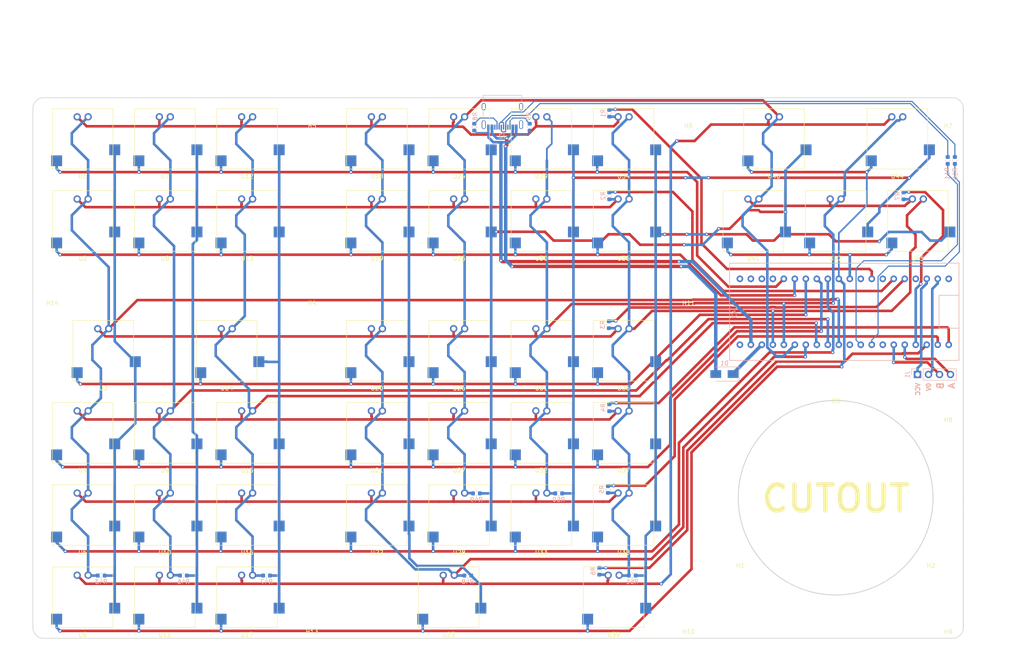
<source format=kicad_pcb>
(kicad_pcb (version 20171130) (host pcbnew "(5.0.2)-1")
  (layers (0 F.Cu signal) (31 B.Cu signal) (34 B.Paste user) (35 F.Paste user) (36 B.SilkS user) (37 F.SilkS user) (38 B.Mask user) (39 F.Mask user) (44 Edge.Cuts user))
  (net 0 "")
  (net 1 /3V3)
  (net 2 /ENCB)
  (net 3 /ENCA)
  (net 4 /KBDO0)
  (net 5 /KBDI0)
  (net 6 /LD0)
  (net 7 /KBDI1)
  (net 8 /KBDI2)
  (net 9 /LD1)
  (net 10 /KBDI3)
  (net 11 /LD2)
  (net 12 /LD3)
  (net 13 /KBDI4)
  (net 14 /KBDI5)
  (net 15 /LD4)
  (net 16 /KBDO1)
  (net 17 /KBDO2)
  (net 18 /KBDO3)
  (net 19 /KBDO4)
  (net 20 /KBDO5)
  (net 21 /KBDO6)
  (net 22 /LD5)
  (net 23 /KBDI6)
  (net 24 "Net-(R43-Pad2)")
  (net 25 "Net-(R46-Pad2)")
  (net 26 "Net-(R47-Pad2)")
  (net 27 "Net-(R48-Pad2)")
  (net 28 "Net-(R49-Pad2)")
  (net 29 "Net-(R50-Pad2)")
  (net 30 "Net-(R51-Pad2)")
  (net 31 /LD6)
  (net 32 "Net-(R1-Pad2)")
  (net 33 "Net-(R2-Pad2)")
  (net 34 "Net-(R3-Pad2)")
  (net 35 "Net-(R4-Pad2)")
  (net 36 "Net-(R5-Pad2)")
  (net 37 /LD5X)
  (net 38 "Net-(R7-Pad2)")
  (net 39 /5V)
  (net 40 "Net-(D1-Pad2)")
  (net 41 GND)
  (net 42 "Net-(J2-PadA5)")
  (net 43 "Net-(J2-PadB5)")
  (net 44 "Net-(J2-PadA7)")
  (net 45 /DN)
  (net 46 /DP)
  (net 47 "Net-(J2-PadA6)")
  (net 48 "Net-(J2-PadS1)")
  (module BP:USB_C_Receptacle_Palconn_UTC16-G (layer B.Cu) (at 131 41.8)
    (fp_text reference J2 (at 0 4.58) (layer B.SilkS) (effects (justify mirror)))
    (fp_text value USB_C_Receptacle_USB2.0)
    (pad S1 thru_hole oval (at -4.32 1.93 270) (size 2 0.9) (drill oval 1.7 0.6) (layers *.Cu *.Mask) (net 48 "Net-(J2-PadS1)"))
    (pad S1 thru_hole oval (at 4.32 1.93 270) (size 2 0.9) (drill oval 1.7 0.6) (layers *.Cu *.Mask) (net 48 "Net-(J2-PadS1)"))
    (pad S1 thru_hole oval (at -4.32 -2.24 270) (size 1.7 0.9) (drill oval 1.4 0.6) (layers *.Cu *.Mask) (net 48 "Net-(J2-PadS1)"))
    (pad S1 thru_hole oval (at 4.32 -2.24 270) (size 1.7 0.9) (drill oval 1.4 0.6) (layers *.Cu *.Mask) (net 48 "Net-(J2-PadS1)"))
    (pad B7 smd rect (at -0.75 2.51 180) (size 0.3 1.16) (layers B.Cu B.Paste B.Mask) (net 44 "Net-(J2-PadA7)"))
    (pad A6 smd rect (at -0.25 2.51 180) (size 0.3 1.16) (layers B.Cu B.Paste B.Mask) (net 47 "Net-(J2-PadA6)"))
    (pad A7 smd rect (at 0.25 2.51 180) (size 0.3 1.16) (layers B.Cu B.Paste B.Mask) (net 44 "Net-(J2-PadA7)"))
    (pad B8 smd rect (at -1.75 2.51 180) (size 0.3 1.16) (layers B.Cu B.Paste B.Mask))
    (pad A5 smd rect (at -1.25 2.51 180) (size 0.3 1.16) (layers B.Cu B.Paste B.Mask) (net 42 "Net-(J2-PadA5)"))
    (pad A8 smd rect (at 1.25 2.51 180) (size 0.3 1.16) (layers B.Cu B.Paste B.Mask))
    (pad B6 smd rect (at 0.75 2.51 180) (size 0.3 1.16) (layers B.Cu B.Paste B.Mask) (net 47 "Net-(J2-PadA6)"))
    (pad B5 smd rect (at 1.75 2.51 180) (size 0.3 1.16) (layers B.Cu B.Paste B.Mask) (net 43 "Net-(J2-PadB5)"))
    (pad "" np_thru_hole circle (at 2.89 1.45 180) (size 0.6 0.6) (drill 0.6) (layers *.Cu *.Mask))
    (pad "" np_thru_hole circle (at -2.89 1.45 180) (size 0.6 0.6) (drill 0.6) (layers *.Cu *.Mask))
    (pad A4 smd rect (at -2.4 2.51) (size 0.6 1.16) (layers B.Cu B.Paste B.Mask) (net 40 "Net-(D1-Pad2)"))
    (pad B9 smd rect (at -2.4 2.51) (size 0.6 1.16) (layers B.Cu B.Paste B.Mask) (net 40 "Net-(D1-Pad2)"))
    (pad A1 smd rect (at -3.2 2.51) (size 0.6 1.16) (layers B.Cu B.Paste B.Mask) (net 41 GND))
    (pad B12 smd rect (at -3.2 2.51) (size 0.6 1.16) (layers B.Cu B.Paste B.Mask) (net 41 GND))
    (pad B4 smd rect (at 2.4 2.51) (size 0.6 1.16) (layers B.Cu B.Paste B.Mask) (net 40 "Net-(D1-Pad2)"))
    (pad B1 smd rect (at 3.2 2.51) (size 0.6 1.16) (layers B.Cu B.Paste B.Mask) (net 41 GND))
    (pad A9 smd rect (at 2.4 2.51) (size 0.6 1.16) (layers B.Cu B.Paste B.Mask) (net 40 "Net-(D1-Pad2)"))
    (pad A12 smd rect (at 3.2 2.51) (size 0.6 1.16) (layers B.Cu B.Paste B.Mask) (net 41 GND))
  )
  (module CherryMX_KailhSocket_LED:CherryMX_1.00u_KailhSocket_LED (layer F.Cu) (at 102 115 180)
    (fp_text reference U21 (at 0 -8.6625 180) (layer F.SilkS))
    (fp_text value CherryMX_LED)
    (pad 4 thru_hole circle (at 1.27 5.08 180) (size 1.6906 1.6906) (drill 0.9906) (layers *.Cu *.Mask) (net 35 "Net-(R4-Pad2)"))
    (pad 3 thru_hole circle (at -1.27 5.08 180) (size 1.6906 1.6906) (drill 0.9906) (layers *.Cu *.Mask) (net 18 /KBDO3))
    (pad 2 smd rect (at 6.015 -5.08 180) (size 2.55 2.5) (layers B.Cu B.Paste B.Mask) (net 10 /KBDI3))
    (pad 1 smd rect (at -7.41 -2.54 180) (size 2.55 2.5) (layers B.Cu B.Paste B.Mask) (net 27 "Net-(R48-Pad2)"))
    (pad "" np_thru_hole circle (at 2.54 -5.08 180) (size 3 3) (drill 3) (layers *.Cu *.Mask))
    (pad "" np_thru_hole circle (at -3.81 -2.54 180) (size 3 3) (drill 3) (layers *.Cu *.Mask))
    (pad "" np_thru_hole circle (at 0 0 180) (size 4 4) (drill 4) (layers *.Cu *.Mask))
  )
  (module CherryMX_KailhSocket_LED:CherryMX_1.00u_KailhSocket_LED (layer F.Cu) (at 159 134 180)
    (fp_text reference U38 (at 0 -8.6625 180) (layer F.SilkS))
    (fp_text value CherryMX_LED)
    (pad 4 thru_hole circle (at 1.27 5.08 180) (size 1.6906 1.6906) (drill 0.9906) (layers *.Cu *.Mask) (net 36 "Net-(R5-Pad2)"))
    (pad 3 thru_hole circle (at -1.27 5.08 180) (size 1.6906 1.6906) (drill 0.9906) (layers *.Cu *.Mask) (net 21 /KBDO6))
    (pad 2 smd rect (at 6.015 -5.08 180) (size 2.55 2.5) (layers B.Cu B.Paste B.Mask) (net 13 /KBDI4))
    (pad 1 smd rect (at -7.41 -2.54 180) (size 2.55 2.5) (layers B.Cu B.Paste B.Mask) (net 30 "Net-(R51-Pad2)"))
    (pad "" np_thru_hole circle (at 2.54 -5.08 180) (size 3 3) (drill 3) (layers *.Cu *.Mask))
    (pad "" np_thru_hole circle (at -3.81 -2.54 180) (size 3 3) (drill 3) (layers *.Cu *.Mask))
    (pad "" np_thru_hole circle (at 0 0 180) (size 4 4) (drill 4) (layers *.Cu *.Mask))
  )
  (module CherryMX_KailhSocket_LED:CherryMX_2.75u_KailhSocket_LED (layer F.Cu) (at 118.6 153 180)
    (fp_text reference U23 (at 0 -8.6625 180) (layer F.SilkS))
    (fp_text value CherryMX275_LED)
    (pad 4 thru_hole circle (at 1.27 5.08 180) (size 1.6906 1.6906) (drill 0.9906) (layers *.Cu *.Mask) (net 37 /LD5X))
    (pad 3 thru_hole circle (at -1.27 5.08 180) (size 1.6906 1.6906) (drill 0.9906) (layers *.Cu *.Mask) (net 18 /KBDO3))
    (pad 2 smd rect (at 6.015 -5.08 180) (size 2.55 2.5) (layers B.Cu B.Paste B.Mask) (net 14 /KBDI5))
    (pad 1 smd rect (at -7.41 -2.54 180) (size 2.55 2.5) (layers B.Cu B.Paste B.Mask) (net 27 "Net-(R48-Pad2)"))
    (pad "" np_thru_hole circle (at 2.54 -5.08 180) (size 3 3) (drill 3) (layers *.Cu *.Mask))
    (pad "" np_thru_hole circle (at -3.81 -2.54 180) (size 3 3) (drill 3) (layers *.Cu *.Mask))
    (pad "" np_thru_hole circle (at 0 0 180) (size 4 4) (drill 4) (layers *.Cu *.Mask))
  )
  (module CherryMX_KailhSocket_LED:CherryMX_1.00u_KailhSocket_LED (layer F.Cu) (at 53 134 180)
    (fp_text reference U10 (at 0 -8.6625 180) (layer F.SilkS))
    (fp_text value CherryMX_LED)
    (pad 4 thru_hole circle (at 1.27 5.08 180) (size 1.6906 1.6906) (drill 0.9906) (layers *.Cu *.Mask) (net 36 "Net-(R5-Pad2)"))
    (pad 3 thru_hole circle (at -1.27 5.08 180) (size 1.6906 1.6906) (drill 0.9906) (layers *.Cu *.Mask) (net 16 /KBDO1))
    (pad 2 smd rect (at 6.015 -5.08 180) (size 2.55 2.5) (layers B.Cu B.Paste B.Mask) (net 13 /KBDI4))
    (pad 1 smd rect (at -7.41 -2.54 180) (size 2.55 2.5) (layers B.Cu B.Paste B.Mask) (net 25 "Net-(R46-Pad2)"))
    (pad "" np_thru_hole circle (at 2.54 -5.08 180) (size 3 3) (drill 3) (layers *.Cu *.Mask))
    (pad "" np_thru_hole circle (at -3.81 -2.54 180) (size 3 3) (drill 3) (layers *.Cu *.Mask))
    (pad "" np_thru_hole circle (at 0 0 180) (size 4 4) (drill 4) (layers *.Cu *.Mask))
  )
  (module CherryMX_KailhSocket_LED:CherryMX_1.00u_KailhSocket_LED (layer F.Cu) (at 140 96 180)
    (fp_text reference U31 (at 0 -8.6625 180) (layer F.SilkS))
    (fp_text value CherryMX_LED)
    (pad 4 thru_hole circle (at 1.27 5.08 180) (size 1.6906 1.6906) (drill 0.9906) (layers *.Cu *.Mask) (net 34 "Net-(R3-Pad2)"))
    (pad 3 thru_hole circle (at -1.27 5.08 180) (size 1.6906 1.6906) (drill 0.9906) (layers *.Cu *.Mask) (net 20 /KBDO5))
    (pad 2 smd rect (at 6.015 -5.08 180) (size 2.55 2.5) (layers B.Cu B.Paste B.Mask) (net 8 /KBDI2))
    (pad 1 smd rect (at -7.41 -2.54 180) (size 2.55 2.5) (layers B.Cu B.Paste B.Mask) (net 29 "Net-(R50-Pad2)"))
    (pad "" np_thru_hole circle (at 2.54 -5.08 180) (size 3 3) (drill 3) (layers *.Cu *.Mask))
    (pad "" np_thru_hole circle (at -3.81 -2.54 180) (size 3 3) (drill 3) (layers *.Cu *.Mask))
    (pad "" np_thru_hole circle (at 0 0 180) (size 4 4) (drill 4) (layers *.Cu *.Mask))
  )
  (module BP:BLUEPILL-BARE (layer B.Cu) (at 210 87 90)
    (fp_text reference U43 (at 0 -25.4 90) (layer B.SilkS) (effects (justify mirror)))
    (fp_text value BP)
    (pad 5V thru_hole circle (at -7.62 -19.05 90) (size 1.524 1.524) (drill 0.8) (layers *.Cu *.Mask) (net 39 /5V))
    (pad G thru_hole circle (at 7.62 24.13 90) (size 1.524 1.524) (drill 0.8) (layers *.Cu *.Mask) (net 41 GND))
    (pad G thru_hole circle (at 7.62 21.59 90) (size 1.524 1.524) (drill 0.8) (layers *.Cu *.Mask) (net 41 GND))
    (pad 3V3 thru_hole circle (at 7.62 19.05 90) (size 1.524 1.524) (drill 0.8) (layers *.Cu *.Mask) (net 1 /3V3))
    (pad NRST thru_hole circle (at 7.62 16.51 90) (size 1.524 1.524) (drill 0.8) (layers *.Cu *.Mask))
    (pad PB11 thru_hole circle (at 7.62 13.97 90) (size 1.524 1.524) (drill 0.8) (layers *.Cu *.Mask) (net 11 /LD2))
    (pad PB10 thru_hole circle (at 7.62 11.43 90) (size 1.524 1.524) (drill 0.8) (layers *.Cu *.Mask) (net 9 /LD1))
    (pad PB1 thru_hole circle (at 7.62 8.89 90) (size 1.524 1.524) (drill 0.8) (layers *.Cu *.Mask))
    (pad PB0 thru_hole circle (at 7.62 6.35 90) (size 1.524 1.524) (drill 0.8) (layers *.Cu *.Mask) (net 6 /LD0))
    (pad PA7 thru_hole circle (at 7.62 3.81 90) (size 1.524 1.524) (drill 0.8) (layers *.Cu *.Mask))
    (pad PA6 thru_hole circle (at 7.62 1.27 90) (size 1.524 1.524) (drill 0.8) (layers *.Cu *.Mask) (net 23 /KBDI6))
    (pad PA5 thru_hole circle (at 7.62 -1.27 90) (size 1.524 1.524) (drill 0.8) (layers *.Cu *.Mask) (net 14 /KBDI5))
    (pad PA4 thru_hole circle (at 7.62 -3.81 90) (size 1.524 1.524) (drill 0.8) (layers *.Cu *.Mask) (net 13 /KBDI4))
    (pad PA3 thru_hole circle (at 7.62 -6.35 90) (size 1.524 1.524) (drill 0.8) (layers *.Cu *.Mask) (net 10 /KBDI3))
    (pad PA2 thru_hole circle (at 7.62 -8.89 90) (size 1.524 1.524) (drill 0.8) (layers *.Cu *.Mask) (net 8 /KBDI2))
    (pad PA1 thru_hole circle (at 7.62 -11.43 90) (size 1.524 1.524) (drill 0.8) (layers *.Cu *.Mask) (net 7 /KBDI1))
    (pad PA0 thru_hole circle (at 7.62 -13.97 90) (size 1.524 1.524) (drill 0.8) (layers *.Cu *.Mask) (net 5 /KBDI0))
    (pad PC15 thru_hole circle (at 7.62 -16.51 90) (size 1.524 1.524) (drill 0.8) (layers *.Cu *.Mask))
    (pad PC14 thru_hole circle (at 7.62 -19.05 90) (size 1.524 1.524) (drill 0.8) (layers *.Cu *.Mask))
    (pad PC13 thru_hole circle (at 7.62 -21.59 90) (size 1.524 1.524) (drill 0.8) (layers *.Cu *.Mask))
    (pad VBAT thru_hole circle (at 7.62 -24.13 90) (size 1.524 1.524) (drill 0.8) (layers *.Cu *.Mask))
    (pad 3V3 thru_hole circle (at -7.62 -24.13 90) (size 1.524 1.524) (drill 0.8) (layers *.Cu *.Mask) (net 1 /3V3))
    (pad G thru_hole circle (at -7.62 -21.59 90) (size 1.524 1.524) (drill 0.8) (layers *.Cu *.Mask) (net 41 GND))
    (pad PB9 thru_hole circle (at -7.62 -16.51 90) (size 1.524 1.524) (drill 0.8) (layers *.Cu *.Mask) (net 21 /KBDO6))
    (pad PB8 thru_hole circle (at -7.62 -13.97 90) (size 1.524 1.524) (drill 0.8) (layers *.Cu *.Mask) (net 20 /KBDO5))
    (pad PB7 thru_hole circle (at -7.62 -11.43 90) (size 1.524 1.524) (drill 0.8) (layers *.Cu *.Mask) (net 19 /KBDO4))
    (pad PB6 thru_hole circle (at -7.62 -8.89 90) (size 1.524 1.524) (drill 0.8) (layers *.Cu *.Mask) (net 18 /KBDO3))
    (pad PB5 thru_hole circle (at -7.62 -6.35 90) (size 1.524 1.524) (drill 0.8) (layers *.Cu *.Mask) (net 17 /KBDO2))
    (pad PB4 thru_hole circle (at -7.62 -3.81 90) (size 1.524 1.524) (drill 0.8) (layers *.Cu *.Mask) (net 16 /KBDO1))
    (pad PB3 thru_hole circle (at -7.62 -1.27 90) (size 1.524 1.524) (drill 0.8) (layers *.Cu *.Mask) (net 4 /KBDO0))
    (pad PA15 thru_hole circle (at -7.62 1.27 90) (size 1.524 1.524) (drill 0.8) (layers *.Cu *.Mask))
    (pad PA12 thru_hole circle (at -7.62 3.81 90) (size 1.524 1.524) (drill 0.8) (layers *.Cu *.Mask) (net 46 /DP))
    (pad PA11 thru_hole circle (at -7.62 6.35 90) (size 1.524 1.524) (drill 0.8) (layers *.Cu *.Mask) (net 45 /DN))
    (pad PA10 thru_hole circle (at -7.62 8.89 90) (size 1.524 1.524) (drill 0.8) (layers *.Cu *.Mask))
    (pad PA9 thru_hole circle (at -7.62 11.43 90) (size 1.524 1.524) (drill 0.8) (layers *.Cu *.Mask) (net 2 /ENCB))
    (pad PA8 thru_hole circle (at -7.62 13.97 90) (size 1.524 1.524) (drill 0.8) (layers *.Cu *.Mask) (net 3 /ENCA))
    (pad PB15 thru_hole circle (at -7.62 16.51 90) (size 1.524 1.524) (drill 0.8) (layers *.Cu *.Mask) (net 31 /LD6))
    (pad PB14 thru_hole circle (at -7.62 19.05 90) (size 1.524 1.524) (drill 0.8) (layers *.Cu *.Mask) (net 22 /LD5))
    (pad PB13 thru_hole circle (at -7.62 21.59 90) (size 1.524 1.524) (drill 0.8) (layers *.Cu *.Mask) (net 15 /LD4))
    (pad PB12 thru_hole circle (at -7.62 24.13 90) (size 1.524 1.524) (drill 0.8) (layers *.Cu *.Mask) (net 12 /LD3))
  )
  (module CherryMX_KailhSocket_LED:CherryMX_1.00u_KailhSocket_LED (layer F.Cu) (at 121 134 180)
    (fp_text reference U28 (at 0 -8.6625 180) (layer F.SilkS))
    (fp_text value CherryMX_LED)
    (pad 4 thru_hole circle (at 1.27 5.08 180) (size 1.6906 1.6906) (drill 0.9906) (layers *.Cu *.Mask) (net 36 "Net-(R5-Pad2)"))
    (pad 3 thru_hole circle (at -1.27 5.08 180) (size 1.6906 1.6906) (drill 0.9906) (layers *.Cu *.Mask) (net 19 /KBDO4))
    (pad 2 smd rect (at 6.015 -5.08 180) (size 2.55 2.5) (layers B.Cu B.Paste B.Mask) (net 13 /KBDI4))
    (pad 1 smd rect (at -7.41 -2.54 180) (size 2.55 2.5) (layers B.Cu B.Paste B.Mask) (net 28 "Net-(R49-Pad2)"))
    (pad "" np_thru_hole circle (at 2.54 -5.08 180) (size 3 3) (drill 3) (layers *.Cu *.Mask))
    (pad "" np_thru_hole circle (at -3.81 -2.54 180) (size 3 3) (drill 3) (layers *.Cu *.Mask))
    (pad "" np_thru_hole circle (at 0 0 180) (size 4 4) (drill 4) (layers *.Cu *.Mask))
  )
  (module Resistor_SMD:R_0603_1608Metric (layer B.Cu) (at 125 129)
    (fp_text reference R49 (at 0 1.43) (layer B.SilkS) (effects (justify mirror)))
    (fp_text value R_Small)
    (pad 1 smd roundrect (at -0.7875 0) (size 0.875 0.95) (layers B.Cu B.Paste B.Mask) (net 19 /KBDO4))
    (pad 2 smd roundrect (at 0.7875 0) (size 0.875 0.95) (layers B.Cu B.Paste B.Mask) (net 28 "Net-(R49-Pad2)"))
  )
  (module CherryMX_KailhSocket_LED:CherryMX_1.00u_KailhSocket_LED (layer F.Cu) (at 34 47 180)
    (fp_text reference U1 (at 0 -8.6625 180) (layer F.SilkS))
    (fp_text value CherryMX_LED)
    (pad 4 thru_hole circle (at 1.27 5.08 180) (size 1.6906 1.6906) (drill 0.9906) (layers *.Cu *.Mask) (net 32 "Net-(R1-Pad2)"))
    (pad 3 thru_hole circle (at -1.27 5.08 180) (size 1.6906 1.6906) (drill 0.9906) (layers *.Cu *.Mask) (net 4 /KBDO0))
    (pad 2 smd rect (at 6.015 -5.08 180) (size 2.55 2.5) (layers B.Cu B.Paste B.Mask) (net 5 /KBDI0))
    (pad 1 smd rect (at -7.41 -2.54 180) (size 2.55 2.5) (layers B.Cu B.Paste B.Mask) (net 24 "Net-(R43-Pad2)"))
    (pad "" np_thru_hole circle (at 2.54 -5.08 180) (size 3 3) (drill 3) (layers *.Cu *.Mask))
    (pad "" np_thru_hole circle (at -3.81 -2.54 180) (size 3 3) (drill 3) (layers *.Cu *.Mask))
    (pad "" np_thru_hole circle (at 0 0 180) (size 4 4) (drill 4) (layers *.Cu *.Mask))
  )
  (module CherryMX_KailhSocket_LED:CherryMX_1.00u_KailhSocket_LED (layer F.Cu) (at 34 66 180)
    (fp_text reference U2 (at 0 -8.6625 180) (layer F.SilkS))
    (fp_text value CherryMX_LED)
    (pad 4 thru_hole circle (at 1.27 5.08 180) (size 1.6906 1.6906) (drill 0.9906) (layers *.Cu *.Mask) (net 33 "Net-(R2-Pad2)"))
    (pad 3 thru_hole circle (at -1.27 5.08 180) (size 1.6906 1.6906) (drill 0.9906) (layers *.Cu *.Mask) (net 4 /KBDO0))
    (pad 2 smd rect (at 6.015 -5.08 180) (size 2.55 2.5) (layers B.Cu B.Paste B.Mask) (net 7 /KBDI1))
    (pad 1 smd rect (at -7.41 -2.54 180) (size 2.55 2.5) (layers B.Cu B.Paste B.Mask) (net 24 "Net-(R43-Pad2)"))
    (pad "" np_thru_hole circle (at 2.54 -5.08 180) (size 3 3) (drill 3) (layers *.Cu *.Mask))
    (pad "" np_thru_hole circle (at -3.81 -2.54 180) (size 3 3) (drill 3) (layers *.Cu *.Mask))
    (pad "" np_thru_hole circle (at 0 0 180) (size 4 4) (drill 4) (layers *.Cu *.Mask))
  )
  (module CherryMX_KailhSocket_LED:CherryMX_1.00u_KailhSocket_LED (layer F.Cu) (at 34 115 180)
    (fp_text reference U4 (at 0 -8.6625 180) (layer F.SilkS))
    (fp_text value CherryMX_LED)
    (pad 4 thru_hole circle (at 1.27 5.08 180) (size 1.6906 1.6906) (drill 0.9906) (layers *.Cu *.Mask) (net 35 "Net-(R4-Pad2)"))
    (pad 3 thru_hole circle (at -1.27 5.08 180) (size 1.6906 1.6906) (drill 0.9906) (layers *.Cu *.Mask) (net 4 /KBDO0))
    (pad 2 smd rect (at 6.015 -5.08 180) (size 2.55 2.5) (layers B.Cu B.Paste B.Mask) (net 10 /KBDI3))
    (pad 1 smd rect (at -7.41 -2.54 180) (size 2.55 2.5) (layers B.Cu B.Paste B.Mask) (net 24 "Net-(R43-Pad2)"))
    (pad "" np_thru_hole circle (at 2.54 -5.08 180) (size 3 3) (drill 3) (layers *.Cu *.Mask))
    (pad "" np_thru_hole circle (at -3.81 -2.54 180) (size 3 3) (drill 3) (layers *.Cu *.Mask))
    (pad "" np_thru_hole circle (at 0 0 180) (size 4 4) (drill 4) (layers *.Cu *.Mask))
  )
  (module CherryMX_KailhSocket_LED:CherryMX_1.00u_KailhSocket_LED (layer F.Cu) (at 34 134 180)
    (fp_text reference U5 (at 0 -8.6625 180) (layer F.SilkS))
    (fp_text value CherryMX_LED)
    (pad 4 thru_hole circle (at 1.27 5.08 180) (size 1.6906 1.6906) (drill 0.9906) (layers *.Cu *.Mask) (net 36 "Net-(R5-Pad2)"))
    (pad 3 thru_hole circle (at -1.27 5.08 180) (size 1.6906 1.6906) (drill 0.9906) (layers *.Cu *.Mask) (net 4 /KBDO0))
    (pad 2 smd rect (at 6.015 -5.08 180) (size 2.55 2.5) (layers B.Cu B.Paste B.Mask) (net 13 /KBDI4))
    (pad 1 smd rect (at -7.41 -2.54 180) (size 2.55 2.5) (layers B.Cu B.Paste B.Mask) (net 24 "Net-(R43-Pad2)"))
    (pad "" np_thru_hole circle (at 2.54 -5.08 180) (size 3 3) (drill 3) (layers *.Cu *.Mask))
    (pad "" np_thru_hole circle (at -3.81 -2.54 180) (size 3 3) (drill 3) (layers *.Cu *.Mask))
    (pad "" np_thru_hole circle (at 0 0 180) (size 4 4) (drill 4) (layers *.Cu *.Mask))
  )
  (module CherryMX_KailhSocket_LED:CherryMX_1.00u_KailhSocket_LED (layer F.Cu) (at 34 153 180)
    (fp_text reference U6 (at 0 -8.6625 180) (layer F.SilkS))
    (fp_text value CherryMX_LED)
    (pad 4 thru_hole circle (at 1.27 5.08 180) (size 1.6906 1.6906) (drill 0.9906) (layers *.Cu *.Mask) (net 37 /LD5X))
    (pad 3 thru_hole circle (at -1.27 5.08 180) (size 1.6906 1.6906) (drill 0.9906) (layers *.Cu *.Mask) (net 4 /KBDO0))
    (pad 2 smd rect (at 6.015 -5.08 180) (size 2.55 2.5) (layers B.Cu B.Paste B.Mask) (net 14 /KBDI5))
    (pad 1 smd rect (at -7.41 -2.54 180) (size 2.55 2.5) (layers B.Cu B.Paste B.Mask) (net 24 "Net-(R43-Pad2)"))
    (pad "" np_thru_hole circle (at 2.54 -5.08 180) (size 3 3) (drill 3) (layers *.Cu *.Mask))
    (pad "" np_thru_hole circle (at -3.81 -2.54 180) (size 3 3) (drill 3) (layers *.Cu *.Mask))
    (pad "" np_thru_hole circle (at 0 0 180) (size 4 4) (drill 4) (layers *.Cu *.Mask))
  )
  (module CherryMX_KailhSocket_LED:CherryMX_1.00u_KailhSocket_LED (layer F.Cu) (at 53 47 180)
    (fp_text reference U7 (at 0 -8.6625 180) (layer F.SilkS))
    (fp_text value CherryMX_LED)
    (pad 4 thru_hole circle (at 1.27 5.08 180) (size 1.6906 1.6906) (drill 0.9906) (layers *.Cu *.Mask) (net 32 "Net-(R1-Pad2)"))
    (pad 3 thru_hole circle (at -1.27 5.08 180) (size 1.6906 1.6906) (drill 0.9906) (layers *.Cu *.Mask) (net 16 /KBDO1))
    (pad 2 smd rect (at 6.015 -5.08 180) (size 2.55 2.5) (layers B.Cu B.Paste B.Mask) (net 5 /KBDI0))
    (pad 1 smd rect (at -7.41 -2.54 180) (size 2.55 2.5) (layers B.Cu B.Paste B.Mask) (net 25 "Net-(R46-Pad2)"))
    (pad "" np_thru_hole circle (at 2.54 -5.08 180) (size 3 3) (drill 3) (layers *.Cu *.Mask))
    (pad "" np_thru_hole circle (at -3.81 -2.54 180) (size 3 3) (drill 3) (layers *.Cu *.Mask))
    (pad "" np_thru_hole circle (at 0 0 180) (size 4 4) (drill 4) (layers *.Cu *.Mask))
  )
  (module CherryMX_KailhSocket_LED:CherryMX_1.00u_KailhSocket_LED (layer F.Cu) (at 53 66 180)
    (fp_text reference U8 (at 0 -8.6625 180) (layer F.SilkS))
    (fp_text value CherryMX_LED)
    (pad 4 thru_hole circle (at 1.27 5.08 180) (size 1.6906 1.6906) (drill 0.9906) (layers *.Cu *.Mask) (net 33 "Net-(R2-Pad2)"))
    (pad 3 thru_hole circle (at -1.27 5.08 180) (size 1.6906 1.6906) (drill 0.9906) (layers *.Cu *.Mask) (net 16 /KBDO1))
    (pad 2 smd rect (at 6.015 -5.08 180) (size 2.55 2.5) (layers B.Cu B.Paste B.Mask) (net 7 /KBDI1))
    (pad 1 smd rect (at -7.41 -2.54 180) (size 2.55 2.5) (layers B.Cu B.Paste B.Mask) (net 25 "Net-(R46-Pad2)"))
    (pad "" np_thru_hole circle (at 2.54 -5.08 180) (size 3 3) (drill 3) (layers *.Cu *.Mask))
    (pad "" np_thru_hole circle (at -3.81 -2.54 180) (size 3 3) (drill 3) (layers *.Cu *.Mask))
    (pad "" np_thru_hole circle (at 0 0 180) (size 4 4) (drill 4) (layers *.Cu *.Mask))
  )
  (module CherryMX_KailhSocket_LED:CherryMX_1.00u_KailhSocket_LED (layer F.Cu) (at 53 115 180)
    (fp_text reference U9 (at 0 -8.6625 180) (layer F.SilkS))
    (fp_text value CherryMX_LED)
    (pad 4 thru_hole circle (at 1.27 5.08 180) (size 1.6906 1.6906) (drill 0.9906) (layers *.Cu *.Mask) (net 35 "Net-(R4-Pad2)"))
    (pad 3 thru_hole circle (at -1.27 5.08 180) (size 1.6906 1.6906) (drill 0.9906) (layers *.Cu *.Mask) (net 16 /KBDO1))
    (pad 2 smd rect (at 6.015 -5.08 180) (size 2.55 2.5) (layers B.Cu B.Paste B.Mask) (net 10 /KBDI3))
    (pad 1 smd rect (at -7.41 -2.54 180) (size 2.55 2.5) (layers B.Cu B.Paste B.Mask) (net 25 "Net-(R46-Pad2)"))
    (pad "" np_thru_hole circle (at 2.54 -5.08 180) (size 3 3) (drill 3) (layers *.Cu *.Mask))
    (pad "" np_thru_hole circle (at -3.81 -2.54 180) (size 3 3) (drill 3) (layers *.Cu *.Mask))
    (pad "" np_thru_hole circle (at 0 0 180) (size 4 4) (drill 4) (layers *.Cu *.Mask))
  )
  (module CherryMX_KailhSocket_LED:CherryMX_1.00u_KailhSocket_LED (layer F.Cu) (at 53 153 180)
    (fp_text reference U11 (at 0 -8.6625 180) (layer F.SilkS))
    (fp_text value CherryMX_LED)
    (pad 4 thru_hole circle (at 1.27 5.08 180) (size 1.6906 1.6906) (drill 0.9906) (layers *.Cu *.Mask) (net 37 /LD5X))
    (pad 3 thru_hole circle (at -1.27 5.08 180) (size 1.6906 1.6906) (drill 0.9906) (layers *.Cu *.Mask) (net 16 /KBDO1))
    (pad 2 smd rect (at 6.015 -5.08 180) (size 2.55 2.5) (layers B.Cu B.Paste B.Mask) (net 14 /KBDI5))
    (pad 1 smd rect (at -7.41 -2.54 180) (size 2.55 2.5) (layers B.Cu B.Paste B.Mask) (net 25 "Net-(R46-Pad2)"))
    (pad "" np_thru_hole circle (at 2.54 -5.08 180) (size 3 3) (drill 3) (layers *.Cu *.Mask))
    (pad "" np_thru_hole circle (at -3.81 -2.54 180) (size 3 3) (drill 3) (layers *.Cu *.Mask))
    (pad "" np_thru_hole circle (at 0 0 180) (size 4 4) (drill 4) (layers *.Cu *.Mask))
  )
  (module CherryMX_KailhSocket_LED:CherryMX_1.00u_KailhSocket_LED (layer F.Cu) (at 72 47 180)
    (fp_text reference U12 (at 0 -8.6625 180) (layer F.SilkS))
    (fp_text value CherryMX_LED)
    (pad 4 thru_hole circle (at 1.27 5.08 180) (size 1.6906 1.6906) (drill 0.9906) (layers *.Cu *.Mask) (net 32 "Net-(R1-Pad2)"))
    (pad 3 thru_hole circle (at -1.27 5.08 180) (size 1.6906 1.6906) (drill 0.9906) (layers *.Cu *.Mask) (net 17 /KBDO2))
    (pad 2 smd rect (at 6.015 -5.08 180) (size 2.55 2.5) (layers B.Cu B.Paste B.Mask) (net 5 /KBDI0))
    (pad 1 smd rect (at -7.41 -2.54 180) (size 2.55 2.5) (layers B.Cu B.Paste B.Mask) (net 26 "Net-(R47-Pad2)"))
    (pad "" np_thru_hole circle (at 2.54 -5.08 180) (size 3 3) (drill 3) (layers *.Cu *.Mask))
    (pad "" np_thru_hole circle (at -3.81 -2.54 180) (size 3 3) (drill 3) (layers *.Cu *.Mask))
    (pad "" np_thru_hole circle (at 0 0 180) (size 4 4) (drill 4) (layers *.Cu *.Mask))
  )
  (module CherryMX_KailhSocket_LED:CherryMX_1.00u_KailhSocket_LED (layer F.Cu) (at 72 66 180)
    (fp_text reference U13 (at 0 -8.6625 180) (layer F.SilkS))
    (fp_text value CherryMX_LED)
    (pad 4 thru_hole circle (at 1.27 5.08 180) (size 1.6906 1.6906) (drill 0.9906) (layers *.Cu *.Mask) (net 33 "Net-(R2-Pad2)"))
    (pad 3 thru_hole circle (at -1.27 5.08 180) (size 1.6906 1.6906) (drill 0.9906) (layers *.Cu *.Mask) (net 17 /KBDO2))
    (pad 2 smd rect (at 6.015 -5.08 180) (size 2.55 2.5) (layers B.Cu B.Paste B.Mask) (net 7 /KBDI1))
    (pad 1 smd rect (at -7.41 -2.54 180) (size 2.55 2.5) (layers B.Cu B.Paste B.Mask) (net 26 "Net-(R47-Pad2)"))
    (pad "" np_thru_hole circle (at 2.54 -5.08 180) (size 3 3) (drill 3) (layers *.Cu *.Mask))
    (pad "" np_thru_hole circle (at -3.81 -2.54 180) (size 3 3) (drill 3) (layers *.Cu *.Mask))
    (pad "" np_thru_hole circle (at 0 0 180) (size 4 4) (drill 4) (layers *.Cu *.Mask))
  )
  (module CherryMX_KailhSocket_LED:CherryMX_1.00u_KailhSocket_LED (layer F.Cu) (at 72 115 180)
    (fp_text reference U15 (at 0 -8.6625 180) (layer F.SilkS))
    (fp_text value CherryMX_LED)
    (pad 4 thru_hole circle (at 1.27 5.08 180) (size 1.6906 1.6906) (drill 0.9906) (layers *.Cu *.Mask) (net 35 "Net-(R4-Pad2)"))
    (pad 3 thru_hole circle (at -1.27 5.08 180) (size 1.6906 1.6906) (drill 0.9906) (layers *.Cu *.Mask) (net 17 /KBDO2))
    (pad 2 smd rect (at 6.015 -5.08 180) (size 2.55 2.5) (layers B.Cu B.Paste B.Mask) (net 10 /KBDI3))
    (pad 1 smd rect (at -7.41 -2.54 180) (size 2.55 2.5) (layers B.Cu B.Paste B.Mask) (net 26 "Net-(R47-Pad2)"))
    (pad "" np_thru_hole circle (at 2.54 -5.08 180) (size 3 3) (drill 3) (layers *.Cu *.Mask))
    (pad "" np_thru_hole circle (at -3.81 -2.54 180) (size 3 3) (drill 3) (layers *.Cu *.Mask))
    (pad "" np_thru_hole circle (at 0 0 180) (size 4 4) (drill 4) (layers *.Cu *.Mask))
  )
  (module CherryMX_KailhSocket_LED:CherryMX_1.00u_KailhSocket_LED (layer F.Cu) (at 72 134 180)
    (fp_text reference U16 (at 0 -8.6625 180) (layer F.SilkS))
    (fp_text value CherryMX_LED)
    (pad 4 thru_hole circle (at 1.27 5.08 180) (size 1.6906 1.6906) (drill 0.9906) (layers *.Cu *.Mask) (net 36 "Net-(R5-Pad2)"))
    (pad 3 thru_hole circle (at -1.27 5.08 180) (size 1.6906 1.6906) (drill 0.9906) (layers *.Cu *.Mask) (net 17 /KBDO2))
    (pad 2 smd rect (at 6.015 -5.08 180) (size 2.55 2.5) (layers B.Cu B.Paste B.Mask) (net 13 /KBDI4))
    (pad 1 smd rect (at -7.41 -2.54 180) (size 2.55 2.5) (layers B.Cu B.Paste B.Mask) (net 26 "Net-(R47-Pad2)"))
    (pad "" np_thru_hole circle (at 2.54 -5.08 180) (size 3 3) (drill 3) (layers *.Cu *.Mask))
    (pad "" np_thru_hole circle (at -3.81 -2.54 180) (size 3 3) (drill 3) (layers *.Cu *.Mask))
    (pad "" np_thru_hole circle (at 0 0 180) (size 4 4) (drill 4) (layers *.Cu *.Mask))
  )
  (module CherryMX_KailhSocket_LED:CherryMX_1.00u_KailhSocket_LED (layer F.Cu) (at 72 153 180)
    (fp_text reference U17 (at 0 -8.6625 180) (layer F.SilkS))
    (fp_text value CherryMX_LED)
    (pad 4 thru_hole circle (at 1.27 5.08 180) (size 1.6906 1.6906) (drill 0.9906) (layers *.Cu *.Mask) (net 37 /LD5X))
    (pad 3 thru_hole circle (at -1.27 5.08 180) (size 1.6906 1.6906) (drill 0.9906) (layers *.Cu *.Mask) (net 17 /KBDO2))
    (pad 2 smd rect (at 6.015 -5.08 180) (size 2.55 2.5) (layers B.Cu B.Paste B.Mask) (net 14 /KBDI5))
    (pad 1 smd rect (at -7.41 -2.54 180) (size 2.55 2.5) (layers B.Cu B.Paste B.Mask) (net 26 "Net-(R47-Pad2)"))
    (pad "" np_thru_hole circle (at 2.54 -5.08 180) (size 3 3) (drill 3) (layers *.Cu *.Mask))
    (pad "" np_thru_hole circle (at -3.81 -2.54 180) (size 3 3) (drill 3) (layers *.Cu *.Mask))
    (pad "" np_thru_hole circle (at 0 0 180) (size 4 4) (drill 4) (layers *.Cu *.Mask))
  )
  (module CherryMX_KailhSocket_LED:CherryMX_1.00u_KailhSocket_LED (layer F.Cu) (at 102 47 180)
    (fp_text reference U18 (at 0 -8.6625 180) (layer F.SilkS))
    (fp_text value CherryMX_LED)
    (pad 4 thru_hole circle (at 1.27 5.08 180) (size 1.6906 1.6906) (drill 0.9906) (layers *.Cu *.Mask) (net 32 "Net-(R1-Pad2)"))
    (pad 3 thru_hole circle (at -1.27 5.08 180) (size 1.6906 1.6906) (drill 0.9906) (layers *.Cu *.Mask) (net 18 /KBDO3))
    (pad 2 smd rect (at 6.015 -5.08 180) (size 2.55 2.5) (layers B.Cu B.Paste B.Mask) (net 5 /KBDI0))
    (pad 1 smd rect (at -7.41 -2.54 180) (size 2.55 2.5) (layers B.Cu B.Paste B.Mask) (net 27 "Net-(R48-Pad2)"))
    (pad "" np_thru_hole circle (at 2.54 -5.08 180) (size 3 3) (drill 3) (layers *.Cu *.Mask))
    (pad "" np_thru_hole circle (at -3.81 -2.54 180) (size 3 3) (drill 3) (layers *.Cu *.Mask))
    (pad "" np_thru_hole circle (at 0 0 180) (size 4 4) (drill 4) (layers *.Cu *.Mask))
  )
  (module CherryMX_KailhSocket_LED:CherryMX_1.00u_KailhSocket_LED (layer F.Cu) (at 102 66 180)
    (fp_text reference U19 (at 0 -8.6625 180) (layer F.SilkS))
    (fp_text value CherryMX_LED)
    (pad 4 thru_hole circle (at 1.27 5.08 180) (size 1.6906 1.6906) (drill 0.9906) (layers *.Cu *.Mask) (net 33 "Net-(R2-Pad2)"))
    (pad 3 thru_hole circle (at -1.27 5.08 180) (size 1.6906 1.6906) (drill 0.9906) (layers *.Cu *.Mask) (net 18 /KBDO3))
    (pad 2 smd rect (at 6.015 -5.08 180) (size 2.55 2.5) (layers B.Cu B.Paste B.Mask) (net 7 /KBDI1))
    (pad 1 smd rect (at -7.41 -2.54 180) (size 2.55 2.5) (layers B.Cu B.Paste B.Mask) (net 27 "Net-(R48-Pad2)"))
    (pad "" np_thru_hole circle (at 2.54 -5.08 180) (size 3 3) (drill 3) (layers *.Cu *.Mask))
    (pad "" np_thru_hole circle (at -3.81 -2.54 180) (size 3 3) (drill 3) (layers *.Cu *.Mask))
    (pad "" np_thru_hole circle (at 0 0 180) (size 4 4) (drill 4) (layers *.Cu *.Mask))
  )
  (module CherryMX_KailhSocket_LED:CherryMX_1.00u_KailhSocket_LED (layer F.Cu) (at 102 134 180)
    (fp_text reference U22 (at 0 -8.6625 180) (layer F.SilkS))
    (fp_text value CherryMX_LED)
    (pad 4 thru_hole circle (at 1.27 5.08 180) (size 1.6906 1.6906) (drill 0.9906) (layers *.Cu *.Mask) (net 36 "Net-(R5-Pad2)"))
    (pad 3 thru_hole circle (at -1.27 5.08 180) (size 1.6906 1.6906) (drill 0.9906) (layers *.Cu *.Mask) (net 18 /KBDO3))
    (pad 2 smd rect (at 6.015 -5.08 180) (size 2.55 2.5) (layers B.Cu B.Paste B.Mask) (net 13 /KBDI4))
    (pad 1 smd rect (at -7.41 -2.54 180) (size 2.55 2.5) (layers B.Cu B.Paste B.Mask) (net 27 "Net-(R48-Pad2)"))
    (pad "" np_thru_hole circle (at 2.54 -5.08 180) (size 3 3) (drill 3) (layers *.Cu *.Mask))
    (pad "" np_thru_hole circle (at -3.81 -2.54 180) (size 3 3) (drill 3) (layers *.Cu *.Mask))
    (pad "" np_thru_hole circle (at 0 0 180) (size 4 4) (drill 4) (layers *.Cu *.Mask))
  )
  (module CherryMX_KailhSocket_LED:CherryMX_1.00u_KailhSocket_LED (layer F.Cu) (at 121 47 180)
    (fp_text reference U24 (at 0 -8.6625 180) (layer F.SilkS))
    (fp_text value CherryMX_LED)
    (pad 4 thru_hole circle (at 1.27 5.08 180) (size 1.6906 1.6906) (drill 0.9906) (layers *.Cu *.Mask) (net 32 "Net-(R1-Pad2)"))
    (pad 3 thru_hole circle (at -1.27 5.08 180) (size 1.6906 1.6906) (drill 0.9906) (layers *.Cu *.Mask) (net 19 /KBDO4))
    (pad 2 smd rect (at 6.015 -5.08 180) (size 2.55 2.5) (layers B.Cu B.Paste B.Mask) (net 5 /KBDI0))
    (pad 1 smd rect (at -7.41 -2.54 180) (size 2.55 2.5) (layers B.Cu B.Paste B.Mask) (net 28 "Net-(R49-Pad2)"))
    (pad "" np_thru_hole circle (at 2.54 -5.08 180) (size 3 3) (drill 3) (layers *.Cu *.Mask))
    (pad "" np_thru_hole circle (at -3.81 -2.54 180) (size 3 3) (drill 3) (layers *.Cu *.Mask))
    (pad "" np_thru_hole circle (at 0 0 180) (size 4 4) (drill 4) (layers *.Cu *.Mask))
  )
  (module CherryMX_KailhSocket_LED:CherryMX_1.00u_KailhSocket_LED (layer F.Cu) (at 121 66 180)
    (fp_text reference U25 (at 0 -8.6625 180) (layer F.SilkS))
    (fp_text value CherryMX_LED)
    (pad 4 thru_hole circle (at 1.27 5.08 180) (size 1.6906 1.6906) (drill 0.9906) (layers *.Cu *.Mask) (net 33 "Net-(R2-Pad2)"))
    (pad 3 thru_hole circle (at -1.27 5.08 180) (size 1.6906 1.6906) (drill 0.9906) (layers *.Cu *.Mask) (net 19 /KBDO4))
    (pad 2 smd rect (at 6.015 -5.08 180) (size 2.55 2.5) (layers B.Cu B.Paste B.Mask) (net 7 /KBDI1))
    (pad 1 smd rect (at -7.41 -2.54 180) (size 2.55 2.5) (layers B.Cu B.Paste B.Mask) (net 28 "Net-(R49-Pad2)"))
    (pad "" np_thru_hole circle (at 2.54 -5.08 180) (size 3 3) (drill 3) (layers *.Cu *.Mask))
    (pad "" np_thru_hole circle (at -3.81 -2.54 180) (size 3 3) (drill 3) (layers *.Cu *.Mask))
    (pad "" np_thru_hole circle (at 0 0 180) (size 4 4) (drill 4) (layers *.Cu *.Mask))
  )
  (module CherryMX_KailhSocket_LED:CherryMX_1.00u_KailhSocket_LED (layer F.Cu) (at 121 96 180)
    (fp_text reference U26 (at 0 -8.6625 180) (layer F.SilkS))
    (fp_text value CherryMX_LED)
    (pad 4 thru_hole circle (at 1.27 5.08 180) (size 1.6906 1.6906) (drill 0.9906) (layers *.Cu *.Mask) (net 34 "Net-(R3-Pad2)"))
    (pad 3 thru_hole circle (at -1.27 5.08 180) (size 1.6906 1.6906) (drill 0.9906) (layers *.Cu *.Mask) (net 19 /KBDO4))
    (pad 2 smd rect (at 6.015 -5.08 180) (size 2.55 2.5) (layers B.Cu B.Paste B.Mask) (net 8 /KBDI2))
    (pad 1 smd rect (at -7.41 -2.54 180) (size 2.55 2.5) (layers B.Cu B.Paste B.Mask) (net 28 "Net-(R49-Pad2)"))
    (pad "" np_thru_hole circle (at 2.54 -5.08 180) (size 3 3) (drill 3) (layers *.Cu *.Mask))
    (pad "" np_thru_hole circle (at -3.81 -2.54 180) (size 3 3) (drill 3) (layers *.Cu *.Mask))
    (pad "" np_thru_hole circle (at 0 0 180) (size 4 4) (drill 4) (layers *.Cu *.Mask))
  )
  (module CherryMX_KailhSocket_LED:CherryMX_1.00u_KailhSocket_LED (layer F.Cu) (at 121 115 180)
    (fp_text reference U27 (at 0 -8.6625 180) (layer F.SilkS))
    (fp_text value CherryMX_LED)
    (pad 4 thru_hole circle (at 1.27 5.08 180) (size 1.6906 1.6906) (drill 0.9906) (layers *.Cu *.Mask) (net 35 "Net-(R4-Pad2)"))
    (pad 3 thru_hole circle (at -1.27 5.08 180) (size 1.6906 1.6906) (drill 0.9906) (layers *.Cu *.Mask) (net 19 /KBDO4))
    (pad 2 smd rect (at 6.015 -5.08 180) (size 2.55 2.5) (layers B.Cu B.Paste B.Mask) (net 10 /KBDI3))
    (pad 1 smd rect (at -7.41 -2.54 180) (size 2.55 2.5) (layers B.Cu B.Paste B.Mask) (net 28 "Net-(R49-Pad2)"))
    (pad "" np_thru_hole circle (at 2.54 -5.08 180) (size 3 3) (drill 3) (layers *.Cu *.Mask))
    (pad "" np_thru_hole circle (at -3.81 -2.54 180) (size 3 3) (drill 3) (layers *.Cu *.Mask))
    (pad "" np_thru_hole circle (at 0 0 180) (size 4 4) (drill 4) (layers *.Cu *.Mask))
  )
  (module CherryMX_KailhSocket_LED:CherryMX_1.00u_KailhSocket_LED (layer F.Cu) (at 140 47 180)
    (fp_text reference U29 (at 0 -8.6625 180) (layer F.SilkS))
    (fp_text value CherryMX_LED)
    (pad 4 thru_hole circle (at 1.27 5.08 180) (size 1.6906 1.6906) (drill 0.9906) (layers *.Cu *.Mask) (net 32 "Net-(R1-Pad2)"))
    (pad 3 thru_hole circle (at -1.27 5.08 180) (size 1.6906 1.6906) (drill 0.9906) (layers *.Cu *.Mask) (net 20 /KBDO5))
    (pad 2 smd rect (at 6.015 -5.08 180) (size 2.55 2.5) (layers B.Cu B.Paste B.Mask) (net 5 /KBDI0))
    (pad 1 smd rect (at -7.41 -2.54 180) (size 2.55 2.5) (layers B.Cu B.Paste B.Mask) (net 29 "Net-(R50-Pad2)"))
    (pad "" np_thru_hole circle (at 2.54 -5.08 180) (size 3 3) (drill 3) (layers *.Cu *.Mask))
    (pad "" np_thru_hole circle (at -3.81 -2.54 180) (size 3 3) (drill 3) (layers *.Cu *.Mask))
    (pad "" np_thru_hole circle (at 0 0 180) (size 4 4) (drill 4) (layers *.Cu *.Mask))
  )
  (module CherryMX_KailhSocket_LED:CherryMX_1.00u_KailhSocket_LED (layer F.Cu) (at 140 66 180)
    (fp_text reference U30 (at 0 -8.6625 180) (layer F.SilkS))
    (fp_text value CherryMX_LED)
    (pad 4 thru_hole circle (at 1.27 5.08 180) (size 1.6906 1.6906) (drill 0.9906) (layers *.Cu *.Mask) (net 33 "Net-(R2-Pad2)"))
    (pad 3 thru_hole circle (at -1.27 5.08 180) (size 1.6906 1.6906) (drill 0.9906) (layers *.Cu *.Mask) (net 20 /KBDO5))
    (pad 2 smd rect (at 6.015 -5.08 180) (size 2.55 2.5) (layers B.Cu B.Paste B.Mask) (net 7 /KBDI1))
    (pad 1 smd rect (at -7.41 -2.54 180) (size 2.55 2.5) (layers B.Cu B.Paste B.Mask) (net 29 "Net-(R50-Pad2)"))
    (pad "" np_thru_hole circle (at 2.54 -5.08 180) (size 3 3) (drill 3) (layers *.Cu *.Mask))
    (pad "" np_thru_hole circle (at -3.81 -2.54 180) (size 3 3) (drill 3) (layers *.Cu *.Mask))
    (pad "" np_thru_hole circle (at 0 0 180) (size 4 4) (drill 4) (layers *.Cu *.Mask))
  )
  (module CherryMX_KailhSocket_LED:CherryMX_1.00u_KailhSocket_LED (layer F.Cu) (at 140 115 180)
    (fp_text reference U32 (at 0 -8.6625 180) (layer F.SilkS))
    (fp_text value CherryMX_LED)
    (pad 4 thru_hole circle (at 1.27 5.08 180) (size 1.6906 1.6906) (drill 0.9906) (layers *.Cu *.Mask) (net 35 "Net-(R4-Pad2)"))
    (pad 3 thru_hole circle (at -1.27 5.08 180) (size 1.6906 1.6906) (drill 0.9906) (layers *.Cu *.Mask) (net 20 /KBDO5))
    (pad 2 smd rect (at 6.015 -5.08 180) (size 2.55 2.5) (layers B.Cu B.Paste B.Mask) (net 10 /KBDI3))
    (pad 1 smd rect (at -7.41 -2.54 180) (size 2.55 2.5) (layers B.Cu B.Paste B.Mask) (net 29 "Net-(R50-Pad2)"))
    (pad "" np_thru_hole circle (at 2.54 -5.08 180) (size 3 3) (drill 3) (layers *.Cu *.Mask))
    (pad "" np_thru_hole circle (at -3.81 -2.54 180) (size 3 3) (drill 3) (layers *.Cu *.Mask))
    (pad "" np_thru_hole circle (at 0 0 180) (size 4 4) (drill 4) (layers *.Cu *.Mask))
  )
  (module CherryMX_KailhSocket_LED:CherryMX_1.00u_KailhSocket_LED (layer F.Cu) (at 140 134 180)
    (fp_text reference U33 (at 0 -8.6625 180) (layer F.SilkS))
    (fp_text value CherryMX_LED)
    (pad 4 thru_hole circle (at 1.27 5.08 180) (size 1.6906 1.6906) (drill 0.9906) (layers *.Cu *.Mask) (net 36 "Net-(R5-Pad2)"))
    (pad 3 thru_hole circle (at -1.27 5.08 180) (size 1.6906 1.6906) (drill 0.9906) (layers *.Cu *.Mask) (net 20 /KBDO5))
    (pad 2 smd rect (at 6.015 -5.08 180) (size 2.55 2.5) (layers B.Cu B.Paste B.Mask) (net 13 /KBDI4))
    (pad 1 smd rect (at -7.41 -2.54 180) (size 2.55 2.5) (layers B.Cu B.Paste B.Mask) (net 29 "Net-(R50-Pad2)"))
    (pad "" np_thru_hole circle (at 2.54 -5.08 180) (size 3 3) (drill 3) (layers *.Cu *.Mask))
    (pad "" np_thru_hole circle (at -3.81 -2.54 180) (size 3 3) (drill 3) (layers *.Cu *.Mask))
    (pad "" np_thru_hole circle (at 0 0 180) (size 4 4) (drill 4) (layers *.Cu *.Mask))
  )
  (module CherryMX_KailhSocket_LED:CherryMX_1.00u_KailhSocket_LED (layer F.Cu) (at 159 47 180)
    (fp_text reference U34 (at 0 -8.6625 180) (layer F.SilkS))
    (fp_text value CherryMX_LED)
    (pad 4 thru_hole circle (at 1.27 5.08 180) (size 1.6906 1.6906) (drill 0.9906) (layers *.Cu *.Mask) (net 32 "Net-(R1-Pad2)"))
    (pad 3 thru_hole circle (at -1.27 5.08 180) (size 1.6906 1.6906) (drill 0.9906) (layers *.Cu *.Mask) (net 21 /KBDO6))
    (pad 2 smd rect (at 6.015 -5.08 180) (size 2.55 2.5) (layers B.Cu B.Paste B.Mask) (net 5 /KBDI0))
    (pad 1 smd rect (at -7.41 -2.54 180) (size 2.55 2.5) (layers B.Cu B.Paste B.Mask) (net 30 "Net-(R51-Pad2)"))
    (pad "" np_thru_hole circle (at 2.54 -5.08 180) (size 3 3) (drill 3) (layers *.Cu *.Mask))
    (pad "" np_thru_hole circle (at -3.81 -2.54 180) (size 3 3) (drill 3) (layers *.Cu *.Mask))
    (pad "" np_thru_hole circle (at 0 0 180) (size 4 4) (drill 4) (layers *.Cu *.Mask))
  )
  (module CherryMX_KailhSocket_LED:CherryMX_1.00u_KailhSocket_LED (layer F.Cu) (at 159 66 180)
    (fp_text reference U35 (at 0 -8.6625 180) (layer F.SilkS))
    (fp_text value CherryMX_LED)
    (pad 4 thru_hole circle (at 1.27 5.08 180) (size 1.6906 1.6906) (drill 0.9906) (layers *.Cu *.Mask) (net 33 "Net-(R2-Pad2)"))
    (pad 3 thru_hole circle (at -1.27 5.08 180) (size 1.6906 1.6906) (drill 0.9906) (layers *.Cu *.Mask) (net 21 /KBDO6))
    (pad 2 smd rect (at 6.015 -5.08 180) (size 2.55 2.5) (layers B.Cu B.Paste B.Mask) (net 7 /KBDI1))
    (pad 1 smd rect (at -7.41 -2.54 180) (size 2.55 2.5) (layers B.Cu B.Paste B.Mask) (net 30 "Net-(R51-Pad2)"))
    (pad "" np_thru_hole circle (at 2.54 -5.08 180) (size 3 3) (drill 3) (layers *.Cu *.Mask))
    (pad "" np_thru_hole circle (at -3.81 -2.54 180) (size 3 3) (drill 3) (layers *.Cu *.Mask))
    (pad "" np_thru_hole circle (at 0 0 180) (size 4 4) (drill 4) (layers *.Cu *.Mask))
  )
  (module CherryMX_KailhSocket_LED:CherryMX_1.00u_KailhSocket_LED (layer F.Cu) (at 159 96 180)
    (fp_text reference U36 (at 0 -8.6625 180) (layer F.SilkS))
    (fp_text value CherryMX_LED)
    (pad 4 thru_hole circle (at 1.27 5.08 180) (size 1.6906 1.6906) (drill 0.9906) (layers *.Cu *.Mask) (net 34 "Net-(R3-Pad2)"))
    (pad 3 thru_hole circle (at -1.27 5.08 180) (size 1.6906 1.6906) (drill 0.9906) (layers *.Cu *.Mask) (net 21 /KBDO6))
    (pad 2 smd rect (at 6.015 -5.08 180) (size 2.55 2.5) (layers B.Cu B.Paste B.Mask) (net 8 /KBDI2))
    (pad 1 smd rect (at -7.41 -2.54 180) (size 2.55 2.5) (layers B.Cu B.Paste B.Mask) (net 30 "Net-(R51-Pad2)"))
    (pad "" np_thru_hole circle (at 2.54 -5.08 180) (size 3 3) (drill 3) (layers *.Cu *.Mask))
    (pad "" np_thru_hole circle (at -3.81 -2.54 180) (size 3 3) (drill 3) (layers *.Cu *.Mask))
    (pad "" np_thru_hole circle (at 0 0 180) (size 4 4) (drill 4) (layers *.Cu *.Mask))
  )
  (module CherryMX_KailhSocket_LED:CherryMX_1.00u_KailhSocket_LED (layer F.Cu) (at 159 115 180)
    (fp_text reference U37 (at 0 -8.6625 180) (layer F.SilkS))
    (fp_text value CherryMX_LED)
    (pad 4 thru_hole circle (at 1.27 5.08 180) (size 1.6906 1.6906) (drill 0.9906) (layers *.Cu *.Mask) (net 35 "Net-(R4-Pad2)"))
    (pad 3 thru_hole circle (at -1.27 5.08 180) (size 1.6906 1.6906) (drill 0.9906) (layers *.Cu *.Mask) (net 21 /KBDO6))
    (pad 2 smd rect (at 6.015 -5.08 180) (size 2.55 2.5) (layers B.Cu B.Paste B.Mask) (net 10 /KBDI3))
    (pad 1 smd rect (at -7.41 -2.54 180) (size 2.55 2.5) (layers B.Cu B.Paste B.Mask) (net 30 "Net-(R51-Pad2)"))
    (pad "" np_thru_hole circle (at 2.54 -5.08 180) (size 3 3) (drill 3) (layers *.Cu *.Mask))
    (pad "" np_thru_hole circle (at -3.81 -2.54 180) (size 3 3) (drill 3) (layers *.Cu *.Mask))
    (pad "" np_thru_hole circle (at 0 0 180) (size 4 4) (drill 4) (layers *.Cu *.Mask))
  )
  (module CherryMX_KailhSocket_LED:CherryMX_1.25u_KailhSocket_LED (layer F.Cu) (at 156.7 153 180)
    (fp_text reference U39 (at 0 -8.6625 180) (layer F.SilkS))
    (fp_text value CherryMX125_LED)
    (pad 4 thru_hole circle (at 1.27 5.08 180) (size 1.6906 1.6906) (drill 0.9906) (layers *.Cu *.Mask) (net 37 /LD5X))
    (pad 3 thru_hole circle (at -1.27 5.08 180) (size 1.6906 1.6906) (drill 0.9906) (layers *.Cu *.Mask) (net 21 /KBDO6))
    (pad 2 smd rect (at 6.015 -5.08 180) (size 2.55 2.5) (layers B.Cu B.Paste B.Mask) (net 14 /KBDI5))
    (pad 1 smd rect (at -7.41 -2.54 180) (size 2.55 2.5) (layers B.Cu B.Paste B.Mask) (net 30 "Net-(R51-Pad2)"))
    (pad "" np_thru_hole circle (at 2.54 -5.08 180) (size 3 3) (drill 3) (layers *.Cu *.Mask))
    (pad "" np_thru_hole circle (at -3.81 -2.54 180) (size 3 3) (drill 3) (layers *.Cu *.Mask))
    (pad "" np_thru_hole circle (at 0 0 180) (size 4 4) (drill 4) (layers *.Cu *.Mask))
  )
  (module CherryMX_KailhSocket_LED:CherryMX_1.50u_KailhSocket_LED (layer F.Cu) (at 193.75 47 180)
    (fp_text reference U40 (at 0 -8.6625 180) (layer F.SilkS))
    (fp_text value CherryMX15_LED)
    (pad 4 thru_hole circle (at 1.27 5.08 180) (size 1.6906 1.6906) (drill 0.9906) (layers *.Cu *.Mask) (net 37 /LD5X))
    (pad 3 thru_hole circle (at -1.27 5.08 180) (size 1.6906 1.6906) (drill 0.9906) (layers *.Cu *.Mask) (net 19 /KBDO4))
    (pad 2 smd rect (at 6.015 -5.08 180) (size 2.55 2.5) (layers B.Cu B.Paste B.Mask) (net 14 /KBDI5))
    (pad 1 smd rect (at -7.41 -2.54 180) (size 2.55 2.5) (layers B.Cu B.Paste B.Mask) (net 28 "Net-(R49-Pad2)"))
    (pad "" np_thru_hole circle (at 2.54 -5.08 180) (size 3 3) (drill 3) (layers *.Cu *.Mask))
    (pad "" np_thru_hole circle (at -3.81 -2.54 180) (size 3 3) (drill 3) (layers *.Cu *.Mask))
    (pad "" np_thru_hole circle (at 0 0 180) (size 4 4) (drill 4) (layers *.Cu *.Mask))
  )
  (module CherryMX_KailhSocket_LED:CherryMX_1.00u_KailhSocket_LED (layer F.Cu) (at 189 66 180)
    (fp_text reference U41 (at 0 -8.6625 180) (layer F.SilkS))
    (fp_text value CherryMX_LED)
    (pad 4 thru_hole circle (at 1.27 5.08 180) (size 1.6906 1.6906) (drill 0.9906) (layers *.Cu *.Mask) (net 38 "Net-(R7-Pad2)"))
    (pad 3 thru_hole circle (at -1.27 5.08 180) (size 1.6906 1.6906) (drill 0.9906) (layers *.Cu *.Mask) (net 19 /KBDO4))
    (pad 2 smd rect (at 6.015 -5.08 180) (size 2.55 2.5) (layers B.Cu B.Paste B.Mask) (net 23 /KBDI6))
    (pad 1 smd rect (at -7.41 -2.54 180) (size 2.55 2.5) (layers B.Cu B.Paste B.Mask) (net 28 "Net-(R49-Pad2)"))
    (pad "" np_thru_hole circle (at 2.54 -5.08 180) (size 3 3) (drill 3) (layers *.Cu *.Mask))
    (pad "" np_thru_hole circle (at -3.81 -2.54 180) (size 3 3) (drill 3) (layers *.Cu *.Mask))
    (pad "" np_thru_hole circle (at 0 0 180) (size 4 4) (drill 4) (layers *.Cu *.Mask))
  )
  (module CherryMX_KailhSocket_LED:CherryMX_1.00u_KailhSocket_LED (layer F.Cu) (at 208 66 180)
    (fp_text reference U42 (at 0 -8.6625 180) (layer F.SilkS))
    (fp_text value CherryMX_LED)
    (pad 4 thru_hole circle (at 1.27 5.08 180) (size 1.6906 1.6906) (drill 0.9906) (layers *.Cu *.Mask) (net 38 "Net-(R7-Pad2)"))
    (pad 3 thru_hole circle (at -1.27 5.08 180) (size 1.6906 1.6906) (drill 0.9906) (layers *.Cu *.Mask) (net 20 /KBDO5))
    (pad 2 smd rect (at 6.015 -5.08 180) (size 2.55 2.5) (layers B.Cu B.Paste B.Mask) (net 23 /KBDI6))
    (pad 1 smd rect (at -7.41 -2.54 180) (size 2.55 2.5) (layers B.Cu B.Paste B.Mask) (net 29 "Net-(R50-Pad2)"))
    (pad "" np_thru_hole circle (at 2.54 -5.08 180) (size 3 3) (drill 3) (layers *.Cu *.Mask))
    (pad "" np_thru_hole circle (at -3.81 -2.54 180) (size 3 3) (drill 3) (layers *.Cu *.Mask))
    (pad "" np_thru_hole circle (at 0 0 180) (size 4 4) (drill 4) (layers *.Cu *.Mask))
  )
  (module CherryMX_KailhSocket_LED:CherryMX_1.50u_KailhSocket_LED (layer F.Cu) (at 222.25 47 180)
    (fp_text reference U44 (at 0 -8.6625 180) (layer F.SilkS))
    (fp_text value CherryMX15_LED)
    (pad 4 thru_hole circle (at 1.27 5.08 180) (size 1.6906 1.6906) (drill 0.9906) (layers *.Cu *.Mask) (net 37 /LD5X))
    (pad 3 thru_hole circle (at -1.27 5.08 180) (size 1.6906 1.6906) (drill 0.9906) (layers *.Cu *.Mask) (net 20 /KBDO5))
    (pad 2 smd rect (at 6.015 -5.08 180) (size 2.55 2.5) (layers B.Cu B.Paste B.Mask) (net 14 /KBDI5))
    (pad 1 smd rect (at -7.41 -2.54 180) (size 2.55 2.5) (layers B.Cu B.Paste B.Mask) (net 29 "Net-(R50-Pad2)"))
    (pad "" np_thru_hole circle (at 2.54 -5.08 180) (size 3 3) (drill 3) (layers *.Cu *.Mask))
    (pad "" np_thru_hole circle (at -3.81 -2.54 180) (size 3 3) (drill 3) (layers *.Cu *.Mask))
    (pad "" np_thru_hole circle (at 0 0 180) (size 4 4) (drill 4) (layers *.Cu *.Mask))
  )
  (module CherryMX_KailhSocket_LED:CherryMX_1.00u_KailhSocket_LED (layer F.Cu) (at 227 66 180)
    (fp_text reference U45 (at 0 -8.6625 180) (layer F.SilkS))
    (fp_text value CherryMX_LED)
    (pad 4 thru_hole circle (at 1.27 5.08 180) (size 1.6906 1.6906) (drill 0.9906) (layers *.Cu *.Mask) (net 38 "Net-(R7-Pad2)"))
    (pad 3 thru_hole circle (at -1.27 5.08 180) (size 1.6906 1.6906) (drill 0.9906) (layers *.Cu *.Mask) (net 21 /KBDO6))
    (pad 2 smd rect (at 6.015 -5.08 180) (size 2.55 2.5) (layers B.Cu B.Paste B.Mask) (net 23 /KBDI6))
    (pad 1 smd rect (at -7.41 -2.54 180) (size 2.55 2.5) (layers B.Cu B.Paste B.Mask) (net 30 "Net-(R51-Pad2)"))
    (pad "" np_thru_hole circle (at 2.54 -5.08 180) (size 3 3) (drill 3) (layers *.Cu *.Mask))
    (pad "" np_thru_hole circle (at -3.81 -2.54 180) (size 3 3) (drill 3) (layers *.Cu *.Mask))
    (pad "" np_thru_hole circle (at 0 0 180) (size 4 4) (drill 4) (layers *.Cu *.Mask))
  )
  (module CherryMX_KailhSocket_LED:CherryMX_1.50u_KailhSocket_LED (layer F.Cu) (at 38.75 96 180)
    (fp_text reference U3 (at 0 -8.6625 180) (layer F.SilkS))
    (fp_text value CherryMX15_LED)
    (pad 4 thru_hole circle (at 1.27 5.08 180) (size 1.6906 1.6906) (drill 0.9906) (layers *.Cu *.Mask) (net 34 "Net-(R3-Pad2)"))
    (pad 3 thru_hole circle (at -1.27 5.08 180) (size 1.6906 1.6906) (drill 0.9906) (layers *.Cu *.Mask) (net 4 /KBDO0))
    (pad 2 smd rect (at 6.015 -5.08 180) (size 2.55 2.5) (layers B.Cu B.Paste B.Mask) (net 8 /KBDI2))
    (pad 1 smd rect (at -7.41 -2.54 180) (size 2.55 2.5) (layers B.Cu B.Paste B.Mask) (net 24 "Net-(R43-Pad2)"))
    (pad "" np_thru_hole circle (at 2.54 -5.08 180) (size 3 3) (drill 3) (layers *.Cu *.Mask))
    (pad "" np_thru_hole circle (at -3.81 -2.54 180) (size 3 3) (drill 3) (layers *.Cu *.Mask))
    (pad "" np_thru_hole circle (at 0 0 180) (size 4 4) (drill 4) (layers *.Cu *.Mask))
  )
  (module BP:MountHole3.6 (layer F.Cu) (at 186 142.7)
    (fp_text reference H1 (at 0 3) (layer F.SilkS))
    (fp_text value "3.6 MountingHole")
    (pad "" np_thru_hole circle (at 0 0) (size 3.6 3.6) (drill 3.6) (layers *.Cu *.Mask))
  )
  (module BP:MountHole3.6 (layer F.Cu) (at 230 142.7)
    (fp_text reference H2 (at 0 3) (layer F.SilkS))
    (fp_text value "3.6 MountingHole")
    (pad "" np_thru_hole circle (at 0 0) (size 3.6 3.6) (drill 3.6) (layers *.Cu *.Mask))
  )
  (module BP:MountHole3.6 (layer F.Cu) (at 208 104.6)
    (fp_text reference H3 (at 0 3) (layer F.SilkS))
    (fp_text value "3.6 MountingHole")
    (pad "" np_thru_hole circle (at 0 0) (size 3.6 3.6) (drill 3.6) (layers *.Cu *.Mask))
  )
  (module Connector_PinHeader_2.54mm:PinHeader_1x04_P2.54mm_Vertical (layer B.Cu) (at 226.92 101.5 270)
    (fp_text reference J1 (at 0 2.33 270) (layer B.SilkS) (effects (justify mirror)))
    (fp_text value Conn_01x04)
    (pad 4 thru_hole oval (at 0 -7.62 270) (size 1.7 1.7) (drill 1) (layers *.Cu *.Mask) (net 3 /ENCA))
    (pad 3 thru_hole oval (at 0 -5.08 270) (size 1.7 1.7) (drill 1) (layers *.Cu *.Mask) (net 2 /ENCB))
    (pad 2 thru_hole oval (at 0 -2.54 270) (size 1.7 1.7) (drill 1) (layers *.Cu *.Mask) (net 41 GND))
    (pad 1 thru_hole rect (at 0 0 270) (size 1.7 1.7) (drill 1) (layers *.Cu *.Mask) (net 1 /3V3))
  )
  (module BP:MountHole3.6 (layer F.Cu) (at 87 82)
    (fp_text reference H4 (at 0 3) (layer F.SilkS))
    (fp_text value "3.6 MountingHole")
    (pad "" np_thru_hole circle (at 0 0) (size 3.6 3.6) (drill 3.6) (layers *.Cu *.Mask))
  )
  (module BP:MountHole3.6 (layer F.Cu) (at 87 41)
    (fp_text reference H5 (at 0 3) (layer F.SilkS))
    (fp_text value "3.6 MountingHole")
    (pad "" np_thru_hole circle (at 0 0) (size 3.6 3.6) (drill 3.6) (layers *.Cu *.Mask))
  )
  (module BP:MountHole3.6 (layer F.Cu) (at 174 41)
    (fp_text reference H6 (at 0 3) (layer F.SilkS))
    (fp_text value "3.6 MountingHole")
    (pad "" np_thru_hole circle (at 0 0) (size 3.6 3.6) (drill 3.6) (layers *.Cu *.Mask))
  )
  (module BP:MountHole3.6 (layer F.Cu) (at 234 41)
    (fp_text reference H7 (at 0 3) (layer F.SilkS))
    (fp_text value "3.6 MountingHole")
    (pad "" np_thru_hole circle (at 0 0) (size 3.6 3.6) (drill 3.6) (layers *.Cu *.Mask))
  )
  (module BP:MountHole3.6 (layer F.Cu) (at 234 109)
    (fp_text reference H8 (at 0 3) (layer F.SilkS))
    (fp_text value "3.6 MountingHole")
    (pad "" np_thru_hole circle (at 0 0) (size 3.6 3.6) (drill 3.6) (layers *.Cu *.Mask))
  )
  (module BP:MountHole3.6 (layer F.Cu) (at 234 158)
    (fp_text reference H9 (at 0 3) (layer F.SilkS))
    (fp_text value "3.6 MountingHole")
    (pad "" np_thru_hole circle (at 0 0) (size 3.6 3.6) (drill 3.6) (layers *.Cu *.Mask))
  )
  (module BP:MountHole3.6 (layer F.Cu) (at 174 158)
    (fp_text reference H10 (at 0 3) (layer F.SilkS))
    (fp_text value "3.6 MountingHole")
    (pad "" np_thru_hole circle (at 0 0) (size 3.6 3.6) (drill 3.6) (layers *.Cu *.Mask))
  )
  (module BP:MountHole3.6 (layer F.Cu) (at 174 82)
    (fp_text reference H11 (at 0 3) (layer F.SilkS))
    (fp_text value "3.6 MountingHole")
    (pad "" np_thru_hole circle (at 0 0) (size 3.6 3.6) (drill 3.6) (layers *.Cu *.Mask))
  )
  (module BP:MountHole3.6 (layer F.Cu) (at 87 158)
    (fp_text reference H13 (at 0 3) (layer F.SilkS))
    (fp_text value "3.6 MountingHole")
    (pad "" np_thru_hole circle (at 0 0) (size 3.6 3.6) (drill 3.6) (layers *.Cu *.Mask))
  )
  (module BP:MountHole3.6 (layer F.Cu) (at 27 82)
    (fp_text reference H14 (at 0 3) (layer F.SilkS))
    (fp_text value "3.6 MountingHole")
    (pad "" np_thru_hole circle (at 0 0) (size 3.6 3.6) (drill 3.6) (layers *.Cu *.Mask))
  )
  (module Resistor_SMD:R_0603_1608Metric (layer B.Cu) (at 155.7 41.1 270)
    (fp_text reference R1 (at 0 1.43 270) (layer B.SilkS) (effects (justify mirror)))
    (fp_text value R_Small)
    (pad 2 smd roundrect (at 0.7875 0 270) (size 0.875 0.95) (layers B.Cu B.Paste B.Mask) (net 32 "Net-(R1-Pad2)"))
    (pad 1 smd roundrect (at -0.7875 0 270) (size 0.875 0.95) (layers B.Cu B.Paste B.Mask) (net 6 /LD0))
  )
  (module Resistor_SMD:R_0603_1608Metric (layer B.Cu) (at 155.7 60.2 270)
    (fp_text reference R2 (at 0 1.43 270) (layer B.SilkS) (effects (justify mirror)))
    (fp_text value R_Small)
    (pad 2 smd roundrect (at 0.7875 0 270) (size 0.875 0.95) (layers B.Cu B.Paste B.Mask) (net 33 "Net-(R2-Pad2)"))
    (pad 1 smd roundrect (at -0.7875 0 270) (size 0.875 0.95) (layers B.Cu B.Paste B.Mask) (net 9 /LD1))
  )
  (module Resistor_SMD:R_0603_1608Metric (layer B.Cu) (at 155.6 90 270)
    (fp_text reference R3 (at 0 1.43 270) (layer B.SilkS) (effects (justify mirror)))
    (fp_text value R_Small)
    (pad 2 smd roundrect (at 0.7875 0 270) (size 0.875 0.95) (layers B.Cu B.Paste B.Mask) (net 34 "Net-(R3-Pad2)"))
    (pad 1 smd roundrect (at -0.7875 0 270) (size 0.875 0.95) (layers B.Cu B.Paste B.Mask) (net 11 /LD2))
  )
  (module Resistor_SMD:R_0603_1608Metric (layer B.Cu) (at 155.7 109.2 270)
    (fp_text reference R4 (at 0 1.43 270) (layer B.SilkS) (effects (justify mirror)))
    (fp_text value R_Small)
    (pad 2 smd roundrect (at 0.7875 0 270) (size 0.875 0.95) (layers B.Cu B.Paste B.Mask) (net 35 "Net-(R4-Pad2)"))
    (pad 1 smd roundrect (at -0.7875 0 270) (size 0.875 0.95) (layers B.Cu B.Paste B.Mask) (net 12 /LD3))
  )
  (module Resistor_SMD:R_0603_1608Metric (layer B.Cu) (at 153.4 147 270)
    (fp_text reference R6 (at 0 1.43 270) (layer B.SilkS) (effects (justify mirror)))
    (fp_text value R_Small)
    (pad 2 smd roundrect (at 0.7875 0 270) (size 0.875 0.95) (layers B.Cu B.Paste B.Mask) (net 37 /LD5X))
    (pad 1 smd roundrect (at -0.7875 0 270) (size 0.875 0.95) (layers B.Cu B.Paste B.Mask) (net 22 /LD5))
  )
  (module Resistor_SMD:R_0603_1608Metric (layer B.Cu) (at 223.7 60.2 270)
    (fp_text reference R7 (at 0 1.43 270) (layer B.SilkS) (effects (justify mirror)))
    (fp_text value R_Small)
    (pad 2 smd roundrect (at 0.7875 0 270) (size 0.875 0.95) (layers B.Cu B.Paste B.Mask) (net 38 "Net-(R7-Pad2)"))
    (pad 1 smd roundrect (at -0.7875 0 270) (size 0.875 0.95) (layers B.Cu B.Paste B.Mask) (net 31 /LD6))
  )
  (module Resistor_SMD:R_0603_1608Metric (layer B.Cu) (at 155.4 128.1 270)
    (fp_text reference R5 (at 0 1.43 270) (layer B.SilkS) (effects (justify mirror)))
    (fp_text value R_Small)
    (pad 2 smd roundrect (at 0.7875 0 270) (size 0.875 0.95) (layers B.Cu B.Paste B.Mask) (net 36 "Net-(R5-Pad2)"))
    (pad 1 smd roundrect (at -0.7875 0 270) (size 0.875 0.95) (layers B.Cu B.Paste B.Mask) (net 15 /LD4))
  )
  (module Resistor_SMD:R_0603_1608Metric (layer B.Cu) (at 38.2875 148)
    (fp_text reference R43 (at 0 1.43) (layer B.SilkS) (effects (justify mirror)))
    (fp_text value R_Small)
    (pad 1 smd roundrect (at -0.7875 0) (size 0.875 0.95) (layers B.Cu B.Paste B.Mask) (net 4 /KBDO0))
    (pad 2 smd roundrect (at 0.7875 0) (size 0.875 0.95) (layers B.Cu B.Paste B.Mask) (net 24 "Net-(R43-Pad2)"))
  )
  (module Resistor_SMD:R_0603_1608Metric (layer B.Cu) (at 57.2875 148)
    (fp_text reference R46 (at 0 1.43) (layer B.SilkS) (effects (justify mirror)))
    (fp_text value R_Small)
    (pad 2 smd roundrect (at 0.7875 0) (size 0.875 0.95) (layers B.Cu B.Paste B.Mask) (net 25 "Net-(R46-Pad2)"))
    (pad 1 smd roundrect (at -0.7875 0) (size 0.875 0.95) (layers B.Cu B.Paste B.Mask) (net 16 /KBDO1))
  )
  (module Resistor_SMD:R_0603_1608Metric (layer B.Cu) (at 76.5 148)
    (fp_text reference R47 (at 0 1.43) (layer B.SilkS) (effects (justify mirror)))
    (fp_text value R_Small)
    (pad 1 smd roundrect (at -0.7875 0) (size 0.875 0.95) (layers B.Cu B.Paste B.Mask) (net 17 /KBDO2))
    (pad 2 smd roundrect (at 0.7875 0) (size 0.875 0.95) (layers B.Cu B.Paste B.Mask) (net 26 "Net-(R47-Pad2)"))
  )
  (module Resistor_SMD:R_0603_1608Metric (layer B.Cu) (at 123 148)
    (fp_text reference R48 (at 0 1.43) (layer B.SilkS) (effects (justify mirror)))
    (fp_text value R_Small)
    (pad 2 smd roundrect (at 0.7875 0) (size 0.875 0.95) (layers B.Cu B.Paste B.Mask) (net 27 "Net-(R48-Pad2)"))
    (pad 1 smd roundrect (at -0.7875 0) (size 0.875 0.95) (layers B.Cu B.Paste B.Mask) (net 18 /KBDO3))
  )
  (module Resistor_SMD:R_0603_1608Metric (layer B.Cu) (at 144 129)
    (fp_text reference R50 (at 0 1.43) (layer B.SilkS) (effects (justify mirror)))
    (fp_text value R_Small)
    (pad 2 smd roundrect (at 0.7875 0) (size 0.875 0.95) (layers B.Cu B.Paste B.Mask) (net 29 "Net-(R50-Pad2)"))
    (pad 1 smd roundrect (at -0.7875 0) (size 0.875 0.95) (layers B.Cu B.Paste B.Mask) (net 20 /KBDO5))
  )
  (module Resistor_SMD:R_0603_1608Metric (layer B.Cu) (at 161 148)
    (fp_text reference R51 (at 0 1.43) (layer B.SilkS) (effects (justify mirror)))
    (fp_text value R_Small)
    (pad 1 smd roundrect (at -0.7875 0) (size 0.875 0.95) (layers B.Cu B.Paste B.Mask) (net 21 /KBDO6))
    (pad 2 smd roundrect (at 0.7875 0) (size 0.875 0.95) (layers B.Cu B.Paste B.Mask) (net 30 "Net-(R51-Pad2)"))
  )
  (module CherryMX_KailhSocket_LED:CherryMX_1.50u_KailhSocket_LED (layer F.Cu) (at 67.3 96 180)
    (fp_text reference U14 (at 0 -8.6625 180) (layer F.SilkS))
    (fp_text value CherryMX15_LED)
    (pad "" np_thru_hole circle (at 0 0 180) (size 4 4) (drill 4) (layers *.Cu *.Mask))
    (pad "" np_thru_hole circle (at -3.81 -2.54 180) (size 3 3) (drill 3) (layers *.Cu *.Mask))
    (pad "" np_thru_hole circle (at 2.54 -5.08 180) (size 3 3) (drill 3) (layers *.Cu *.Mask))
    (pad 1 smd rect (at -7.41 -2.54 180) (size 2.55 2.5) (layers B.Cu B.Paste B.Mask) (net 26 "Net-(R47-Pad2)"))
    (pad 2 smd rect (at 6.015 -5.08 180) (size 2.55 2.5) (layers B.Cu B.Paste B.Mask) (net 8 /KBDI2))
    (pad 3 thru_hole circle (at -1.27 5.08 180) (size 1.6906 1.6906) (drill 0.9906) (layers *.Cu *.Mask) (net 17 /KBDO2))
    (pad 4 thru_hole circle (at 1.27 5.08 180) (size 1.6906 1.6906) (drill 0.9906) (layers *.Cu *.Mask) (net 34 "Net-(R3-Pad2)"))
  )
  (module CherryMX_KailhSocket_LED:CherryMX_1.00u_KailhSocket_LED (layer F.Cu) (at 102 96 180)
    (fp_text reference U20 (at 0 -8.6625 180) (layer F.SilkS))
    (fp_text value CherryMX_LED)
    (pad "" np_thru_hole circle (at 0 0 180) (size 4 4) (drill 4) (layers *.Cu *.Mask))
    (pad "" np_thru_hole circle (at -3.81 -2.54 180) (size 3 3) (drill 3) (layers *.Cu *.Mask))
    (pad "" np_thru_hole circle (at 2.54 -5.08 180) (size 3 3) (drill 3) (layers *.Cu *.Mask))
    (pad 1 smd rect (at -7.41 -2.54 180) (size 2.55 2.5) (layers B.Cu B.Paste B.Mask) (net 27 "Net-(R48-Pad2)"))
    (pad 2 smd rect (at 6.015 -5.08 180) (size 2.55 2.5) (layers B.Cu B.Paste B.Mask) (net 8 /KBDI2))
    (pad 3 thru_hole circle (at -1.27 5.08 180) (size 1.6906 1.6906) (drill 0.9906) (layers *.Cu *.Mask) (net 18 /KBDO3))
    (pad 4 thru_hole circle (at 1.27 5.08 180) (size 1.6906 1.6906) (drill 0.9906) (layers *.Cu *.Mask) (net 34 "Net-(R3-Pad2)"))
  )
  (module Diode_SMD:D_SMA (layer B.Cu) (at 182.3 101.4 180)
    (fp_text reference D1 (at 0 2.5 180) (layer B.SilkS) (effects (justify mirror)))
    (fp_text value D_Schottky_Small)
    (pad 1 smd rect (at -2 0 180) (size 2.5 1.8) (layers B.Cu B.Paste B.Mask) (net 39 /5V))
    (pad 2 smd rect (at 2 0 180) (size 2.5 1.8) (layers B.Cu B.Paste B.Mask) (net 40 "Net-(D1-Pad2)"))
  )
  (module Resistor_SMD:R_0603_1608Metric (layer B.Cu) (at 124.5 44.3 90)
    (fp_text reference R8 (at 2.5 0.2 90) (layer B.SilkS) (effects (justify mirror)))
    (fp_text value R_Small)
    (pad 1 smd roundrect (at -0.7875 0 90) (size 0.875 0.95) (layers B.Cu B.Paste B.Mask) (net 41 GND))
    (pad 2 smd roundrect (at 0.7875 0 90) (size 0.875 0.95) (layers B.Cu B.Paste B.Mask) (net 42 "Net-(J2-PadA5)"))
  )
  (module Resistor_SMD:R_0603_1608Metric (layer B.Cu) (at 137.3 44.3 90)
    (fp_text reference R9 (at 2.5 -0.2 90) (layer B.SilkS) (effects (justify mirror)))
    (fp_text value R_Small)
    (pad 2 smd roundrect (at 0.7875 0 90) (size 0.875 0.95) (layers B.Cu B.Paste B.Mask) (net 43 "Net-(J2-PadB5)"))
    (pad 1 smd roundrect (at -0.7875 0 90) (size 0.875 0.95) (layers B.Cu B.Paste B.Mask) (net 41 GND))
  )
  (module Resistor_SMD:R_0603_1608Metric (layer B.Cu) (at 235.55 52 90)
    (fp_text reference R10 (at -3.15 0.05 90) (layer B.SilkS) (effects (justify mirror)))
    (fp_text value R_Small)
    (pad 2 smd roundrect (at 0.7875 0 90) (size 0.875 0.95) (layers B.Cu B.Paste B.Mask) (net 44 "Net-(J2-PadA7)"))
    (pad 1 smd roundrect (at -0.7875 0 90) (size 0.875 0.95) (layers B.Cu B.Paste B.Mask) (net 45 /DN))
  )
  (module Resistor_SMD:R_0603_1608Metric (layer B.Cu) (at 233.9 52 90)
    (fp_text reference R11 (at -3.05 -0.1 90) (layer B.SilkS) (effects (justify mirror)))
    (fp_text value R_Small)
    (pad 1 smd roundrect (at -0.7875 0 90) (size 0.875 0.95) (layers B.Cu B.Paste B.Mask) (net 46 /DP))
    (pad 2 smd roundrect (at 0.7875 0 90) (size 0.875 0.95) (layers B.Cu B.Paste B.Mask) (net 47 "Net-(J2-PadA6)"))
  )
  (gr_text CUTOUT (at 208.05 130.2) (layer F.SilkS) (effects (font (size 6 6) (thickness 1))))
  (gr_circle (center 208 130) (end 208 107.5) (layer Edge.Cuts) (width 0.2))
  (gr_line (start 237.5 130) (end 237.5 135) (layer Edge.Cuts) (width 0.2))
  (gr_line (start 237.5 130) (end 237.5 40) (layer Edge.Cuts) (width 0.2))
  (gr_line (start 237.5 135) (end 237.5 160) (layer Edge.Cuts) (width 0.2))
  (gr_text B (at 232.2 104.1 90) (layer B.SilkS) (effects (font (size 1.5 1.5) (thickness 0.3)) (justify mirror)))
  (gr_text A (at 234.8 104.1 90) (layer B.SilkS) (effects (font (size 1.5 1.5) (thickness 0.3)) (justify mirror)))
  (gr_text 0V (at 229.5 104.4 90) (layer B.SilkS) (effects (font (size 1 1) (thickness 0.25)) (justify mirror)))
  (gr_text VCC (at 227 104.9 90) (layer B.SilkS) (effects (font (size 1 1) (thickness 0.25)) (justify mirror)))
  (gr_arc (start 235 40) (end 237.5 40) (angle -90) (layer Edge.Cuts) (width 0.15))
  (gr_arc (start 235 160) (end 235 162.5) (angle -90) (layer Edge.Cuts) (width 0.15))
  (gr_arc (start 25 160) (end 22.5 160) (angle -90) (layer Edge.Cuts) (width 0.15))
  (gr_arc (start 25 40) (end 25 37.5) (angle -90) (layer Edge.Cuts) (width 0.15))
  (gr_line (start 22.5 40) (end 22.5 160) (layer Edge.Cuts) (width 0.15))
  (gr_line (start 235 162.5) (end 25 162.5) (layer Edge.Cuts) (width 0.15))
  (gr_line (start 25 37.5) (end 235 37.5) (layer Edge.Cuts) (width 0.15))
  (segment (start 227.772001 99.197999) (end 226.92 100.05) (width 0.6) (layer B.Cu) (net 1))
  (segment (start 227.772001 81.735629) (end 227.772001 99.197999) (width 0.6) (layer B.Cu) (net 1))
  (segment (start 229.05 80.45763) (end 227.772001 81.735629) (width 0.6) (layer B.Cu) (net 1))
  (segment (start 229.05 79.38) (end 229.05 80.45763) (width 0.6) (layer B.Cu) (net 1))
  (segment (start 226.92 100.05) (end 226.92 101.5) (width 0.6) (layer B.Cu) (net 1))
  (via (at 221.4 98.7) (size 0.8) (drill 0.4) (layers F.Cu B.Cu) (net 2))
  (segment (start 221.43 94.62) (end 221.43 98.67) (width 0.6) (layer B.Cu) (net 2))
  (segment (start 221.43 98.67) (end 221.4 98.7) (width 0.6) (layer B.Cu) (net 2))
  (segment (start 232 101.5) (end 229.2 98.7) (width 0.6) (layer F.Cu) (net 2))
  (segment (start 229.2 98.7) (end 221.965685 98.7) (width 0.6) (layer F.Cu) (net 2))
  (segment (start 221.965685 98.7) (end 221.4 98.7) (width 0.6) (layer F.Cu) (net 2))
  (via (at 224 97.5) (size 0.8) (drill 0.4) (layers F.Cu B.Cu) (net 3))
  (segment (start 223.97 94.62) (end 223.97 97.47) (width 0.6) (layer B.Cu) (net 3))
  (segment (start 223.97 97.47) (end 224 97.5) (width 0.6) (layer B.Cu) (net 3))
  (segment (start 233.690001 100.650001) (end 234.54 101.5) (width 0.6) (layer F.Cu) (net 3))
  (segment (start 230.939999 97.899999) (end 233.690001 100.650001) (width 0.6) (layer F.Cu) (net 3))
  (segment (start 224.399999 97.899999) (end 230.939999 97.899999) (width 0.6) (layer F.Cu) (net 3))
  (segment (start 224 97.5) (end 224.399999 97.899999) (width 0.6) (layer F.Cu) (net 3))
  (segment (start 35.35 148) (end 35.27 147.92) (width 0.6) (layer B.Cu) (net 4))
  (segment (start 37.5 148) (end 35.35 148) (width 0.6) (layer B.Cu) (net 4))
  (segment (start 34.424701 129.765299) (end 35.27 128.92) (width 0.6) (layer B.Cu) (net 4))
  (segment (start 31.499999 132.690001) (end 34.424701 129.765299) (width 0.6) (layer B.Cu) (net 4))
  (segment (start 31.499999 135.200001) (end 31.499999 132.690001) (width 0.6) (layer B.Cu) (net 4))
  (segment (start 35.27 138.970002) (end 31.499999 135.200001) (width 0.6) (layer B.Cu) (net 4))
  (segment (start 35.27 147.92) (end 35.27 138.970002) (width 0.6) (layer B.Cu) (net 4))
  (segment (start 34.424701 110.765299) (end 35.27 109.92) (width 0.6) (layer B.Cu) (net 4))
  (segment (start 31.499999 113.690001) (end 34.424701 110.765299) (width 0.6) (layer B.Cu) (net 4))
  (segment (start 31.499999 116.200001) (end 31.499999 113.690001) (width 0.6) (layer B.Cu) (net 4))
  (segment (start 35.27 119.970002) (end 31.499999 116.200001) (width 0.6) (layer B.Cu) (net 4))
  (segment (start 35.27 128.92) (end 35.27 119.970002) (width 0.6) (layer B.Cu) (net 4))
  (segment (start 39.174701 91.765299) (end 40.02 90.92) (width 0.6) (layer B.Cu) (net 4))
  (segment (start 36.249999 94.690001) (end 39.174701 91.765299) (width 0.6) (layer B.Cu) (net 4))
  (segment (start 36.249999 98.159997) (end 36.249999 94.690001) (width 0.6) (layer B.Cu) (net 4))
  (segment (start 38.210001 100.119999) (end 36.249999 98.159997) (width 0.6) (layer B.Cu) (net 4))
  (segment (start 38.210001 106.979999) (end 38.210001 100.119999) (width 0.6) (layer B.Cu) (net 4))
  (segment (start 35.27 109.92) (end 38.210001 106.979999) (width 0.6) (layer B.Cu) (net 4))
  (segment (start 34.424701 61.765299) (end 35.27 60.92) (width 0.6) (layer B.Cu) (net 4))
  (segment (start 31.499999 64.690001) (end 34.424701 61.765299) (width 0.6) (layer B.Cu) (net 4))
  (segment (start 31.499999 68.159997) (end 31.499999 64.690001) (width 0.6) (layer B.Cu) (net 4))
  (segment (start 40.02 76.679998) (end 31.499999 68.159997) (width 0.6) (layer B.Cu) (net 4))
  (segment (start 40.02 90.92) (end 40.02 76.679998) (width 0.6) (layer B.Cu) (net 4))
  (segment (start 34.424701 42.765299) (end 35.27 41.92) (width 0.6) (layer B.Cu) (net 4))
  (segment (start 31.499999 45.690001) (end 34.424701 42.765299) (width 0.6) (layer B.Cu) (net 4))
  (segment (start 31.499999 48.200001) (end 31.499999 45.690001) (width 0.6) (layer B.Cu) (net 4))
  (segment (start 35.27 51.970002) (end 31.499999 48.200001) (width 0.6) (layer B.Cu) (net 4))
  (segment (start 35.27 60.92) (end 35.27 51.970002) (width 0.6) (layer B.Cu) (net 4))
  (segment (start 208.73 93.54237) (end 208.7 93.51237) (width 0.6) (layer B.Cu) (net 4))
  (segment (start 208.73 94.62) (end 208.73 93.54237) (width 0.6) (layer B.Cu) (net 4))
  (segment (start 208.499988 84.099988) (end 208.6 84.2) (width 0.6) (layer F.Cu) (net 4))
  (segment (start 208.73 84.33) (end 208.499988 84.099988) (width 0.6) (layer B.Cu) (net 4))
  (segment (start 208.73 93.54237) (end 208.73 84.33) (width 0.6) (layer B.Cu) (net 4))
  (via (at 208.499988 84.099988) (size 0.8) (drill 0.4) (layers F.Cu B.Cu) (net 4))
  (segment (start 206.920009 84.199978) (end 207.019999 84.099988) (width 0.6) (layer F.Cu) (net 4))
  (segment (start 175.068636 84.199978) (end 206.920009 84.199978) (width 0.6) (layer F.Cu) (net 4))
  (segment (start 46.639999 84.300001) (end 174.968613 84.300001) (width 0.6) (layer F.Cu) (net 4))
  (segment (start 207.019999 84.099988) (end 207.934303 84.099988) (width 0.6) (layer F.Cu) (net 4))
  (segment (start 174.968613 84.300001) (end 175.068636 84.199978) (width 0.6) (layer F.Cu) (net 4))
  (segment (start 207.934303 84.099988) (end 208.499988 84.099988) (width 0.6) (layer F.Cu) (net 4))
  (segment (start 40.02 90.92) (end 46.639999 84.300001) (width 0.6) (layer F.Cu) (net 4))
  (via (at 28.8 54.7) (size 0.8) (drill 0.4) (layers F.Cu B.Cu) (net 5))
  (segment (start 27.985 52.08) (end 27.985 53.885) (width 0.6) (layer B.Cu) (net 5))
  (segment (start 27.985 53.885) (end 28.8 54.7) (width 0.6) (layer B.Cu) (net 5))
  (via (at 152.9 54.7) (size 0.8) (drill 0.4) (layers F.Cu B.Cu) (net 5))
  (segment (start 152.9 52.165) (end 152.985 52.08) (width 0.6) (layer B.Cu) (net 5))
  (segment (start 152.9 54.7) (end 152.9 52.165) (width 0.6) (layer B.Cu) (net 5))
  (via (at 134 54.7) (size 0.8) (drill 0.4) (layers F.Cu B.Cu) (net 5))
  (segment (start 133.985 54.685) (end 134 54.7) (width 0.6) (layer B.Cu) (net 5))
  (segment (start 133.985 52.08) (end 133.985 54.685) (width 0.6) (layer B.Cu) (net 5))
  (segment (start 134 54.7) (end 152.9 54.7) (width 0.6) (layer F.Cu) (net 5))
  (via (at 115 54.7) (size 0.8) (drill 0.4) (layers F.Cu B.Cu) (net 5))
  (segment (start 114.985 54.685) (end 115 54.7) (width 0.6) (layer B.Cu) (net 5))
  (segment (start 114.985 52.08) (end 114.985 54.685) (width 0.6) (layer B.Cu) (net 5))
  (segment (start 115 54.7) (end 134 54.7) (width 0.6) (layer F.Cu) (net 5))
  (via (at 96 54.7) (size 0.8) (drill 0.4) (layers F.Cu B.Cu) (net 5))
  (segment (start 95.985 54.685) (end 96 54.7) (width 0.6) (layer B.Cu) (net 5))
  (segment (start 95.985 52.08) (end 95.985 54.685) (width 0.6) (layer B.Cu) (net 5))
  (segment (start 96 54.7) (end 115 54.7) (width 0.6) (layer F.Cu) (net 5))
  (via (at 66 54.7) (size 0.8) (drill 0.4) (layers F.Cu B.Cu) (net 5))
  (segment (start 65.985 54.685) (end 66 54.7) (width 0.6) (layer B.Cu) (net 5))
  (segment (start 65.985 52.08) (end 65.985 54.685) (width 0.6) (layer B.Cu) (net 5))
  (segment (start 66 54.7) (end 96 54.7) (width 0.6) (layer F.Cu) (net 5))
  (via (at 47 54.7) (size 0.8) (drill 0.4) (layers F.Cu B.Cu) (net 5))
  (segment (start 46.985 54.685) (end 47 54.7) (width 0.6) (layer B.Cu) (net 5))
  (segment (start 46.985 52.08) (end 46.985 54.685) (width 0.6) (layer B.Cu) (net 5))
  (segment (start 28.8 54.7) (end 47 54.7) (width 0.6) (layer F.Cu) (net 5))
  (segment (start 47 54.7) (end 66 54.7) (width 0.6) (layer F.Cu) (net 5))
  (segment (start 152.9 54.7) (end 173.7 54.7) (width 0.6) (layer F.Cu) (net 5))
  (segment (start 176 57) (end 176 74) (width 0.6) (layer F.Cu) (net 5))
  (segment (start 176 74) (end 183.2 81.2) (width 0.6) (layer F.Cu) (net 5))
  (segment (start 194.21 81.2) (end 196.03 79.38) (width 0.6) (layer F.Cu) (net 5))
  (segment (start 183.2 81.2) (end 194.21 81.2) (width 0.6) (layer F.Cu) (net 5))
  (segment (start 173.7 54.7) (end 176 57) (width 0.6) (layer F.Cu) (net 5))
  (via (at 157.1 40.2) (size 0.8) (drill 0.4) (layers F.Cu B.Cu) (net 6))
  (segment (start 155.8125 40.2) (end 155.7 40.3125) (width 0.6) (layer B.Cu) (net 6))
  (segment (start 157.1 40.2) (end 155.8125 40.2) (width 0.6) (layer B.Cu) (net 6))
  (segment (start 161 40.2) (end 157.1 40.2) (width 0.6) (layer F.Cu) (net 6))
  (segment (start 216.35 77.65) (end 215.8 77.1) (width 0.6) (layer F.Cu) (net 6))
  (segment (start 216.35 79.38) (end 216.35 77.65) (width 0.6) (layer F.Cu) (net 6))
  (segment (start 182.9 77.1) (end 177 71.2) (width 0.6) (layer F.Cu) (net 6))
  (segment (start 215.8 77.1) (end 182.9 77.1) (width 0.6) (layer F.Cu) (net 6))
  (segment (start 177 71.2) (end 177 56.2) (width 0.6) (layer F.Cu) (net 6))
  (segment (start 177 56.2) (end 161 40.2) (width 0.6) (layer F.Cu) (net 6))
  (via (at 28.8 73.8) (size 0.8) (drill 0.4) (layers F.Cu B.Cu) (net 7))
  (segment (start 27.985 71.08) (end 27.985 72.985) (width 0.6) (layer B.Cu) (net 7))
  (segment (start 27.985 72.985) (end 28.8 73.8) (width 0.6) (layer B.Cu) (net 7))
  (via (at 153 73.8) (size 0.8) (drill 0.4) (layers F.Cu B.Cu) (net 7))
  (segment (start 153 71.095) (end 152.985 71.08) (width 0.6) (layer B.Cu) (net 7))
  (segment (start 153 73.8) (end 153 71.095) (width 0.6) (layer B.Cu) (net 7))
  (via (at 134 73.8) (size 0.8) (drill 0.4) (layers F.Cu B.Cu) (net 7))
  (segment (start 133.985 73.785) (end 134 73.8) (width 0.6) (layer B.Cu) (net 7))
  (segment (start 133.985 71.08) (end 133.985 73.785) (width 0.6) (layer B.Cu) (net 7))
  (segment (start 134 73.8) (end 153 73.8) (width 0.6) (layer F.Cu) (net 7))
  (via (at 115 73.8) (size 0.8) (drill 0.4) (layers F.Cu B.Cu) (net 7))
  (segment (start 114.985 73.785) (end 115 73.8) (width 0.6) (layer B.Cu) (net 7))
  (segment (start 114.985 71.08) (end 114.985 73.785) (width 0.6) (layer B.Cu) (net 7))
  (segment (start 115 73.8) (end 134 73.8) (width 0.6) (layer F.Cu) (net 7))
  (via (at 96 73.8) (size 0.8) (drill 0.4) (layers F.Cu B.Cu) (net 7))
  (segment (start 95.985 73.785) (end 96 73.8) (width 0.6) (layer B.Cu) (net 7))
  (segment (start 95.985 71.08) (end 95.985 73.785) (width 0.6) (layer B.Cu) (net 7))
  (segment (start 96 73.8) (end 115 73.8) (width 0.6) (layer F.Cu) (net 7))
  (via (at 66 73.8) (size 0.8) (drill 0.4) (layers F.Cu B.Cu) (net 7))
  (segment (start 65.985 73.785) (end 66 73.8) (width 0.6) (layer B.Cu) (net 7))
  (segment (start 65.985 71.08) (end 65.985 73.785) (width 0.6) (layer B.Cu) (net 7))
  (segment (start 66 73.8) (end 96 73.8) (width 0.6) (layer F.Cu) (net 7))
  (via (at 47 73.8) (size 0.8) (drill 0.4) (layers F.Cu B.Cu) (net 7))
  (segment (start 46.985 73.785) (end 47 73.8) (width 0.6) (layer B.Cu) (net 7))
  (segment (start 46.985 71.08) (end 46.985 73.785) (width 0.6) (layer B.Cu) (net 7))
  (segment (start 28.8 73.8) (end 47 73.8) (width 0.6) (layer F.Cu) (net 7))
  (segment (start 47 73.8) (end 66 73.8) (width 0.6) (layer F.Cu) (net 7))
  (segment (start 153 73.8) (end 172.1 73.8) (width 0.6) (layer F.Cu) (net 7))
  (segment (start 172.1 73.8) (end 181.5 83.2) (width 0.6) (layer F.Cu) (net 7))
  (via (at 198.5 83.2) (size 0.8) (drill 0.4) (layers F.Cu B.Cu) (net 7))
  (segment (start 181.5 83.2) (end 198.5 83.2) (width 0.6) (layer F.Cu) (net 7))
  (segment (start 198.5 79.45) (end 198.57 79.38) (width 0.6) (layer B.Cu) (net 7))
  (segment (start 198.5 83.2) (end 198.5 79.45) (width 0.6) (layer B.Cu) (net 7))
  (via (at 33.5 103.7) (size 0.8) (drill 0.4) (layers F.Cu B.Cu) (net 8))
  (segment (start 32.735 101.08) (end 32.735 102.935) (width 0.6) (layer B.Cu) (net 8))
  (segment (start 32.735 102.935) (end 33.5 103.7) (width 0.6) (layer B.Cu) (net 8))
  (via (at 153 103.7) (size 0.8) (drill 0.4) (layers F.Cu B.Cu) (net 8))
  (segment (start 153 101.095) (end 152.985 101.08) (width 0.6) (layer B.Cu) (net 8))
  (segment (start 153 103.7) (end 153 101.095) (width 0.6) (layer B.Cu) (net 8))
  (via (at 134 103.7) (size 0.8) (drill 0.4) (layers F.Cu B.Cu) (net 8))
  (segment (start 133.985 103.685) (end 134 103.7) (width 0.6) (layer B.Cu) (net 8))
  (segment (start 133.985 101.08) (end 133.985 103.685) (width 0.6) (layer B.Cu) (net 8))
  (segment (start 134 103.7) (end 153 103.7) (width 0.6) (layer F.Cu) (net 8))
  (via (at 115 103.7) (size 0.8) (drill 0.4) (layers F.Cu B.Cu) (net 8))
  (segment (start 114.985 103.685) (end 115 103.7) (width 0.6) (layer B.Cu) (net 8))
  (segment (start 114.985 101.08) (end 114.985 103.685) (width 0.6) (layer B.Cu) (net 8))
  (segment (start 115 103.7) (end 134 103.7) (width 0.6) (layer F.Cu) (net 8))
  (via (at 96 103.7) (size 0.8) (drill 0.4) (layers F.Cu B.Cu) (net 8))
  (segment (start 95.985 103.685) (end 96 103.7) (width 0.6) (layer B.Cu) (net 8))
  (segment (start 95.985 101.08) (end 95.985 103.685) (width 0.6) (layer B.Cu) (net 8))
  (segment (start 96 103.7) (end 115 103.7) (width 0.6) (layer F.Cu) (net 8))
  (via (at 61.2 103.7) (size 0.8) (drill 0.4) (layers F.Cu B.Cu) (net 8))
  (segment (start 61.235 103.665) (end 61.2 103.7) (width 0.6) (layer B.Cu) (net 8))
  (segment (start 61.235 101.08) (end 61.235 103.665) (width 0.6) (layer B.Cu) (net 8))
  (segment (start 33.5 103.7) (end 61.2 103.7) (width 0.6) (layer F.Cu) (net 8))
  (segment (start 61.2 103.7) (end 96 103.7) (width 0.6) (layer F.Cu) (net 8))
  (via (at 201.1 87.7) (size 0.8) (drill 0.4) (layers F.Cu B.Cu) (net 8))
  (segment (start 176.610002 87.7) (end 200.534315 87.7) (width 0.6) (layer F.Cu) (net 8))
  (segment (start 200.534315 87.7) (end 201.1 87.7) (width 0.6) (layer F.Cu) (net 8))
  (segment (start 153 103.7) (end 160.610002 103.7) (width 0.6) (layer F.Cu) (net 8))
  (segment (start 201.11 87.69) (end 201.1 87.7) (width 0.6) (layer B.Cu) (net 8))
  (segment (start 160.610002 103.7) (end 176.610002 87.7) (width 0.6) (layer F.Cu) (net 8))
  (segment (start 201.11 79.38) (end 201.11 87.69) (width 0.6) (layer B.Cu) (net 8))
  (segment (start 174.9 65.3) (end 174.9 75) (width 0.6) (layer F.Cu) (net 9))
  (segment (start 174.9 75) (end 182.1 82.2) (width 0.6) (layer F.Cu) (net 9))
  (segment (start 218.61 82.2) (end 221.43 79.38) (width 0.6) (layer F.Cu) (net 9))
  (segment (start 182.1 82.2) (end 218.61 82.2) (width 0.6) (layer F.Cu) (net 9))
  (segment (start 174.9 65.3) (end 174.9 63.8) (width 0.6) (layer F.Cu) (net 9))
  (via (at 157.1 59.3) (size 0.8) (drill 0.4) (layers F.Cu B.Cu) (net 9))
  (segment (start 174.9 63.8) (end 170.4 59.3) (width 0.6) (layer F.Cu) (net 9))
  (segment (start 170.4 59.3) (end 157.1 59.3) (width 0.6) (layer F.Cu) (net 9))
  (segment (start 155.8125 59.3) (end 155.7 59.4125) (width 0.6) (layer B.Cu) (net 9))
  (segment (start 157.1 59.3) (end 155.8125 59.3) (width 0.6) (layer B.Cu) (net 9))
  (via (at 29.4 122.9) (size 0.8) (drill 0.4) (layers F.Cu B.Cu) (net 10))
  (segment (start 27.985 120.08) (end 27.985 121.485) (width 0.6) (layer B.Cu) (net 10))
  (segment (start 27.985 121.485) (end 29.4 122.9) (width 0.6) (layer B.Cu) (net 10))
  (segment (start 29.4 122.9) (end 29.965685 122.9) (width 0.6) (layer F.Cu) (net 10))
  (via (at 153 122.9) (size 0.8) (drill 0.4) (layers F.Cu B.Cu) (net 10))
  (segment (start 153 120.095) (end 152.985 120.08) (width 0.6) (layer B.Cu) (net 10))
  (segment (start 153 122.9) (end 153 120.095) (width 0.6) (layer B.Cu) (net 10))
  (via (at 134 122.9) (size 0.8) (drill 0.4) (layers F.Cu B.Cu) (net 10))
  (segment (start 133.985 122.885) (end 134 122.9) (width 0.6) (layer B.Cu) (net 10))
  (segment (start 133.985 120.08) (end 133.985 122.885) (width 0.6) (layer B.Cu) (net 10))
  (segment (start 134 122.9) (end 153 122.9) (width 0.6) (layer F.Cu) (net 10))
  (via (at 115 122.9) (size 0.8) (drill 0.4) (layers F.Cu B.Cu) (net 10))
  (segment (start 114.985 122.885) (end 115 122.9) (width 0.6) (layer B.Cu) (net 10))
  (segment (start 114.985 120.08) (end 114.985 122.885) (width 0.6) (layer B.Cu) (net 10))
  (segment (start 115 122.9) (end 134 122.9) (width 0.6) (layer F.Cu) (net 10))
  (via (at 96 122.9) (size 0.8) (drill 0.4) (layers F.Cu B.Cu) (net 10))
  (segment (start 95.985 122.885) (end 96 122.9) (width 0.6) (layer B.Cu) (net 10))
  (segment (start 95.985 120.08) (end 95.985 122.885) (width 0.6) (layer B.Cu) (net 10))
  (segment (start 96 122.9) (end 115 122.9) (width 0.6) (layer F.Cu) (net 10))
  (via (at 66 122.9) (size 0.8) (drill 0.4) (layers F.Cu B.Cu) (net 10))
  (segment (start 65.985 122.885) (end 66 122.9) (width 0.6) (layer B.Cu) (net 10))
  (segment (start 65.985 120.08) (end 65.985 122.885) (width 0.6) (layer B.Cu) (net 10))
  (segment (start 66 122.9) (end 96 122.9) (width 0.6) (layer F.Cu) (net 10))
  (via (at 47 122.9) (size 0.8) (drill 0.4) (layers F.Cu B.Cu) (net 10))
  (segment (start 46.985 122.885) (end 47 122.9) (width 0.6) (layer B.Cu) (net 10))
  (segment (start 46.985 120.08) (end 46.985 122.885) (width 0.6) (layer B.Cu) (net 10))
  (segment (start 29.965685 122.9) (end 47 122.9) (width 0.6) (layer F.Cu) (net 10))
  (segment (start 47 122.9) (end 66 122.9) (width 0.6) (layer F.Cu) (net 10))
  (via (at 204.7 91.5) (size 0.8) (drill 0.4) (layers F.Cu B.Cu) (net 10))
  (segment (start 204.7 80.43) (end 203.65 79.38) (width 0.6) (layer B.Cu) (net 10))
  (segment (start 204.7 91.5) (end 204.7 80.43) (width 0.6) (layer B.Cu) (net 10))
  (segment (start 185.2 91.5) (end 204.7 91.5) (width 0.6) (layer F.Cu) (net 10))
  (segment (start 169.8 106.9) (end 185.2 91.5) (width 0.6) (layer F.Cu) (net 10))
  (segment (start 169.8 117.7) (end 169.8 106.9) (width 0.6) (layer F.Cu) (net 10))
  (segment (start 153 122.9) (end 164.6 122.9) (width 0.6) (layer F.Cu) (net 10))
  (segment (start 164.6 122.9) (end 169.8 117.7) (width 0.6) (layer F.Cu) (net 10))
  (segment (start 193.067999 85.899999) (end 193.932001 85.899999) (width 0.6) (layer F.Cu) (net 11))
  (segment (start 160.334326 85.999989) (end 192.968009 85.999989) (width 0.6) (layer F.Cu) (net 11))
  (segment (start 217.45 85.9) (end 223.208001 80.141999) (width 0.6) (layer F.Cu) (net 11))
  (segment (start 196.531992 85.9) (end 217.45 85.9) (width 0.6) (layer F.Cu) (net 11))
  (segment (start 223.208001 80.141999) (end 223.97 79.38) (width 0.6) (layer F.Cu) (net 11))
  (segment (start 196.432003 85.999989) (end 196.531992 85.9) (width 0.6) (layer F.Cu) (net 11))
  (segment (start 193.932001 85.899999) (end 194.031991 85.999989) (width 0.6) (layer F.Cu) (net 11))
  (segment (start 194.031991 85.999989) (end 196.432003 85.999989) (width 0.6) (layer F.Cu) (net 11))
  (segment (start 192.968009 85.999989) (end 193.067999 85.899999) (width 0.6) (layer F.Cu) (net 11))
  (via (at 157.2 89.1) (size 0.8) (drill 0.4) (layers F.Cu B.Cu) (net 11))
  (segment (start 160.334326 85.999989) (end 160.300011 85.999989) (width 0.6) (layer F.Cu) (net 11))
  (segment (start 160.300011 85.999989) (end 157.2 89.1) (width 0.6) (layer F.Cu) (net 11))
  (segment (start 155.7125 89.1) (end 155.6 89.2125) (width 0.6) (layer B.Cu) (net 11))
  (segment (start 157.2 89.1) (end 155.7125 89.1) (width 0.6) (layer B.Cu) (net 11))
  (via (at 157.3 108.1) (size 0.8) (drill 0.4) (layers F.Cu B.Cu) (net 12))
  (segment (start 156.0125 108.1) (end 155.7 108.4125) (width 0.6) (layer B.Cu) (net 12))
  (segment (start 157.3 108.1) (end 156.0125 108.1) (width 0.6) (layer B.Cu) (net 12))
  (segment (start 167.1 108.1) (end 157.3 108.1) (width 0.6) (layer F.Cu) (net 12))
  (segment (start 184.6 90.6) (end 167.1 108.1) (width 0.6) (layer F.Cu) (net 12))
  (segment (start 233.8 90.6) (end 184.6 90.6) (width 0.6) (layer F.Cu) (net 12))
  (segment (start 234.13 94.62) (end 234.13 90.93) (width 0.6) (layer F.Cu) (net 12))
  (segment (start 234.13 90.93) (end 233.8 90.6) (width 0.6) (layer F.Cu) (net 12))
  (via (at 30 142.4) (size 0.8) (drill 0.4) (layers F.Cu B.Cu) (net 13))
  (segment (start 27.985 139.08) (end 27.985 140.385) (width 0.6) (layer B.Cu) (net 13))
  (segment (start 27.985 140.385) (end 30 142.4) (width 0.6) (layer B.Cu) (net 13))
  (via (at 153 142.4) (size 0.8) (drill 0.4) (layers F.Cu B.Cu) (net 13))
  (segment (start 153 139.095) (end 152.985 139.08) (width 0.6) (layer B.Cu) (net 13))
  (segment (start 153 142.4) (end 153 139.095) (width 0.6) (layer B.Cu) (net 13))
  (via (at 134 142.4) (size 0.8) (drill 0.4) (layers F.Cu B.Cu) (net 13))
  (segment (start 133.985 142.385) (end 134 142.4) (width 0.6) (layer B.Cu) (net 13))
  (segment (start 133.985 139.08) (end 133.985 142.385) (width 0.6) (layer B.Cu) (net 13))
  (segment (start 134 142.4) (end 153 142.4) (width 0.6) (layer F.Cu) (net 13))
  (via (at 115 142.4) (size 0.8) (drill 0.4) (layers F.Cu B.Cu) (net 13))
  (segment (start 114.985 142.385) (end 115 142.4) (width 0.6) (layer B.Cu) (net 13))
  (segment (start 114.985 139.08) (end 114.985 142.385) (width 0.6) (layer B.Cu) (net 13))
  (segment (start 115 142.4) (end 134 142.4) (width 0.6) (layer F.Cu) (net 13))
  (via (at 96 142.4) (size 0.8) (drill 0.4) (layers F.Cu B.Cu) (net 13))
  (segment (start 95.985 142.385) (end 96 142.4) (width 0.6) (layer B.Cu) (net 13))
  (segment (start 95.985 139.08) (end 95.985 142.385) (width 0.6) (layer B.Cu) (net 13))
  (segment (start 96 142.4) (end 115 142.4) (width 0.6) (layer F.Cu) (net 13))
  (via (at 65.9 142.4) (size 0.8) (drill 0.4) (layers F.Cu B.Cu) (net 13))
  (segment (start 65.985 142.315) (end 65.9 142.4) (width 0.6) (layer B.Cu) (net 13))
  (segment (start 65.985 139.08) (end 65.985 142.315) (width 0.6) (layer B.Cu) (net 13))
  (segment (start 65.9 142.4) (end 96 142.4) (width 0.6) (layer F.Cu) (net 13))
  (via (at 47 142.4) (size 0.8) (drill 0.4) (layers F.Cu B.Cu) (net 13))
  (segment (start 46.985 142.385) (end 47 142.4) (width 0.6) (layer B.Cu) (net 13))
  (segment (start 46.985 139.08) (end 46.985 142.385) (width 0.6) (layer B.Cu) (net 13))
  (segment (start 30 142.4) (end 47 142.4) (width 0.6) (layer F.Cu) (net 13))
  (segment (start 47 142.4) (end 65.9 142.4) (width 0.6) (layer F.Cu) (net 13))
  (segment (start 206.19 79.38) (end 206.19 80.45763) (width 0.6) (layer B.Cu) (net 13))
  (via (at 207.3 96.4) (size 0.8) (drill 0.4) (layers F.Cu B.Cu) (net 13))
  (segment (start 207.452001 95.682314) (end 207.452001 87.252001) (width 0.6) (layer B.Cu) (net 13))
  (segment (start 207.3 96.4) (end 207.3 95.834315) (width 0.6) (layer B.Cu) (net 13))
  (segment (start 207.3 95.834315) (end 207.452001 95.682314) (width 0.6) (layer B.Cu) (net 13))
  (segment (start 206.19 85.99) (end 206.19 79.38) (width 0.6) (layer B.Cu) (net 13))
  (segment (start 207.452001 87.252001) (end 206.19 85.99) (width 0.6) (layer B.Cu) (net 13))
  (segment (start 192.7 96.4) (end 207.3 96.4) (width 0.6) (layer F.Cu) (net 13))
  (segment (start 171.8 117.3) (end 192.7 96.4) (width 0.6) (layer F.Cu) (net 13))
  (segment (start 171.8 136.2) (end 171.8 117.3) (width 0.6) (layer F.Cu) (net 13))
  (segment (start 153 142.4) (end 165.6 142.4) (width 0.6) (layer F.Cu) (net 13))
  (segment (start 165.6 142.4) (end 171.8 136.2) (width 0.6) (layer F.Cu) (net 13))
  (via (at 28.8 160.8) (size 0.8) (drill 0.4) (layers F.Cu B.Cu) (net 14))
  (segment (start 27.985 158.08) (end 27.985 159.985) (width 0.6) (layer B.Cu) (net 14))
  (segment (start 27.985 159.985) (end 28.8 160.8) (width 0.6) (layer B.Cu) (net 14))
  (via (at 150.7 160.8) (size 0.8) (drill 0.4) (layers F.Cu B.Cu) (net 14))
  (segment (start 150.7 158.095) (end 150.685 158.08) (width 0.6) (layer B.Cu) (net 14))
  (segment (start 150.7 160.8) (end 150.7 158.095) (width 0.6) (layer B.Cu) (net 14))
  (via (at 112.6 160.8) (size 0.8) (drill 0.4) (layers F.Cu B.Cu) (net 14))
  (segment (start 112.585 160.785) (end 112.6 160.8) (width 0.6) (layer B.Cu) (net 14))
  (segment (start 112.585 158.08) (end 112.585 160.785) (width 0.6) (layer B.Cu) (net 14))
  (segment (start 112.6 160.8) (end 150.7 160.8) (width 0.6) (layer F.Cu) (net 14))
  (via (at 66 160.8) (size 0.8) (drill 0.4) (layers F.Cu B.Cu) (net 14))
  (segment (start 65.985 160.785) (end 66 160.8) (width 0.6) (layer B.Cu) (net 14))
  (segment (start 65.985 158.08) (end 65.985 160.785) (width 0.6) (layer B.Cu) (net 14))
  (segment (start 66 160.8) (end 112.6 160.8) (width 0.6) (layer F.Cu) (net 14))
  (via (at 47 160.8) (size 0.8) (drill 0.4) (layers F.Cu B.Cu) (net 14))
  (segment (start 46.985 160.785) (end 47 160.8) (width 0.6) (layer B.Cu) (net 14))
  (segment (start 46.985 158.08) (end 46.985 160.785) (width 0.6) (layer B.Cu) (net 14))
  (segment (start 28.8 160.8) (end 47 160.8) (width 0.6) (layer F.Cu) (net 14))
  (segment (start 47 160.8) (end 66 160.8) (width 0.6) (layer F.Cu) (net 14))
  (via (at 188.6 54.7) (size 0.8) (drill 0.4) (layers F.Cu B.Cu) (net 14))
  (segment (start 187.735 52.08) (end 187.735 53.835) (width 0.6) (layer B.Cu) (net 14))
  (segment (start 187.735 53.835) (end 188.6 54.7) (width 0.6) (layer B.Cu) (net 14))
  (via (at 215.2 54.7) (size 0.8) (drill 0.4) (layers F.Cu B.Cu) (net 14))
  (segment (start 188.6 54.7) (end 215.2 54.7) (width 0.6) (layer F.Cu) (net 14))
  (segment (start 216.235 53.665) (end 216.235 52.08) (width 0.6) (layer B.Cu) (net 14))
  (segment (start 215.2 54.7) (end 216.235 53.665) (width 0.6) (layer B.Cu) (net 14))
  (segment (start 215.2 55.265685) (end 215.2 54.7) (width 0.4) (layer B.Cu) (net 14))
  (segment (start 215.2 62.352002) (end 215.2 55.265685) (width 0.4) (layer B.Cu) (net 14))
  (segment (start 208.73 68.822002) (end 215.2 62.352002) (width 0.4) (layer B.Cu) (net 14))
  (segment (start 208.73 79.38) (end 208.73 68.822002) (width 0.4) (layer B.Cu) (net 14))
  (via (at 209.4 99.7) (size 0.8) (drill 0.4) (layers F.Cu B.Cu) (net 14))
  (segment (start 209.491999 80.141999) (end 208.73 79.38) (width 0.6) (layer B.Cu) (net 14))
  (segment (start 209.992001 80.642001) (end 209.491999 80.141999) (width 0.6) (layer B.Cu) (net 14))
  (segment (start 209.992001 98.542314) (end 209.992001 80.642001) (width 0.6) (layer B.Cu) (net 14))
  (segment (start 209.4 99.134315) (end 209.992001 98.542314) (width 0.6) (layer B.Cu) (net 14))
  (segment (start 209.4 99.7) (end 209.4 99.134315) (width 0.6) (layer B.Cu) (net 14))
  (segment (start 208.834315 99.7) (end 209.4 99.7) (width 0.6) (layer F.Cu) (net 14))
  (segment (start 194.5 99.7) (end 208.834315 99.7) (width 0.6) (layer F.Cu) (net 14))
  (segment (start 174.7 119.5) (end 194.5 99.7) (width 0.6) (layer F.Cu) (net 14))
  (segment (start 174.7 146.5) (end 174.7 119.5) (width 0.6) (layer F.Cu) (net 14))
  (segment (start 150.7 160.8) (end 160.4 160.8) (width 0.6) (layer F.Cu) (net 14))
  (segment (start 160.4 160.8) (end 174.7 146.5) (width 0.6) (layer F.Cu) (net 14))
  (via (at 156.7 127.2) (size 0.8) (drill 0.4) (layers F.Cu B.Cu) (net 15))
  (segment (start 155.5125 127.2) (end 155.4 127.3125) (width 0.6) (layer B.Cu) (net 15))
  (segment (start 156.7 127.2) (end 155.5125 127.2) (width 0.6) (layer B.Cu) (net 15))
  (segment (start 231.59 92.99) (end 231.59 94.62) (width 0.6) (layer F.Cu) (net 15))
  (segment (start 231.3 92.7) (end 231.59 92.99) (width 0.6) (layer F.Cu) (net 15))
  (segment (start 185.4 92.7) (end 231.3 92.7) (width 0.6) (layer F.Cu) (net 15))
  (segment (start 164 127.2) (end 168.5 122.7) (width 0.6) (layer F.Cu) (net 15))
  (segment (start 156.7 127.2) (end 164 127.2) (width 0.6) (layer F.Cu) (net 15))
  (segment (start 168.5 122.7) (end 168.5 122.681046) (width 0.6) (layer F.Cu) (net 15))
  (segment (start 168.5 122.681046) (end 170.8 120.381046) (width 0.6) (layer F.Cu) (net 15))
  (segment (start 170.8 120.381046) (end 170.8 107.3) (width 0.6) (layer F.Cu) (net 15))
  (segment (start 170.8 107.3) (end 185.4 92.7) (width 0.6) (layer F.Cu) (net 15))
  (segment (start 56.42 147.92) (end 56.5 148) (width 0.6) (layer B.Cu) (net 16))
  (segment (start 54.27 147.92) (end 56.42 147.92) (width 0.6) (layer B.Cu) (net 16))
  (segment (start 53.424701 129.765299) (end 54.27 128.92) (width 0.6) (layer B.Cu) (net 16))
  (segment (start 50.499999 132.690001) (end 53.424701 129.765299) (width 0.6) (layer B.Cu) (net 16))
  (segment (start 50.499999 135.200001) (end 50.499999 132.690001) (width 0.6) (layer B.Cu) (net 16))
  (segment (start 54.27 138.970002) (end 50.499999 135.200001) (width 0.6) (layer B.Cu) (net 16))
  (segment (start 54.27 147.92) (end 54.27 138.970002) (width 0.6) (layer B.Cu) (net 16))
  (segment (start 53.424701 110.765299) (end 54.27 109.92) (width 0.6) (layer B.Cu) (net 16))
  (segment (start 50.499999 113.690001) (end 53.424701 110.765299) (width 0.6) (layer B.Cu) (net 16))
  (segment (start 50.499999 116.200001) (end 50.499999 113.690001) (width 0.6) (layer B.Cu) (net 16))
  (segment (start 54.27 119.970002) (end 50.499999 116.200001) (width 0.6) (layer B.Cu) (net 16))
  (segment (start 54.27 128.92) (end 54.27 119.970002) (width 0.6) (layer B.Cu) (net 16))
  (segment (start 53.424701 61.765299) (end 54.27 60.92) (width 0.6) (layer B.Cu) (net 16))
  (segment (start 50.499999 64.690001) (end 53.424701 61.765299) (width 0.6) (layer B.Cu) (net 16))
  (segment (start 50.499999 67.200001) (end 50.499999 64.690001) (width 0.6) (layer B.Cu) (net 16))
  (segment (start 55.115299 71.815301) (end 50.499999 67.200001) (width 0.6) (layer B.Cu) (net 16))
  (segment (start 55.115299 109.074701) (end 55.115299 71.815301) (width 0.6) (layer B.Cu) (net 16))
  (segment (start 54.27 109.92) (end 55.115299 109.074701) (width 0.6) (layer B.Cu) (net 16))
  (segment (start 53.424701 42.765299) (end 54.27 41.92) (width 0.6) (layer B.Cu) (net 16))
  (segment (start 50.499999 45.690001) (end 53.424701 42.765299) (width 0.6) (layer B.Cu) (net 16))
  (segment (start 50.499999 48.200001) (end 50.499999 45.690001) (width 0.6) (layer B.Cu) (net 16))
  (segment (start 54.27 51.970002) (end 50.499999 48.200001) (width 0.6) (layer B.Cu) (net 16))
  (segment (start 54.27 60.92) (end 54.27 51.970002) (width 0.6) (layer B.Cu) (net 16))
  (via (at 206.2 88.7) (size 0.8) (drill 0.4) (layers F.Cu B.Cu) (net 16))
  (segment (start 206.2 94.61) (end 206.19 94.62) (width 0.6) (layer B.Cu) (net 16))
  (segment (start 206.2 88.7) (end 206.2 94.61) (width 0.6) (layer B.Cu) (net 16))
  (segment (start 178.6 88.7) (end 206.2 88.7) (width 0.6) (layer F.Cu) (net 16))
  (segment (start 169.1 98.2) (end 178.6 88.7) (width 0.6) (layer F.Cu) (net 16))
  (segment (start 168.9 98.2) (end 169.1 98.2) (width 0.6) (layer F.Cu) (net 16))
  (segment (start 161.9 105.2) (end 168.9 98.2) (width 0.6) (layer F.Cu) (net 16))
  (segment (start 54.27 109.92) (end 58.99 105.2) (width 0.6) (layer F.Cu) (net 16))
  (segment (start 58.99 105.2) (end 161.9 105.2) (width 0.6) (layer F.Cu) (net 16))
  (segment (start 73.35 148) (end 73.27 147.92) (width 0.6) (layer B.Cu) (net 17))
  (segment (start 75.7125 148) (end 73.35 148) (width 0.6) (layer B.Cu) (net 17))
  (segment (start 72.424701 129.765299) (end 73.27 128.92) (width 0.6) (layer B.Cu) (net 17))
  (segment (start 69.499999 132.690001) (end 72.424701 129.765299) (width 0.6) (layer B.Cu) (net 17))
  (segment (start 69.499999 135.200001) (end 69.499999 132.690001) (width 0.6) (layer B.Cu) (net 17))
  (segment (start 73.27 138.970002) (end 69.499999 135.200001) (width 0.6) (layer B.Cu) (net 17))
  (segment (start 73.27 147.92) (end 73.27 138.970002) (width 0.6) (layer B.Cu) (net 17))
  (segment (start 72.424701 110.765299) (end 73.27 109.92) (width 0.6) (layer B.Cu) (net 17))
  (segment (start 69.499999 113.690001) (end 72.424701 110.765299) (width 0.6) (layer B.Cu) (net 17))
  (segment (start 69.499999 116.200001) (end 69.499999 113.690001) (width 0.6) (layer B.Cu) (net 17))
  (segment (start 73.27 119.970002) (end 69.499999 116.200001) (width 0.6) (layer B.Cu) (net 17))
  (segment (start 73.27 128.92) (end 73.27 119.970002) (width 0.6) (layer B.Cu) (net 17))
  (segment (start 67.674701 91.765299) (end 68.52 90.92) (width 0.6) (layer B.Cu) (net 17))
  (segment (start 64.749999 94.690001) (end 67.674701 91.765299) (width 0.6) (layer B.Cu) (net 17))
  (segment (start 64.749999 97.200001) (end 64.749999 94.690001) (width 0.6) (layer B.Cu) (net 17))
  (segment (start 72.424701 104.874703) (end 64.749999 97.200001) (width 0.6) (layer B.Cu) (net 17))
  (segment (start 72.424701 109.074701) (end 72.424701 104.874703) (width 0.6) (layer B.Cu) (net 17))
  (segment (start 73.27 109.92) (end 72.424701 109.074701) (width 0.6) (layer B.Cu) (net 17))
  (segment (start 72.424701 61.765299) (end 73.27 60.92) (width 0.6) (layer B.Cu) (net 17))
  (segment (start 69.499999 64.690001) (end 72.424701 61.765299) (width 0.6) (layer B.Cu) (net 17))
  (segment (start 69.499999 67.200001) (end 69.499999 64.690001) (width 0.6) (layer B.Cu) (net 17))
  (segment (start 71.460001 69.160003) (end 69.499999 67.200001) (width 0.6) (layer B.Cu) (net 17))
  (segment (start 71.460001 87.979999) (end 71.460001 69.160003) (width 0.6) (layer B.Cu) (net 17))
  (segment (start 68.52 90.92) (end 71.460001 87.979999) (width 0.6) (layer B.Cu) (net 17))
  (segment (start 72.424701 42.765299) (end 73.27 41.92) (width 0.6) (layer B.Cu) (net 17))
  (segment (start 69.499999 45.690001) (end 72.424701 42.765299) (width 0.6) (layer B.Cu) (net 17))
  (segment (start 69.499999 48.200001) (end 69.499999 45.690001) (width 0.6) (layer B.Cu) (net 17))
  (segment (start 73.27 51.970002) (end 69.499999 48.200001) (width 0.6) (layer B.Cu) (net 17))
  (segment (start 73.27 60.92) (end 73.27 51.970002) (width 0.6) (layer B.Cu) (net 17))
  (via (at 203.5 89.6) (size 0.8) (drill 0.4) (layers F.Cu B.Cu) (net 17))
  (segment (start 203.5 94.47) (end 203.65 94.62) (width 0.6) (layer B.Cu) (net 17))
  (segment (start 203.5 89.6) (end 203.5 94.47) (width 0.6) (layer B.Cu) (net 17))
  (segment (start 179.6 89.6) (end 203.5 89.6) (width 0.6) (layer F.Cu) (net 17))
  (segment (start 162.7 106.5) (end 179.6 89.6) (width 0.6) (layer F.Cu) (net 17))
  (segment (start 73.27 109.92) (end 76.69 106.5) (width 0.6) (layer F.Cu) (net 17))
  (segment (start 76.69 106.5) (end 162.7 106.5) (width 0.6) (layer F.Cu) (net 17))
  (segment (start 102.424701 42.765299) (end 103.27 41.92) (width 0.6) (layer B.Cu) (net 18))
  (segment (start 99.499999 45.690001) (end 102.424701 42.765299) (width 0.6) (layer B.Cu) (net 18))
  (segment (start 99.499999 48.200001) (end 99.499999 45.690001) (width 0.6) (layer B.Cu) (net 18))
  (segment (start 103.27 51.970002) (end 99.499999 48.200001) (width 0.6) (layer B.Cu) (net 18))
  (segment (start 103.27 60.92) (end 103.27 51.970002) (width 0.6) (layer B.Cu) (net 18))
  (segment (start 102.424701 61.765299) (end 103.27 60.92) (width 0.6) (layer B.Cu) (net 18))
  (segment (start 99.499999 64.690001) (end 102.424701 61.765299) (width 0.6) (layer B.Cu) (net 18))
  (segment (start 99.499999 67.200001) (end 99.499999 64.690001) (width 0.6) (layer B.Cu) (net 18))
  (segment (start 103.27 70.970002) (end 99.499999 67.200001) (width 0.6) (layer B.Cu) (net 18))
  (segment (start 103.27 90.92) (end 103.27 70.970002) (width 0.6) (layer B.Cu) (net 18))
  (segment (start 102.424701 91.765299) (end 103.27 90.92) (width 0.6) (layer B.Cu) (net 18))
  (segment (start 99.499999 94.690001) (end 102.424701 91.765299) (width 0.6) (layer B.Cu) (net 18))
  (segment (start 99.499999 97.200001) (end 99.499999 94.690001) (width 0.6) (layer B.Cu) (net 18))
  (segment (start 103.27 100.970002) (end 99.499999 97.200001) (width 0.6) (layer B.Cu) (net 18))
  (segment (start 103.27 109.92) (end 103.27 100.970002) (width 0.6) (layer B.Cu) (net 18))
  (segment (start 102.424701 110.765299) (end 103.27 109.92) (width 0.6) (layer B.Cu) (net 18))
  (segment (start 99.499999 113.690001) (end 102.424701 110.765299) (width 0.6) (layer B.Cu) (net 18))
  (segment (start 99.499999 116.200001) (end 99.499999 113.690001) (width 0.6) (layer B.Cu) (net 18))
  (segment (start 103.27 119.970002) (end 99.499999 116.200001) (width 0.6) (layer B.Cu) (net 18))
  (segment (start 103.27 128.92) (end 103.27 119.970002) (width 0.6) (layer B.Cu) (net 18))
  (segment (start 102.424701 129.765299) (end 103.27 128.92) (width 0.6) (layer B.Cu) (net 18))
  (segment (start 99.499999 132.690001) (end 102.424701 129.765299) (width 0.6) (layer B.Cu) (net 18))
  (segment (start 99.499999 135.200001) (end 99.499999 132.690001) (width 0.6) (layer B.Cu) (net 18))
  (segment (start 110.874697 146.574699) (end 99.499999 135.200001) (width 0.6) (layer B.Cu) (net 18))
  (segment (start 118.524699 146.574699) (end 110.874697 146.574699) (width 0.6) (layer B.Cu) (net 18))
  (segment (start 119.87 147.92) (end 118.524699 146.574699) (width 0.6) (layer B.Cu) (net 18))
  (segment (start 119.95 148) (end 119.87 147.92) (width 0.6) (layer B.Cu) (net 18))
  (segment (start 122.2125 148) (end 119.95 148) (width 0.6) (layer B.Cu) (net 18))
  (via (at 201 97.4) (size 0.8) (drill 0.4) (layers F.Cu B.Cu) (net 18))
  (segment (start 201 94.73) (end 201.11 94.62) (width 0.6) (layer B.Cu) (net 18))
  (segment (start 201 97.4) (end 201 94.73) (width 0.6) (layer B.Cu) (net 18))
  (segment (start 193.8 97.4) (end 201 97.4) (width 0.6) (layer F.Cu) (net 18))
  (segment (start 172.8 118.4) (end 193.8 97.4) (width 0.6) (layer F.Cu) (net 18))
  (segment (start 172.8 136.8) (end 172.8 118.4) (width 0.6) (layer F.Cu) (net 18))
  (segment (start 165.4 144.2) (end 172.8 136.8) (width 0.6) (layer F.Cu) (net 18))
  (segment (start 119.87 147.92) (end 123.59 144.2) (width 0.6) (layer F.Cu) (net 18))
  (segment (start 123.59 144.2) (end 165.4 144.2) (width 0.6) (layer F.Cu) (net 18))
  (segment (start 124.1325 128.92) (end 124.2125 129) (width 0.6) (layer B.Cu) (net 19))
  (segment (start 122.27 128.92) (end 124.1325 128.92) (width 0.6) (layer B.Cu) (net 19))
  (segment (start 121.424701 110.765299) (end 122.27 109.92) (width 0.6) (layer B.Cu) (net 19))
  (segment (start 118.499999 113.690001) (end 121.424701 110.765299) (width 0.6) (layer B.Cu) (net 19))
  (segment (start 118.499999 116.200001) (end 118.499999 113.690001) (width 0.6) (layer B.Cu) (net 19))
  (segment (start 122.27 119.970002) (end 118.499999 116.200001) (width 0.6) (layer B.Cu) (net 19))
  (segment (start 122.27 128.92) (end 122.27 119.970002) (width 0.6) (layer B.Cu) (net 19))
  (segment (start 121.424701 91.765299) (end 122.27 90.92) (width 0.6) (layer B.Cu) (net 19))
  (segment (start 118.499999 94.690001) (end 121.424701 91.765299) (width 0.6) (layer B.Cu) (net 19))
  (segment (start 118.499999 97.200001) (end 118.499999 94.690001) (width 0.6) (layer B.Cu) (net 19))
  (segment (start 122.27 100.970002) (end 118.499999 97.200001) (width 0.6) (layer B.Cu) (net 19))
  (segment (start 122.27 109.92) (end 122.27 100.970002) (width 0.6) (layer B.Cu) (net 19))
  (segment (start 121.424701 61.765299) (end 122.27 60.92) (width 0.6) (layer B.Cu) (net 19))
  (segment (start 118.499999 64.690001) (end 121.424701 61.765299) (width 0.6) (layer B.Cu) (net 19))
  (segment (start 118.499999 67.200001) (end 118.499999 64.690001) (width 0.6) (layer B.Cu) (net 19))
  (segment (start 122.27 70.970002) (end 118.499999 67.200001) (width 0.6) (layer B.Cu) (net 19))
  (segment (start 122.27 90.92) (end 122.27 70.970002) (width 0.6) (layer B.Cu) (net 19))
  (segment (start 121.424701 42.765299) (end 122.27 41.92) (width 0.6) (layer B.Cu) (net 19))
  (segment (start 118.499999 45.690001) (end 121.424701 42.765299) (width 0.6) (layer B.Cu) (net 19))
  (segment (start 118.499999 48.200001) (end 118.499999 45.690001) (width 0.6) (layer B.Cu) (net 19))
  (segment (start 122.27 51.970002) (end 118.499999 48.200001) (width 0.6) (layer B.Cu) (net 19))
  (segment (start 122.27 60.92) (end 122.27 51.970002) (width 0.6) (layer B.Cu) (net 19))
  (segment (start 194.174701 42.765299) (end 195.02 41.92) (width 0.6) (layer B.Cu) (net 19))
  (segment (start 191.249999 45.690001) (end 194.174701 42.765299) (width 0.6) (layer B.Cu) (net 19))
  (segment (start 191.249999 48.200001) (end 191.249999 45.690001) (width 0.6) (layer B.Cu) (net 19))
  (segment (start 193.210001 50.160003) (end 191.249999 48.200001) (width 0.6) (layer B.Cu) (net 19))
  (segment (start 193.210001 57.979999) (end 193.210001 50.160003) (width 0.6) (layer B.Cu) (net 19))
  (segment (start 190.27 60.92) (end 193.210001 57.979999) (width 0.6) (layer B.Cu) (net 19))
  (segment (start 189.424701 61.765299) (end 190.27 60.92) (width 0.6) (layer B.Cu) (net 19))
  (segment (start 198.57 94.62) (end 195.94 97.25) (width 0.6) (layer B.Cu) (net 19))
  (segment (start 195.94 97.25) (end 194.252238 97.25) (width 0.6) (layer B.Cu) (net 19))
  (segment (start 186.499999 64.690001) (end 189.424701 61.765299) (width 0.6) (layer B.Cu) (net 19))
  (segment (start 194.252238 97.25) (end 192.212001 95.209763) (width 0.6) (layer B.Cu) (net 19))
  (segment (start 192.212001 95.209763) (end 192.212001 72.912003) (width 0.6) (layer B.Cu) (net 19))
  (segment (start 192.212001 72.912003) (end 186.499999 67.200001) (width 0.6) (layer B.Cu) (net 19))
  (segment (start 186.499999 67.200001) (end 186.499999 64.690001) (width 0.6) (layer B.Cu) (net 19))
  (segment (start 194.174701 41.074701) (end 195.02 41.92) (width 0.6) (layer F.Cu) (net 19))
  (segment (start 191.2 38.1) (end 194.174701 41.074701) (width 0.6) (layer F.Cu) (net 19))
  (segment (start 122.27 41.92) (end 126.09 38.1) (width 0.6) (layer F.Cu) (net 19))
  (segment (start 126.09 38.1) (end 191.2 38.1) (width 0.6) (layer F.Cu) (net 19))
  (segment (start 141.35 129) (end 141.27 128.92) (width 0.6) (layer B.Cu) (net 20))
  (segment (start 143.2125 129) (end 141.35 129) (width 0.6) (layer B.Cu) (net 20))
  (segment (start 140.424701 110.765299) (end 141.27 109.92) (width 0.6) (layer B.Cu) (net 20))
  (segment (start 137.499999 113.690001) (end 140.424701 110.765299) (width 0.6) (layer B.Cu) (net 20))
  (segment (start 137.499999 116.200001) (end 137.499999 113.690001) (width 0.6) (layer B.Cu) (net 20))
  (segment (start 141.27 119.970002) (end 137.499999 116.200001) (width 0.6) (layer B.Cu) (net 20))
  (segment (start 141.27 128.92) (end 141.27 119.970002) (width 0.6) (layer B.Cu) (net 20))
  (segment (start 140.424701 91.765299) (end 141.27 90.92) (width 0.6) (layer B.Cu) (net 20))
  (segment (start 137.499999 94.690001) (end 140.424701 91.765299) (width 0.6) (layer B.Cu) (net 20))
  (segment (start 137.499999 97.200001) (end 137.499999 94.690001) (width 0.6) (layer B.Cu) (net 20))
  (segment (start 141.27 100.970002) (end 137.499999 97.200001) (width 0.6) (layer B.Cu) (net 20))
  (segment (start 141.27 109.92) (end 141.27 100.970002) (width 0.6) (layer B.Cu) (net 20))
  (segment (start 140.424701 61.765299) (end 141.27 60.92) (width 0.6) (layer B.Cu) (net 20))
  (segment (start 137.499999 64.690001) (end 140.424701 61.765299) (width 0.6) (layer B.Cu) (net 20))
  (segment (start 137.499999 67.200001) (end 137.499999 64.690001) (width 0.6) (layer B.Cu) (net 20))
  (segment (start 141.27 70.970002) (end 137.499999 67.200001) (width 0.6) (layer B.Cu) (net 20))
  (segment (start 141.27 90.92) (end 141.27 70.970002) (width 0.6) (layer B.Cu) (net 20))
  (segment (start 141.27 60.92) (end 141.27 51.970002) (width 0.6) (layer B.Cu) (net 20))
  (segment (start 222.674701 42.765299) (end 223.52 41.92) (width 0.6) (layer B.Cu) (net 20))
  (segment (start 222.124699 42.765299) (end 222.674701 42.765299) (width 0.6) (layer B.Cu) (net 20))
  (segment (start 210.115299 54.774699) (end 222.124699 42.765299) (width 0.6) (layer B.Cu) (net 20))
  (segment (start 210.115299 60.074701) (end 210.115299 54.774699) (width 0.6) (layer B.Cu) (net 20))
  (segment (start 209.27 60.92) (end 210.115299 60.074701) (width 0.6) (layer B.Cu) (net 20))
  (via (at 207.452001 84.99999) (size 0.8) (drill 0.4) (layers F.Cu B.Cu) (net 20))
  (segment (start 205.499999 64.690001) (end 205.499999 67.200001) (width 0.6) (layer B.Cu) (net 20))
  (segment (start 207.452001 84.434305) (end 207.452001 84.99999) (width 0.6) (layer B.Cu) (net 20))
  (segment (start 207.452001 72.997435) (end 207.452001 84.434305) (width 0.6) (layer B.Cu) (net 20))
  (segment (start 205.499999 67.200001) (end 207.460001 69.160003) (width 0.6) (layer B.Cu) (net 20))
  (segment (start 207.460001 72.989435) (end 207.452001 72.997435) (width 0.6) (layer B.Cu) (net 20))
  (segment (start 207.460001 69.160003) (end 207.460001 72.989435) (width 0.6) (layer B.Cu) (net 20))
  (segment (start 209.27 60.92) (end 205.499999 64.690001) (width 0.6) (layer B.Cu) (net 20))
  (via (at 196 85.099979) (size 0.8) (drill 0.4) (layers F.Cu B.Cu) (net 20))
  (segment (start 206.886316 84.99999) (end 207.452001 84.99999) (width 0.6) (layer F.Cu) (net 20))
  (segment (start 175.40001 84.99999) (end 206.886316 84.99999) (width 0.6) (layer F.Cu) (net 20))
  (segment (start 175.200022 85.199978) (end 175.40001 84.99999) (width 0.6) (layer F.Cu) (net 20))
  (segment (start 146.990022 85.199978) (end 175.200022 85.199978) (width 0.6) (layer F.Cu) (net 20))
  (segment (start 141.27 90.92) (end 146.990022 85.199978) (width 0.6) (layer F.Cu) (net 20))
  (segment (start 196.03 85.129979) (end 196 85.099979) (width 0.6) (layer B.Cu) (net 20))
  (segment (start 196.03 94.62) (end 196.03 85.129979) (width 0.6) (layer B.Cu) (net 20))
  (segment (start 142.400001 43.050001) (end 142.400001 48.137997) (width 0.4) (layer B.Cu) (net 20))
  (segment (start 141.27 49.267998) (end 141.27 51.970002) (width 0.4) (layer B.Cu) (net 20))
  (segment (start 142.400001 48.137997) (end 141.27 49.267998) (width 0.4) (layer B.Cu) (net 20))
  (segment (start 141.27 41.92) (end 142.400001 43.050001) (width 0.4) (layer B.Cu) (net 20))
  (segment (start 158.05 148) (end 157.97 147.92) (width 0.6) (layer B.Cu) (net 21))
  (segment (start 160.2125 148) (end 158.05 148) (width 0.6) (layer B.Cu) (net 21))
  (segment (start 159.424701 129.765299) (end 160.27 128.92) (width 0.6) (layer B.Cu) (net 21))
  (segment (start 156.499999 132.690001) (end 159.424701 129.765299) (width 0.6) (layer B.Cu) (net 21))
  (segment (start 156.499999 135.200001) (end 156.499999 132.690001) (width 0.6) (layer B.Cu) (net 21))
  (segment (start 160.2125 138.912502) (end 156.499999 135.200001) (width 0.6) (layer B.Cu) (net 21))
  (segment (start 160.2125 148) (end 160.2125 138.912502) (width 0.6) (layer B.Cu) (net 21))
  (segment (start 159.424701 110.765299) (end 160.27 109.92) (width 0.6) (layer B.Cu) (net 21))
  (segment (start 156.499999 113.690001) (end 159.424701 110.765299) (width 0.6) (layer B.Cu) (net 21))
  (segment (start 156.499999 116.200001) (end 156.499999 113.690001) (width 0.6) (layer B.Cu) (net 21))
  (segment (start 160.27 119.970002) (end 156.499999 116.200001) (width 0.6) (layer B.Cu) (net 21))
  (segment (start 160.27 128.92) (end 160.27 119.970002) (width 0.6) (layer B.Cu) (net 21))
  (segment (start 159.424701 91.765299) (end 160.27 90.92) (width 0.6) (layer B.Cu) (net 21))
  (segment (start 156.499999 94.690001) (end 159.424701 91.765299) (width 0.6) (layer B.Cu) (net 21))
  (segment (start 156.499999 97.200001) (end 156.499999 94.690001) (width 0.6) (layer B.Cu) (net 21))
  (segment (start 160.27 100.970002) (end 156.499999 97.200001) (width 0.6) (layer B.Cu) (net 21))
  (segment (start 160.27 109.92) (end 160.27 100.970002) (width 0.6) (layer B.Cu) (net 21))
  (segment (start 159.424701 61.765299) (end 160.27 60.92) (width 0.6) (layer B.Cu) (net 21))
  (segment (start 156.499999 64.690001) (end 159.424701 61.765299) (width 0.6) (layer B.Cu) (net 21))
  (segment (start 156.499999 67.200001) (end 156.499999 64.690001) (width 0.6) (layer B.Cu) (net 21))
  (segment (start 160.27 70.970002) (end 156.499999 67.200001) (width 0.6) (layer B.Cu) (net 21))
  (segment (start 160.27 90.92) (end 160.27 70.970002) (width 0.6) (layer B.Cu) (net 21))
  (segment (start 160.27 60.92) (end 160.27 51.970002) (width 0.6) (layer B.Cu) (net 21))
  (segment (start 159.424701 42.765299) (end 160.27 41.92) (width 0.6) (layer B.Cu) (net 21))
  (segment (start 156.499999 45.690001) (end 159.424701 42.765299) (width 0.6) (layer B.Cu) (net 21))
  (segment (start 156.499999 48.200001) (end 156.499999 45.690001) (width 0.6) (layer B.Cu) (net 21))
  (segment (start 160.27 51.970002) (end 156.499999 48.200001) (width 0.6) (layer B.Cu) (net 21))
  (segment (start 224.499999 64.690001) (end 228.27 60.92) (width 0.6) (layer F.Cu) (net 21))
  (segment (start 224.499999 67.200001) (end 224.499999 64.690001) (width 0.6) (layer F.Cu) (net 21))
  (segment (start 225.247999 73.252003) (end 226.460001 72.040001) (width 0.6) (layer F.Cu) (net 21))
  (segment (start 225.247999 82.502001) (end 225.247999 73.252003) (width 0.6) (layer F.Cu) (net 21))
  (segment (start 161.465434 90.92) (end 165.585434 86.8) (width 0.6) (layer F.Cu) (net 21))
  (segment (start 160.27 90.92) (end 161.465434 90.92) (width 0.6) (layer F.Cu) (net 21))
  (segment (start 226.460001 72.040001) (end 226.460001 69.160003) (width 0.6) (layer F.Cu) (net 21))
  (segment (start 226.460001 69.160003) (end 224.499999 67.200001) (width 0.6) (layer F.Cu) (net 21))
  (segment (start 220.95 86.8) (end 225.247999 82.502001) (width 0.6) (layer F.Cu) (net 21))
  (segment (start 193.49 86.81) (end 193.5 86.8) (width 0.6) (layer B.Cu) (net 21))
  (segment (start 193.49 94.62) (end 193.49 86.81) (width 0.6) (layer B.Cu) (net 21))
  (segment (start 193.5 86.8) (end 220.95 86.8) (width 0.6) (layer F.Cu) (net 21))
  (segment (start 165.585434 86.8) (end 193.5 86.8) (width 0.6) (layer F.Cu) (net 21))
  (via (at 193.5 86.8) (size 0.8) (drill 0.4) (layers F.Cu B.Cu) (net 21))
  (via (at 154.9 146.2) (size 0.8) (drill 0.4) (layers F.Cu B.Cu) (net 22))
  (segment (start 153.4125 146.2) (end 153.4 146.2125) (width 0.6) (layer B.Cu) (net 22))
  (segment (start 154.9 146.2) (end 153.4125 146.2) (width 0.6) (layer B.Cu) (net 22))
  (segment (start 173.7 119.15) (end 173.7 137.5) (width 0.6) (layer F.Cu) (net 22))
  (segment (start 194.35 98.5) (end 173.7 119.15) (width 0.6) (layer F.Cu) (net 22))
  (segment (start 227.070001 96.599999) (end 223.567999 96.599999) (width 0.6) (layer F.Cu) (net 22))
  (segment (start 229.05 94.62) (end 227.070001 96.599999) (width 0.6) (layer F.Cu) (net 22))
  (segment (start 223.567999 96.599999) (end 223.467998 96.7) (width 0.6) (layer F.Cu) (net 22))
  (segment (start 223.467998 96.7) (end 211.9 96.7) (width 0.6) (layer F.Cu) (net 22))
  (segment (start 173.7 137.5) (end 165 146.2) (width 0.6) (layer F.Cu) (net 22))
  (segment (start 211.9 96.7) (end 210.1 98.5) (width 0.6) (layer F.Cu) (net 22))
  (segment (start 165 146.2) (end 154.9 146.2) (width 0.6) (layer F.Cu) (net 22))
  (segment (start 210.1 98.5) (end 194.35 98.5) (width 0.6) (layer F.Cu) (net 22))
  (via (at 183.8 73.8) (size 0.8) (drill 0.4) (layers F.Cu B.Cu) (net 23))
  (segment (start 182.985 71.08) (end 182.985 72.985) (width 0.6) (layer B.Cu) (net 23))
  (segment (start 182.985 72.985) (end 183.8 73.8) (width 0.6) (layer B.Cu) (net 23))
  (via (at 219.7 73.8) (size 0.8) (drill 0.4) (layers F.Cu B.Cu) (net 23))
  (via (at 201.9 73.8) (size 0.8) (drill 0.4) (layers F.Cu B.Cu) (net 23))
  (segment (start 201.985 73.715) (end 201.9 73.8) (width 0.6) (layer B.Cu) (net 23))
  (segment (start 201.985 71.08) (end 201.985 73.715) (width 0.6) (layer B.Cu) (net 23))
  (segment (start 183.8 73.8) (end 201.9 73.8) (width 0.6) (layer F.Cu) (net 23))
  (segment (start 201.9 73.8) (end 219.7 73.8) (width 0.6) (layer F.Cu) (net 23))
  (segment (start 220.985 72.515) (end 220.985 71.08) (width 0.6) (layer B.Cu) (net 23))
  (segment (start 219.7 73.8) (end 220.985 72.515) (width 0.6) (layer B.Cu) (net 23))
  (via (at 211.3 73.8) (size 0.8) (drill 0.4) (layers F.Cu B.Cu) (net 23))
  (segment (start 211.27 79.38) (end 211.27 73.83) (width 0.6) (layer B.Cu) (net 23))
  (segment (start 211.27 73.83) (end 211.3 73.8) (width 0.6) (layer B.Cu) (net 23))
  (segment (start 41.41 51.39) (end 41.41 68.54) (width 0.6) (layer B.Cu) (net 24))
  (segment (start 41.41 49.54) (end 41.41 51.39) (width 0.6) (layer B.Cu) (net 24))
  (segment (start 46.135 98.54) (end 46.16 98.54) (width 0.6) (layer B.Cu) (net 24))
  (segment (start 41.41 93.815) (end 46.135 98.54) (width 0.6) (layer B.Cu) (net 24))
  (segment (start 41.41 68.54) (end 41.41 93.815) (width 0.6) (layer B.Cu) (net 24))
  (segment (start 41.435 117.54) (end 41.41 117.54) (width 0.6) (layer B.Cu) (net 24))
  (segment (start 46.16 112.815) (end 41.435 117.54) (width 0.6) (layer B.Cu) (net 24))
  (segment (start 46.16 98.54) (end 46.16 112.815) (width 0.6) (layer B.Cu) (net 24))
  (segment (start 41.41 119.39) (end 41.41 136.54) (width 0.6) (layer B.Cu) (net 24))
  (segment (start 41.41 117.54) (end 41.41 119.39) (width 0.6) (layer B.Cu) (net 24))
  (segment (start 39.075 148) (end 41.41 148) (width 0.6) (layer B.Cu) (net 24))
  (segment (start 41.41 136.54) (end 41.41 148) (width 0.6) (layer B.Cu) (net 24))
  (segment (start 41.41 148) (end 41.41 155.54) (width 0.6) (layer B.Cu) (net 24))
  (segment (start 60.41 51.39) (end 60.41 68.54) (width 0.6) (layer B.Cu) (net 25))
  (segment (start 60.41 49.54) (end 60.41 51.39) (width 0.6) (layer B.Cu) (net 25))
  (segment (start 60.41 115.69) (end 60.41 117.54) (width 0.6) (layer B.Cu) (net 25))
  (segment (start 59.459999 114.739999) (end 60.41 115.69) (width 0.6) (layer B.Cu) (net 25))
  (segment (start 59.459999 71.340001) (end 59.459999 114.739999) (width 0.6) (layer B.Cu) (net 25))
  (segment (start 60.41 70.39) (end 59.459999 71.340001) (width 0.6) (layer B.Cu) (net 25))
  (segment (start 60.41 68.54) (end 60.41 70.39) (width 0.6) (layer B.Cu) (net 25))
  (segment (start 60.41 119.39) (end 60.41 136.54) (width 0.6) (layer B.Cu) (net 25))
  (segment (start 60.41 117.54) (end 60.41 119.39) (width 0.6) (layer B.Cu) (net 25))
  (segment (start 60.31 148) (end 60.41 147.9) (width 0.6) (layer B.Cu) (net 25))
  (segment (start 58.075 148) (end 60.31 148) (width 0.6) (layer B.Cu) (net 25))
  (segment (start 60.41 136.54) (end 60.41 147.9) (width 0.6) (layer B.Cu) (net 25))
  (segment (start 60.41 147.9) (end 60.41 155.54) (width 0.6) (layer B.Cu) (net 25))
  (segment (start 79.41 49.54) (end 79.41 68.54) (width 0.6) (layer B.Cu) (net 26))
  (segment (start 76.595 98.6) (end 79.41 98.6) (width 0.6) (layer B.Cu) (net 26))
  (segment (start 76.535 98.54) (end 76.595 98.6) (width 0.6) (layer B.Cu) (net 26))
  (segment (start 74.66 98.54) (end 76.535 98.54) (width 0.6) (layer B.Cu) (net 26))
  (segment (start 79.41 68.54) (end 79.41 98.6) (width 0.6) (layer B.Cu) (net 26))
  (segment (start 79.41 98.6) (end 79.41 117.54) (width 0.6) (layer B.Cu) (net 26))
  (segment (start 79.41 117.54) (end 79.41 136.54) (width 0.6) (layer B.Cu) (net 26))
  (segment (start 79.41 136.54) (end 79.41 138.39) (width 0.6) (layer B.Cu) (net 26))
  (segment (start 77.2875 148) (end 79.41 148) (width 0.6) (layer B.Cu) (net 26))
  (segment (start 79.41 138.39) (end 79.41 148) (width 0.6) (layer B.Cu) (net 26))
  (segment (start 79.41 148) (end 79.41 155.54) (width 0.6) (layer B.Cu) (net 26))
  (segment (start 109.41 134.69) (end 109.41 117.54) (width 0.6) (layer B.Cu) (net 27))
  (segment (start 109.41 136.54) (end 109.41 134.69) (width 0.6) (layer B.Cu) (net 27))
  (segment (start 109.41 115.69) (end 109.41 98.54) (width 0.6) (layer B.Cu) (net 27))
  (segment (start 109.41 117.54) (end 109.41 115.69) (width 0.6) (layer B.Cu) (net 27))
  (segment (start 109.41 96.69) (end 109.41 68.54) (width 0.6) (layer B.Cu) (net 27))
  (segment (start 109.41 98.54) (end 109.41 96.69) (width 0.6) (layer B.Cu) (net 27))
  (segment (start 109.41 66.69) (end 109.41 49.54) (width 0.6) (layer B.Cu) (net 27))
  (segment (start 109.41 68.54) (end 109.41 66.69) (width 0.6) (layer B.Cu) (net 27))
  (segment (start 126.01 150.2225) (end 123.7875 148) (width 0.6) (layer B.Cu) (net 27))
  (segment (start 126.01 155.54) (end 126.01 150.2225) (width 0.6) (layer B.Cu) (net 27))
  (segment (start 121.562188 145.774688) (end 123.7875 148) (width 0.6) (layer B.Cu) (net 27))
  (segment (start 111.274688 145.774688) (end 121.562188 145.774688) (width 0.6) (layer B.Cu) (net 27))
  (segment (start 109.5 144) (end 111.274688 145.774688) (width 0.6) (layer B.Cu) (net 27))
  (segment (start 109.5 138.48) (end 109.5 144) (width 0.6) (layer B.Cu) (net 27))
  (segment (start 109.41 136.54) (end 109.41 138.39) (width 0.6) (layer B.Cu) (net 27))
  (segment (start 109.41 138.39) (end 109.5 138.48) (width 0.6) (layer B.Cu) (net 27))
  (segment (start 128.41 49.54) (end 128.41 68.54) (width 0.6) (layer B.Cu) (net 28))
  (segment (start 128.41 70.39) (end 128.41 98.54) (width 0.6) (layer B.Cu) (net 28))
  (segment (start 128.41 68.54) (end 128.41 70.39) (width 0.6) (layer B.Cu) (net 28))
  (segment (start 128.41 98.54) (end 128.41 117.54) (width 0.6) (layer B.Cu) (net 28))
  (segment (start 125.7875 129) (end 128.41 129) (width 0.6) (layer B.Cu) (net 28))
  (segment (start 128.41 117.54) (end 128.41 129) (width 0.6) (layer B.Cu) (net 28))
  (segment (start 128.41 129) (end 128.41 136.54) (width 0.6) (layer B.Cu) (net 28))
  (segment (start 201.135 49.54) (end 201.16 49.54) (width 0.6) (layer B.Cu) (net 28))
  (segment (start 196.41 54.265) (end 201.135 49.54) (width 0.6) (layer B.Cu) (net 28))
  (via (at 173 71.5) (size 0.8) (drill 0.4) (layers F.Cu B.Cu) (net 28))
  (via (at 181 67.8) (size 0.8) (drill 0.4) (layers F.Cu B.Cu) (net 28))
  (segment (start 173 71.5) (end 177.3 71.5) (width 0.6) (layer B.Cu) (net 28))
  (segment (start 177.3 71.5) (end 181 67.8) (width 0.6) (layer B.Cu) (net 28))
  (via (at 196.41 63.9) (size 0.8) (drill 0.4) (layers F.Cu B.Cu) (net 28))
  (segment (start 190.600002 63.9) (end 196.41 63.9) (width 0.6) (layer F.Cu) (net 28))
  (segment (start 190.200001 63.499999) (end 190.600002 63.9) (width 0.6) (layer F.Cu) (net 28))
  (segment (start 183.499998 67.8) (end 187.799999 63.499999) (width 0.6) (layer F.Cu) (net 28))
  (segment (start 181 67.8) (end 183.499998 67.8) (width 0.6) (layer F.Cu) (net 28))
  (segment (start 187.799999 63.499999) (end 190.200001 63.499999) (width 0.6) (layer F.Cu) (net 28))
  (segment (start 196.41 68.54) (end 196.41 63.9) (width 0.6) (layer B.Cu) (net 28))
  (segment (start 196.41 63.9) (end 196.41 54.265) (width 0.6) (layer B.Cu) (net 28))
  (via (at 129.55 68.5) (size 0.8) (drill 0.4) (layers F.Cu B.Cu) (net 28))
  (segment (start 128.45 68.5) (end 128.984315 68.5) (width 0.6) (layer B.Cu) (net 28))
  (segment (start 128.984315 68.5) (end 129.55 68.5) (width 0.6) (layer B.Cu) (net 28))
  (segment (start 128.41 68.54) (end 128.45 68.5) (width 0.6) (layer B.Cu) (net 28))
  (segment (start 140.809998 68.5) (end 130.115685 68.5) (width 0.6) (layer F.Cu) (net 28))
  (segment (start 173 71.5) (end 162.809998 71.5) (width 0.6) (layer F.Cu) (net 28))
  (segment (start 142.849999 70.540001) (end 140.809998 68.5) (width 0.6) (layer F.Cu) (net 28))
  (segment (start 130.115685 68.5) (end 129.55 68.5) (width 0.6) (layer F.Cu) (net 28))
  (segment (start 154.039997 70.540001) (end 142.849999 70.540001) (width 0.6) (layer F.Cu) (net 28))
  (segment (start 155.499999 69.079999) (end 154.039997 70.540001) (width 0.6) (layer F.Cu) (net 28))
  (segment (start 160.389997 69.079999) (end 155.499999 69.079999) (width 0.6) (layer F.Cu) (net 28))
  (segment (start 162.809998 71.5) (end 160.389997 69.079999) (width 0.6) (layer F.Cu) (net 28))
  (segment (start 147.41 70.39) (end 147.41 98.54) (width 0.6) (layer B.Cu) (net 29))
  (segment (start 147.41 68.54) (end 147.41 70.39) (width 0.6) (layer B.Cu) (net 29))
  (segment (start 147.41 100.39) (end 147.41 117.54) (width 0.6) (layer B.Cu) (net 29))
  (segment (start 147.41 98.54) (end 147.41 100.39) (width 0.6) (layer B.Cu) (net 29))
  (segment (start 144.7875 129) (end 147.41 129) (width 0.6) (layer B.Cu) (net 29))
  (segment (start 147.41 117.54) (end 147.41 129) (width 0.6) (layer B.Cu) (net 29))
  (segment (start 147.41 129) (end 147.41 136.54) (width 0.6) (layer B.Cu) (net 29))
  (segment (start 215.41 66.69) (end 218.1 64) (width 0.6) (layer B.Cu) (net 29))
  (segment (start 215.41 68.54) (end 215.41 66.69) (width 0.6) (layer B.Cu) (net 29))
  (segment (start 229.66 51.39) (end 229.66 49.54) (width 0.6) (layer B.Cu) (net 29))
  (segment (start 218.1 62.95) (end 229.66 51.39) (width 0.6) (layer B.Cu) (net 29))
  (segment (start 218.1 64) (end 218.1 62.95) (width 0.6) (layer B.Cu) (net 29))
  (via (at 147.41 56) (size 0.8) (drill 0.4) (layers F.Cu B.Cu) (net 29))
  (segment (start 147.41 49.54) (end 147.41 56) (width 0.6) (layer B.Cu) (net 29))
  (segment (start 147.41 56) (end 147.41 68.54) (width 0.6) (layer B.Cu) (net 29))
  (via (at 173.3 56) (size 0.8) (drill 0.4) (layers F.Cu B.Cu) (net 29))
  (segment (start 147.41 56) (end 173.3 56) (width 0.6) (layer F.Cu) (net 29))
  (via (at 178.6 56) (size 0.8) (drill 0.4) (layers F.Cu B.Cu) (net 29))
  (segment (start 173.3 56) (end 178.6 56) (width 0.6) (layer B.Cu) (net 29))
  (via (at 225 56.05) (size 0.8) (drill 0.4) (layers F.Cu B.Cu) (net 29))
  (segment (start 178.6 56) (end 224.95 56) (width 0.6) (layer F.Cu) (net 29))
  (segment (start 224.95 56) (end 225 56.05) (width 0.6) (layer F.Cu) (net 29))
  (segment (start 166.385 136.54) (end 166.41 136.54) (width 0.6) (layer B.Cu) (net 30))
  (segment (start 164.11 138.815) (end 166.385 136.54) (width 0.6) (layer B.Cu) (net 30))
  (segment (start 166.41 136.54) (end 166.41 117.54) (width 0.6) (layer B.Cu) (net 30))
  (segment (start 166.41 117.54) (end 166.41 98.54) (width 0.6) (layer B.Cu) (net 30))
  (segment (start 166.41 98.54) (end 166.41 68.54) (width 0.6) (layer B.Cu) (net 30))
  (segment (start 166.41 68.54) (end 166.41 49.54) (width 0.6) (layer B.Cu) (net 30))
  (segment (start 161.7875 148) (end 164.11 148) (width 0.6) (layer B.Cu) (net 30))
  (segment (start 164.11 155.54) (end 164.11 148) (width 0.6) (layer B.Cu) (net 30))
  (segment (start 164.11 148) (end 164.11 138.815) (width 0.6) (layer B.Cu) (net 30))
  (segment (start 234.385 68.54) (end 232.384999 70.540001) (width 0.6) (layer B.Cu) (net 30))
  (via (at 218.1 70.7) (size 0.8) (drill 0.4) (layers F.Cu B.Cu) (net 30))
  (segment (start 234.41 68.54) (end 234.385 68.54) (width 0.6) (layer B.Cu) (net 30))
  (segment (start 232.384999 70.540001) (end 229.849999 70.540001) (width 0.6) (layer B.Cu) (net 30))
  (segment (start 227.849998 68.54) (end 220.26 68.54) (width 0.6) (layer B.Cu) (net 30))
  (segment (start 229.849999 70.540001) (end 227.849998 68.54) (width 0.6) (layer B.Cu) (net 30))
  (segment (start 220.26 68.54) (end 218.1 70.7) (width 0.6) (layer B.Cu) (net 30))
  (via (at 178.2 69.1) (size 0.8) (drill 0.4) (layers F.Cu B.Cu) (net 30))
  (segment (start 187.420001 69.079999) (end 178.220001 69.079999) (width 0.6) (layer F.Cu) (net 30))
  (segment (start 208.040002 70.7) (end 206.420001 69.079999) (width 0.6) (layer F.Cu) (net 30))
  (segment (start 218.1 70.7) (end 208.040002 70.7) (width 0.6) (layer F.Cu) (net 30))
  (segment (start 206.420001 69.079999) (end 195.230003 69.079999) (width 0.6) (layer F.Cu) (net 30))
  (segment (start 178.220001 69.079999) (end 178.2 69.1) (width 0.6) (layer F.Cu) (net 30))
  (segment (start 195.230003 69.079999) (end 193.770001 70.540001) (width 0.6) (layer F.Cu) (net 30))
  (segment (start 193.770001 70.540001) (end 188.880003 70.540001) (width 0.6) (layer F.Cu) (net 30))
  (segment (start 188.880003 70.540001) (end 187.420001 69.079999) (width 0.6) (layer F.Cu) (net 30))
  (via (at 173.6 69.1) (size 0.8) (drill 0.4) (layers F.Cu B.Cu) (net 30))
  (segment (start 178.2 69.1) (end 173.6 69.1) (width 0.6) (layer B.Cu) (net 30))
  (via (at 168.5 69.1) (size 0.8) (drill 0.4) (layers F.Cu B.Cu) (net 30))
  (segment (start 173.6 69.1) (end 168.5 69.1) (width 0.6) (layer F.Cu) (net 30))
  (segment (start 166.97 69.1) (end 166.41 68.54) (width 0.6) (layer B.Cu) (net 30))
  (segment (start 168.5 69.1) (end 166.97 69.1) (width 0.6) (layer B.Cu) (net 30))
  (segment (start 227.662821 80.006316) (end 227.662821 80.572001) (width 0.6) (layer F.Cu) (net 31))
  (segment (start 227.262822 80.972) (end 227.662821 80.572001) (width 0.6) (layer B.Cu) (net 31))
  (segment (start 227.787999 79.881138) (end 227.662821 80.006316) (width 0.6) (layer F.Cu) (net 31))
  (segment (start 228.641046 59.3) (end 232.810001 63.468955) (width 0.6) (layer F.Cu) (net 31))
  (segment (start 232.810001 63.468955) (end 232.810001 69.500001) (width 0.6) (layer F.Cu) (net 31))
  (via (at 227.662821 80.572001) (size 0.8) (drill 0.4) (layers F.Cu B.Cu) (net 31))
  (segment (start 227.787999 74.522003) (end 227.787999 79.881138) (width 0.6) (layer F.Cu) (net 31))
  (segment (start 226.51 94.62) (end 226.51 81.724822) (width 0.6) (layer B.Cu) (net 31))
  (segment (start 226.51 81.724822) (end 227.262822 80.972) (width 0.6) (layer B.Cu) (net 31))
  (via (at 224.9 59.3) (size 0.8) (drill 0.4) (layers F.Cu B.Cu) (net 31))
  (segment (start 228.641046 59.3) (end 224.9 59.3) (width 0.6) (layer F.Cu) (net 31))
  (segment (start 223.8125 59.3) (end 223.7 59.4125) (width 0.6) (layer B.Cu) (net 31))
  (segment (start 224.9 59.3) (end 223.8125 59.3) (width 0.6) (layer B.Cu) (net 31))
  (segment (start 227.787999 74.522003) (end 232.810001 69.500001) (width 0.6) (layer F.Cu) (net 31))
  (segment (start 100.65 42) (end 100.73 41.92) (width 0.6) (layer B.Cu) (net 32))
  (segment (start 119.65 42) (end 119.73 41.92) (width 0.6) (layer B.Cu) (net 32))
  (segment (start 157.6975 41.8875) (end 157.73 41.92) (width 0.6) (layer B.Cu) (net 32))
  (segment (start 155.7 41.8875) (end 157.6975 41.8875) (width 0.6) (layer B.Cu) (net 32))
  (segment (start 157.73 43.115434) (end 156.745434 44.1) (width 0.6) (layer F.Cu) (net 32))
  (segment (start 157.73 41.92) (end 157.73 43.115434) (width 0.6) (layer F.Cu) (net 32))
  (segment (start 34.91 44.1) (end 32.73 41.92) (width 0.6) (layer F.Cu) (net 32))
  (segment (start 51.73 44.07) (end 51.7 44.1) (width 0.6) (layer F.Cu) (net 32))
  (segment (start 51.73 41.92) (end 51.73 44.07) (width 0.6) (layer F.Cu) (net 32))
  (segment (start 51.7 44.1) (end 34.91 44.1) (width 0.6) (layer F.Cu) (net 32))
  (segment (start 70.7 43.145434) (end 70.7 44.1) (width 0.6) (layer F.Cu) (net 32))
  (segment (start 70.73 43.115434) (end 70.7 43.145434) (width 0.6) (layer F.Cu) (net 32))
  (segment (start 70.73 41.92) (end 70.73 43.115434) (width 0.6) (layer F.Cu) (net 32))
  (segment (start 70.7 44.1) (end 51.7 44.1) (width 0.6) (layer F.Cu) (net 32))
  (segment (start 100.73 44.07) (end 100.7 44.1) (width 0.6) (layer F.Cu) (net 32))
  (segment (start 100.73 41.92) (end 100.73 44.07) (width 0.6) (layer F.Cu) (net 32))
  (segment (start 100.7 44.1) (end 70.7 44.1) (width 0.6) (layer F.Cu) (net 32))
  (segment (start 119.6 43.245434) (end 119.6 44.1) (width 0.6) (layer F.Cu) (net 32))
  (segment (start 119.73 43.115434) (end 119.6 43.245434) (width 0.6) (layer F.Cu) (net 32))
  (segment (start 119.73 41.92) (end 119.73 43.115434) (width 0.6) (layer F.Cu) (net 32))
  (segment (start 119.6 44.1) (end 100.7 44.1) (width 0.6) (layer F.Cu) (net 32))
  (segment (start 138.8 43.185434) (end 138.8 44.1) (width 0.6) (layer F.Cu) (net 32))
  (segment (start 138.73 43.115434) (end 138.8 43.185434) (width 0.6) (layer F.Cu) (net 32))
  (segment (start 138.73 41.92) (end 138.73 43.115434) (width 0.6) (layer F.Cu) (net 32))
  (segment (start 156.745434 44.1) (end 138.8 44.1) (width 0.6) (layer F.Cu) (net 32))
  (segment (start 119.7 44.2) (end 119.6 44.1) (width 0.6) (layer F.Cu) (net 32))
  (segment (start 121.900002 44.2) (end 119.7 44.2) (width 0.6) (layer F.Cu) (net 32))
  (segment (start 123.700002 46) (end 121.900002 44.2) (width 0.6) (layer F.Cu) (net 32))
  (segment (start 138.8 44.1) (end 136.9 46) (width 0.6) (layer F.Cu) (net 32))
  (segment (start 136.9 46) (end 123.700002 46) (width 0.6) (layer F.Cu) (net 32))
  (segment (start 157.6625 60.9875) (end 157.73 60.92) (width 0.6) (layer B.Cu) (net 33))
  (segment (start 155.7 60.9875) (end 157.6625 60.9875) (width 0.6) (layer B.Cu) (net 33))
  (segment (start 157.73 60.92) (end 155.85 62.8) (width 0.6) (layer F.Cu) (net 33))
  (segment (start 138.73 62.73) (end 138.8 62.8) (width 0.6) (layer F.Cu) (net 33))
  (segment (start 138.73 60.92) (end 138.73 62.73) (width 0.6) (layer F.Cu) (net 33))
  (segment (start 155.85 62.8) (end 138.8 62.8) (width 0.6) (layer F.Cu) (net 33))
  (segment (start 119.73 62.77) (end 119.7 62.8) (width 0.6) (layer F.Cu) (net 33))
  (segment (start 119.73 60.92) (end 119.73 62.77) (width 0.6) (layer F.Cu) (net 33))
  (segment (start 138.8 62.8) (end 119.7 62.8) (width 0.6) (layer F.Cu) (net 33))
  (segment (start 100.73 62.77) (end 100.7 62.8) (width 0.6) (layer F.Cu) (net 33))
  (segment (start 100.73 60.92) (end 100.73 62.77) (width 0.6) (layer F.Cu) (net 33))
  (segment (start 119.7 62.8) (end 100.7 62.8) (width 0.6) (layer F.Cu) (net 33))
  (segment (start 70.7 62.145434) (end 70.7 62.8) (width 0.6) (layer F.Cu) (net 33))
  (segment (start 70.73 62.115434) (end 70.7 62.145434) (width 0.6) (layer F.Cu) (net 33))
  (segment (start 70.73 60.92) (end 70.73 62.115434) (width 0.6) (layer F.Cu) (net 33))
  (segment (start 100.7 62.8) (end 70.7 62.8) (width 0.6) (layer F.Cu) (net 33))
  (segment (start 51.7 62.145434) (end 51.7 62.8) (width 0.6) (layer F.Cu) (net 33))
  (segment (start 51.73 62.115434) (end 51.7 62.145434) (width 0.6) (layer F.Cu) (net 33))
  (segment (start 51.73 60.92) (end 51.73 62.115434) (width 0.6) (layer F.Cu) (net 33))
  (segment (start 70.7 62.8) (end 51.7 62.8) (width 0.6) (layer F.Cu) (net 33))
  (segment (start 34.61 62.8) (end 32.73 60.92) (width 0.6) (layer F.Cu) (net 33))
  (segment (start 51.7 62.8) (end 34.61 62.8) (width 0.6) (layer F.Cu) (net 33))
  (segment (start 157.65 91) (end 157.73 90.92) (width 0.6) (layer B.Cu) (net 34))
  (segment (start 157.5975 90.7875) (end 157.73 90.92) (width 0.6) (layer B.Cu) (net 34))
  (segment (start 155.6 90.7875) (end 157.5975 90.7875) (width 0.6) (layer B.Cu) (net 34))
  (segment (start 156.884701 91.815299) (end 156 92.7) (width 0.6) (layer F.Cu) (net 34))
  (segment (start 157.73 90.92) (end 156.884701 91.765299) (width 0.6) (layer F.Cu) (net 34))
  (segment (start 156.884701 91.765299) (end 156.884701 91.815299) (width 0.6) (layer F.Cu) (net 34))
  (segment (start 138.7 92.145434) (end 138.7 92.7) (width 0.6) (layer F.Cu) (net 34))
  (segment (start 138.73 92.115434) (end 138.7 92.145434) (width 0.6) (layer F.Cu) (net 34))
  (segment (start 138.73 90.92) (end 138.73 92.115434) (width 0.6) (layer F.Cu) (net 34))
  (segment (start 156 92.7) (end 138.7 92.7) (width 0.6) (layer F.Cu) (net 34))
  (segment (start 119.73 92.67) (end 119.7 92.7) (width 0.6) (layer F.Cu) (net 34))
  (segment (start 119.73 90.92) (end 119.73 92.67) (width 0.6) (layer F.Cu) (net 34))
  (segment (start 138.7 92.7) (end 119.7 92.7) (width 0.6) (layer F.Cu) (net 34))
  (segment (start 100.73 92.67) (end 100.7 92.7) (width 0.6) (layer F.Cu) (net 34))
  (segment (start 100.73 90.92) (end 100.73 92.67) (width 0.6) (layer F.Cu) (net 34))
  (segment (start 119.7 92.7) (end 100.7 92.7) (width 0.6) (layer F.Cu) (net 34))
  (segment (start 66.03 92.63) (end 66.1 92.7) (width 0.6) (layer F.Cu) (net 34))
  (segment (start 66.03 90.92) (end 66.03 92.63) (width 0.6) (layer F.Cu) (net 34))
  (segment (start 100.7 92.7) (end 66.1 92.7) (width 0.6) (layer F.Cu) (net 34))
  (segment (start 39.26 92.7) (end 37.48 90.92) (width 0.6) (layer F.Cu) (net 34))
  (segment (start 66.1 92.7) (end 39.26 92.7) (width 0.6) (layer F.Cu) (net 34))
  (segment (start 157.65 110) (end 157.73 109.92) (width 0.6) (layer B.Cu) (net 35))
  (segment (start 157.6625 109.9875) (end 157.73 109.92) (width 0.6) (layer B.Cu) (net 35))
  (segment (start 155.7 109.9875) (end 157.6625 109.9875) (width 0.6) (layer B.Cu) (net 35))
  (segment (start 155.75 111.9) (end 157.73 109.92) (width 0.6) (layer F.Cu) (net 35))
  (segment (start 138.73 111.87) (end 138.7 111.9) (width 0.6) (layer F.Cu) (net 35))
  (segment (start 138.73 109.92) (end 138.73 111.87) (width 0.6) (layer F.Cu) (net 35))
  (segment (start 138.7 111.9) (end 155.75 111.9) (width 0.6) (layer F.Cu) (net 35))
  (segment (start 119.7 111.145434) (end 119.7 111.9) (width 0.6) (layer F.Cu) (net 35))
  (segment (start 119.73 111.115434) (end 119.7 111.145434) (width 0.6) (layer F.Cu) (net 35))
  (segment (start 119.73 109.92) (end 119.73 111.115434) (width 0.6) (layer F.Cu) (net 35))
  (segment (start 119.7 111.9) (end 138.7 111.9) (width 0.6) (layer F.Cu) (net 35))
  (segment (start 100.8 111.185434) (end 100.8 111.9) (width 0.6) (layer F.Cu) (net 35))
  (segment (start 100.73 111.115434) (end 100.8 111.185434) (width 0.6) (layer F.Cu) (net 35))
  (segment (start 100.73 109.92) (end 100.73 111.115434) (width 0.6) (layer F.Cu) (net 35))
  (segment (start 100.8 111.9) (end 119.7 111.9) (width 0.6) (layer F.Cu) (net 35))
  (segment (start 70.73 111.87) (end 70.7 111.9) (width 0.6) (layer F.Cu) (net 35))
  (segment (start 70.73 109.92) (end 70.73 111.87) (width 0.6) (layer F.Cu) (net 35))
  (segment (start 70.7 111.9) (end 100.8 111.9) (width 0.6) (layer F.Cu) (net 35))
  (segment (start 51.73 111.87) (end 51.7 111.9) (width 0.6) (layer F.Cu) (net 35))
  (segment (start 51.73 109.92) (end 51.73 111.87) (width 0.6) (layer F.Cu) (net 35))
  (segment (start 51.7 111.9) (end 70.7 111.9) (width 0.6) (layer F.Cu) (net 35))
  (segment (start 34.71 111.9) (end 32.73 109.92) (width 0.6) (layer F.Cu) (net 35))
  (segment (start 51.7 111.9) (end 34.71 111.9) (width 0.6) (layer F.Cu) (net 35))
  (segment (start 157.6975 128.8875) (end 157.73 128.92) (width 0.6) (layer B.Cu) (net 36))
  (segment (start 155.4 128.8875) (end 157.6975 128.8875) (width 0.6) (layer B.Cu) (net 36))
  (segment (start 156.834701 129.765299) (end 155.7 130.9) (width 0.6) (layer F.Cu) (net 36))
  (segment (start 156.884701 129.765299) (end 156.834701 129.765299) (width 0.6) (layer F.Cu) (net 36))
  (segment (start 157.73 128.92) (end 156.884701 129.765299) (width 0.6) (layer F.Cu) (net 36))
  (segment (start 154.2 130.9) (end 155.7 130.9) (width 0.6) (layer F.Cu) (net 36))
  (segment (start 138.73 130.87) (end 138.7 130.9) (width 0.6) (layer F.Cu) (net 36))
  (segment (start 138.73 128.92) (end 138.73 130.87) (width 0.6) (layer F.Cu) (net 36))
  (segment (start 135.3 130.9) (end 138.7 130.9) (width 0.6) (layer F.Cu) (net 36))
  (segment (start 138.7 130.9) (end 154.2 130.9) (width 0.6) (layer F.Cu) (net 36))
  (segment (start 119.73 130.83) (end 119.8 130.9) (width 0.6) (layer F.Cu) (net 36))
  (segment (start 119.73 128.92) (end 119.73 130.83) (width 0.6) (layer F.Cu) (net 36))
  (segment (start 116.3 130.9) (end 119.8 130.9) (width 0.6) (layer F.Cu) (net 36))
  (segment (start 119.8 130.9) (end 135.3 130.9) (width 0.6) (layer F.Cu) (net 36))
  (segment (start 100.73 130.87) (end 100.7 130.9) (width 0.6) (layer F.Cu) (net 36))
  (segment (start 100.73 128.92) (end 100.73 130.87) (width 0.6) (layer F.Cu) (net 36))
  (segment (start 97.2 130.9) (end 100.7 130.9) (width 0.6) (layer F.Cu) (net 36))
  (segment (start 100.7 130.9) (end 116.3 130.9) (width 0.6) (layer F.Cu) (net 36))
  (segment (start 70.73 130.87) (end 70.7 130.9) (width 0.6) (layer F.Cu) (net 36))
  (segment (start 70.73 128.92) (end 70.73 130.87) (width 0.6) (layer F.Cu) (net 36))
  (segment (start 67.1 130.9) (end 70.7 130.9) (width 0.6) (layer F.Cu) (net 36))
  (segment (start 70.7 130.9) (end 97.2 130.9) (width 0.6) (layer F.Cu) (net 36))
  (segment (start 51.7 130.145434) (end 51.7 130.9) (width 0.6) (layer F.Cu) (net 36))
  (segment (start 51.73 130.115434) (end 51.7 130.145434) (width 0.6) (layer F.Cu) (net 36))
  (segment (start 51.73 128.92) (end 51.73 130.115434) (width 0.6) (layer F.Cu) (net 36))
  (segment (start 51.7 130.9) (end 67.1 130.9) (width 0.6) (layer F.Cu) (net 36))
  (segment (start 34.71 130.9) (end 32.73 128.92) (width 0.6) (layer F.Cu) (net 36))
  (segment (start 51.7 130.9) (end 34.71 130.9) (width 0.6) (layer F.Cu) (net 36))
  (segment (start 155.2975 147.7875) (end 155.43 147.92) (width 0.6) (layer B.Cu) (net 37))
  (segment (start 153.4 147.7875) (end 155.2975 147.7875) (width 0.6) (layer B.Cu) (net 37))
  (segment (start 117.3 149.145434) (end 117.3 149.9) (width 0.6) (layer F.Cu) (net 37))
  (segment (start 117.33 149.115434) (end 117.3 149.145434) (width 0.6) (layer F.Cu) (net 37))
  (segment (start 117.33 147.92) (end 117.33 149.115434) (width 0.6) (layer F.Cu) (net 37))
  (segment (start 117.3 149.9) (end 153.45 149.9) (width 0.6) (layer F.Cu) (net 37))
  (segment (start 70.8 149.185434) (end 70.8 149.9) (width 0.6) (layer F.Cu) (net 37))
  (segment (start 70.73 149.115434) (end 70.8 149.185434) (width 0.6) (layer F.Cu) (net 37))
  (segment (start 70.73 147.92) (end 70.73 149.115434) (width 0.6) (layer F.Cu) (net 37))
  (segment (start 70.8 149.9) (end 117.3 149.9) (width 0.6) (layer F.Cu) (net 37))
  (segment (start 51.73 149.83) (end 51.8 149.9) (width 0.6) (layer F.Cu) (net 37))
  (segment (start 51.73 147.92) (end 51.73 149.83) (width 0.6) (layer F.Cu) (net 37))
  (segment (start 51.8 149.9) (end 70.8 149.9) (width 0.6) (layer F.Cu) (net 37))
  (segment (start 34.71 149.9) (end 32.73 147.92) (width 0.6) (layer F.Cu) (net 37))
  (segment (start 51.8 149.9) (end 34.71 149.9) (width 0.6) (layer F.Cu) (net 37))
  (segment (start 220.98 41.92) (end 220.134701 42.765299) (width 0.6) (layer F.Cu) (net 37))
  (segment (start 220.134701 42.765299) (end 219.2 43.7) (width 0.6) (layer F.Cu) (net 37))
  (segment (start 179.2 43.7) (end 175.5 47.4) (width 0.6) (layer F.Cu) (net 37))
  (via (at 171.3 47.5) (size 0.8) (drill 0.4) (layers F.Cu B.Cu) (net 37))
  (segment (start 175.5 47.4) (end 175.4 47.5) (width 0.6) (layer F.Cu) (net 37))
  (segment (start 175.4 47.5) (end 171.3 47.5) (width 0.6) (layer F.Cu) (net 37))
  (segment (start 171.3 47.5) (end 169.9 48.9) (width 0.6) (layer B.Cu) (net 37))
  (via (at 167.7 149.9) (size 0.8) (drill 0.4) (layers F.Cu B.Cu) (net 37))
  (segment (start 169.9 48.9) (end 169.9 147.7) (width 0.6) (layer B.Cu) (net 37))
  (segment (start 169.9 147.7) (end 167.7 149.9) (width 0.6) (layer B.Cu) (net 37))
  (segment (start 155.3 149.245434) (end 155.3 149.9) (width 0.6) (layer F.Cu) (net 37))
  (segment (start 155.43 149.115434) (end 155.3 149.245434) (width 0.6) (layer F.Cu) (net 37))
  (segment (start 155.43 147.92) (end 155.43 149.115434) (width 0.6) (layer F.Cu) (net 37))
  (segment (start 167.7 149.9) (end 155.3 149.9) (width 0.6) (layer F.Cu) (net 37))
  (segment (start 155.3 149.9) (end 153.45 149.9) (width 0.6) (layer F.Cu) (net 37))
  (segment (start 192.4 43.195434) (end 192.4 43.7) (width 0.6) (layer F.Cu) (net 37))
  (segment (start 192.48 43.115434) (end 192.4 43.195434) (width 0.6) (layer F.Cu) (net 37))
  (segment (start 192.48 41.92) (end 192.48 43.115434) (width 0.6) (layer F.Cu) (net 37))
  (segment (start 219.2 43.7) (end 192.4 43.7) (width 0.6) (layer F.Cu) (net 37))
  (segment (start 192.4 43.7) (end 179.2 43.7) (width 0.6) (layer F.Cu) (net 37))
  (segment (start 187.65 61) (end 187.73 60.92) (width 0.6) (layer B.Cu) (net 38))
  (segment (start 225.65 61) (end 225.73 60.92) (width 0.6) (layer B.Cu) (net 38))
  (segment (start 225.6625 60.9875) (end 225.73 60.92) (width 0.6) (layer B.Cu) (net 38))
  (segment (start 223.7 60.9875) (end 225.6625 60.9875) (width 0.6) (layer B.Cu) (net 38))
  (segment (start 224.884701 61.765299) (end 224.734701 61.765299) (width 0.6) (layer F.Cu) (net 38))
  (segment (start 225.73 60.92) (end 224.884701 61.765299) (width 0.6) (layer F.Cu) (net 38))
  (segment (start 224.734701 61.765299) (end 224 62.5) (width 0.6) (layer F.Cu) (net 38))
  (segment (start 189.31 62.5) (end 187.73 60.92) (width 0.6) (layer F.Cu) (net 38))
  (segment (start 206.73 62.43) (end 206.8 62.5) (width 0.6) (layer F.Cu) (net 38))
  (segment (start 206.73 60.92) (end 206.73 62.43) (width 0.6) (layer F.Cu) (net 38))
  (segment (start 224 62.5) (end 206.8 62.5) (width 0.6) (layer F.Cu) (net 38))
  (segment (start 206.8 62.5) (end 189.31 62.5) (width 0.6) (layer F.Cu) (net 38))
  (segment (start 184.3 101.27) (end 184.3 101.4) (width 0.6) (layer B.Cu) (net 39))
  (segment (start 190.95 94.62) (end 184.3 101.27) (width 0.8) (layer B.Cu) (net 39))
  (segment (start 133.4 45.5) (end 133.4 44.31) (width 0.6) (layer B.Cu) (net 40))
  (segment (start 132 46.9) (end 133.4 45.5) (width 0.6) (layer B.Cu) (net 40))
  (segment (start 129.7 46.9) (end 132 46.9) (width 0.6) (layer B.Cu) (net 40))
  (segment (start 128.6 44.31) (end 128.6 45.8) (width 0.6) (layer B.Cu) (net 40))
  (segment (start 128.6 45.8) (end 129.7 46.9) (width 0.6) (layer B.Cu) (net 40))
  (via (at 132 46.9) (size 0.8) (drill 0.4) (layers F.Cu B.Cu) (net 40))
  (via (at 131.7 48.75) (size 0.8) (drill 0.4) (layers F.Cu B.Cu) (net 40))
  (segment (start 132 46.9) (end 132 48.45) (width 0.8) (layer F.Cu) (net 40))
  (segment (start 132 48.45) (end 131.7 48.75) (width 0.8) (layer F.Cu) (net 40))
  (via (at 172.3 76.5) (size 0.8) (drill 0.4) (layers F.Cu B.Cu) (net 40))
  (via (at 133.25 76.55) (size 0.8) (drill 0.4) (layers F.Cu B.Cu) (net 40))
  (segment (start 133.3 76.5) (end 133.25 76.55) (width 0.6) (layer F.Cu) (net 40))
  (segment (start 172.3 76.5) (end 133.3 76.5) (width 0.8) (layer F.Cu) (net 40))
  (segment (start 180.3 101.4) (end 180.3 82.75) (width 0.8) (layer B.Cu) (net 40))
  (segment (start 174.05 76.5) (end 172.3 76.5) (width 0.8) (layer B.Cu) (net 40))
  (segment (start 180.3 82.75) (end 174.05 76.5) (width 0.8) (layer B.Cu) (net 40))
  (segment (start 132.850001 76.150001) (end 133.25 76.55) (width 0.8) (layer B.Cu) (net 40))
  (segment (start 131.75 75.05) (end 132.850001 76.150001) (width 0.8) (layer B.Cu) (net 40))
  (segment (start 131.7 48.75) (end 131.75 48.8) (width 0.8) (layer B.Cu) (net 40))
  (segment (start 131.75 48.8) (end 131.75 75.05) (width 0.8) (layer B.Cu) (net 40))
  (segment (start 230.309999 100.650001) (end 229.46 101.5) (width 0.6) (layer B.Cu) (net 41))
  (segment (start 230.327999 100.632001) (end 230.309999 100.650001) (width 0.6) (layer B.Cu) (net 41))
  (segment (start 230.327999 81.719631) (end 230.327999 100.632001) (width 0.6) (layer B.Cu) (net 41))
  (segment (start 231.59 80.45763) (end 230.327999 81.719631) (width 0.6) (layer B.Cu) (net 41))
  (segment (start 231.59 79.38) (end 231.59 80.45763) (width 0.6) (layer B.Cu) (net 41))
  (segment (start 134.2 46.1) (end 134.2 44.31) (width 0.6) (layer B.Cu) (net 41))
  (segment (start 127.8 46.7) (end 128.889999 47.789999) (width 0.6) (layer B.Cu) (net 41))
  (segment (start 128.889999 47.789999) (end 130.085001 47.789999) (width 0.6) (layer B.Cu) (net 41))
  (segment (start 130.085001 47.789999) (end 130.095002 47.8) (width 0.6) (layer B.Cu) (net 41))
  (segment (start 132.5 47.8) (end 134.2 46.1) (width 0.6) (layer B.Cu) (net 41))
  (segment (start 130.095002 47.8) (end 130.7 47.8) (width 0.6) (layer B.Cu) (net 41))
  (segment (start 130.7 47.8) (end 132.5 47.8) (width 0.6) (layer B.Cu) (net 41))
  (via (at 171.8 75.4) (size 0.8) (drill 0.4) (layers F.Cu B.Cu) (net 41))
  (via (at 130.65 75.15) (size 0.8) (drill 0.4) (layers F.Cu B.Cu) (net 41))
  (segment (start 130.7 47.8) (end 130.65 47.85) (width 0.6) (layer B.Cu) (net 41))
  (segment (start 171.8 75.4) (end 130.9 75.4) (width 0.8) (layer F.Cu) (net 41))
  (segment (start 130.9 75.4) (end 130.65 75.15) (width 0.6) (layer F.Cu) (net 41))
  (segment (start 127.749112 45.549112) (end 127.8 45.6) (width 0.25) (layer B.Cu) (net 41))
  (segment (start 124.961612 45.549112) (end 127.749112 45.549112) (width 0.25) (layer B.Cu) (net 41))
  (segment (start 124.5 45.0875) (end 124.961612 45.549112) (width 0.25) (layer B.Cu) (net 41))
  (segment (start 127.8 44.31) (end 127.8 45.6) (width 0.6) (layer B.Cu) (net 41))
  (segment (start 127.8 45.6) (end 127.8 46.7) (width 0.6) (layer B.Cu) (net 41))
  (segment (start 136.825 46.1) (end 134.2 46.1) (width 0.25) (layer B.Cu) (net 41))
  (segment (start 137.3 45.625) (end 136.825 46.1) (width 0.25) (layer B.Cu) (net 41))
  (segment (start 137.3 45.0875) (end 137.3 45.625) (width 0.25) (layer B.Cu) (net 41))
  (segment (start 172.365685 75.4) (end 171.8 75.4) (width 0.8) (layer B.Cu) (net 41))
  (segment (start 174.95 75.4) (end 172.365685 75.4) (width 0.8) (layer B.Cu) (net 41))
  (segment (start 188.41 94.62) (end 188.41 88.86) (width 0.8) (layer B.Cu) (net 41))
  (segment (start 188.41 88.86) (end 174.95 75.4) (width 0.8) (layer B.Cu) (net 41))
  (segment (start 130.65 74.584315) (end 130.65 75.15) (width 0.8) (layer B.Cu) (net 41))
  (segment (start 130.65 47.85) (end 130.65 74.584315) (width 0.8) (layer B.Cu) (net 41))
  (segment (start 129.75 44.31) (end 129.75 43.05) (width 0.25) (layer B.Cu) (net 42))
  (segment (start 129.75 43.05) (end 128.9 42.2) (width 0.25) (layer B.Cu) (net 42))
  (segment (start 125.8125 42.2) (end 124.5 43.5125) (width 0.25) (layer B.Cu) (net 42))
  (segment (start 128.9 42.2) (end 125.8125 42.2) (width 0.25) (layer B.Cu) (net 42))
  (segment (start 132.75 44.31) (end 132.774999 44.31) (width 0.25) (layer B.Cu) (net 43))
  (segment (start 136.6 42.8125) (end 137.3 43.5125) (width 0.25) (layer B.Cu) (net 43))
  (segment (start 136.6 42.6) (end 136.6 42.8125) (width 0.25) (layer B.Cu) (net 43))
  (segment (start 136.2 42.2) (end 136.6 42.6) (width 0.25) (layer B.Cu) (net 43))
  (segment (start 133.4 42.2) (end 136.2 42.2) (width 0.25) (layer B.Cu) (net 43))
  (segment (start 132.75 44.31) (end 132.75 42.85) (width 0.25) (layer B.Cu) (net 43))
  (segment (start 132.75 42.85) (end 133.4 42.2) (width 0.25) (layer B.Cu) (net 43))
  (segment (start 130.25 43.48) (end 130.53 43.2) (width 0.25) (layer B.Cu) (net 44))
  (segment (start 130.25 44.31) (end 130.25 43.48) (width 0.25) (layer B.Cu) (net 44))
  (segment (start 130.53 43.2) (end 131.1 43.2) (width 0.25) (layer B.Cu) (net 44))
  (segment (start 131.25 43.35) (end 131.25 44.31) (width 0.25) (layer B.Cu) (net 44))
  (segment (start 131.1 43.2) (end 131.25 43.35) (width 0.25) (layer B.Cu) (net 44))
  (segment (start 235.55 48.25) (end 235.55 51.2125) (width 0.25) (layer B.Cu) (net 44))
  (segment (start 130.65 43.2) (end 133.05 40.8) (width 0.25) (layer B.Cu) (net 44))
  (segment (start 130.53 43.2) (end 130.65 43.2) (width 0.25) (layer B.Cu) (net 44))
  (segment (start 133.05 40.8) (end 135.85 40.8) (width 0.25) (layer B.Cu) (net 44))
  (segment (start 135.85 40.8) (end 138.3 38.35) (width 0.25) (layer B.Cu) (net 44))
  (segment (start 138.3 38.35) (end 225.65 38.35) (width 0.25) (layer B.Cu) (net 44))
  (segment (start 225.65 38.35) (end 235.55 48.25) (width 0.25) (layer B.Cu) (net 44))
  (segment (start 236.6 57) (end 235.55 55.95) (width 0.25) (layer B.Cu) (net 45))
  (segment (start 236.6 73.15) (end 236.6 57) (width 0.25) (layer B.Cu) (net 45))
  (segment (start 216.35 93.54237) (end 217.802999 92.089371) (width 0.25) (layer B.Cu) (net 45))
  (segment (start 235.55 55.95) (end 235.55 52.7875) (width 0.25) (layer B.Cu) (net 45))
  (segment (start 217.802999 92.089371) (end 217.802999 78.858239) (width 0.25) (layer B.Cu) (net 45))
  (segment (start 217.802999 78.858239) (end 220.211238 76.45) (width 0.25) (layer B.Cu) (net 45))
  (segment (start 216.35 94.62) (end 216.35 93.54237) (width 0.25) (layer B.Cu) (net 45))
  (segment (start 220.211238 76.45) (end 233.3 76.45) (width 0.25) (layer B.Cu) (net 45))
  (segment (start 233.3 76.45) (end 236.6 73.15) (width 0.25) (layer B.Cu) (net 45))
  (segment (start 233.9 55.25) (end 233.9 52.7875) (width 0.25) (layer B.Cu) (net 46))
  (segment (start 236.15 57.5) (end 233.9 55.25) (width 0.25) (layer B.Cu) (net 46))
  (segment (start 213.81 94.62) (end 212.722999 93.532999) (width 0.25) (layer B.Cu) (net 46))
  (segment (start 212.722999 93.532999) (end 212.722999 76.977001) (width 0.25) (layer B.Cu) (net 46))
  (segment (start 212.722999 76.977001) (end 214.5 75.2) (width 0.25) (layer B.Cu) (net 46))
  (segment (start 214.5 75.2) (end 232.4 75.2) (width 0.25) (layer B.Cu) (net 46))
  (segment (start 232.4 75.2) (end 236.15 71.45) (width 0.25) (layer B.Cu) (net 46))
  (segment (start 236.15 71.45) (end 236.15 57.5) (width 0.25) (layer B.Cu) (net 46))
  (segment (start 130.75 45.14) (end 130.75 44.31) (width 0.25) (layer B.Cu) (net 47))
  (segment (start 131.01 45.4) (end 130.75 45.14) (width 0.25) (layer B.Cu) (net 47))
  (segment (start 131.6 45.4) (end 131.01 45.4) (width 0.25) (layer B.Cu) (net 47))
  (segment (start 131.75 45.25) (end 131.6 45.4) (width 0.25) (layer B.Cu) (net 47))
  (segment (start 131.75 44.31) (end 131.75 45.25) (width 0.25) (layer B.Cu) (net 47))
  (segment (start 233.9 47.45) (end 233.9 51.2125) (width 0.25) (layer B.Cu) (net 47))
  (segment (start 139.65 38.85) (end 225.3 38.85) (width 0.25) (layer B.Cu) (net 47))
  (segment (start 131.75 43.48) (end 131.8 43.43) (width 0.25) (layer B.Cu) (net 47))
  (segment (start 131.75 44.31) (end 131.75 43.48) (width 0.25) (layer B.Cu) (net 47))
  (segment (start 225.3 38.85) (end 233.9 47.45) (width 0.25) (layer B.Cu) (net 47))
  (segment (start 131.8 43.43) (end 131.8 43) (width 0.25) (layer B.Cu) (net 47))
  (segment (start 131.8 43) (end 133.2 41.6) (width 0.25) (layer B.Cu) (net 47))
  (segment (start 133.2 41.6) (end 136.9 41.6) (width 0.25) (layer B.Cu) (net 47))
  (segment (start 136.9 41.6) (end 139.65 38.85) (width 0.25) (layer B.Cu) (net 47))
)
</source>
